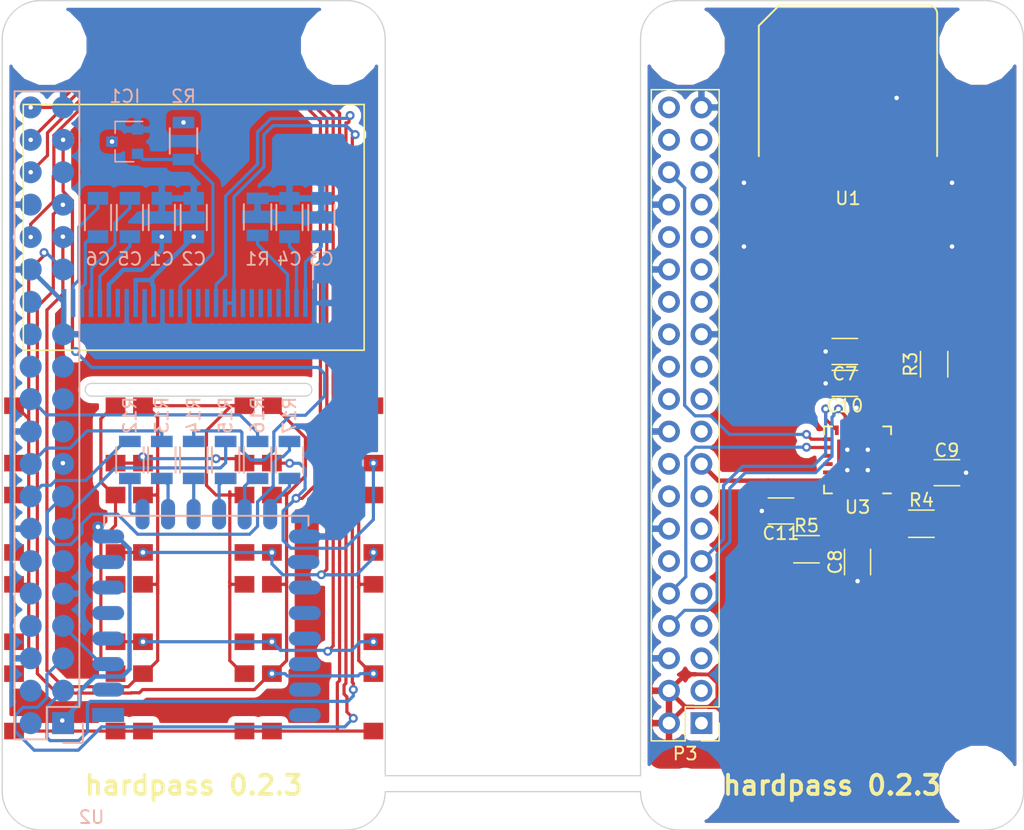
<source format=kicad_pcb>
(kicad_pcb (version 4) (host pcbnew 4.0.7-e2-6376~58~ubuntu16.04.1)

  (general
    (links 156)
    (no_connects 25)
    (area -0.050001 -0.050001 80.050001 65.050001)
    (thickness 1.6)
    (drawings 27)
    (tracks 733)
    (zones 0)
    (modules 50)
    (nets 114)
  )

  (page A4)
  (layers
    (0 F.Cu signal)
    (31 B.Cu signal)
    (32 B.Adhes user)
    (33 F.Adhes user)
    (34 B.Paste user)
    (35 F.Paste user)
    (36 B.SilkS user)
    (37 F.SilkS user)
    (38 B.Mask user)
    (39 F.Mask user)
    (40 Dwgs.User user)
    (41 Cmts.User user)
    (42 Eco1.User user)
    (43 Eco2.User user)
    (44 Edge.Cuts user)
    (45 Margin user)
    (46 B.CrtYd user)
    (47 F.CrtYd user)
    (48 B.Fab user)
    (49 F.Fab user)
  )

  (setup
    (last_trace_width 0.25)
    (trace_clearance 0.25)
    (zone_clearance 0.508)
    (zone_45_only no)
    (trace_min 0.2)
    (segment_width 0.2)
    (edge_width 0.1)
    (via_size 0.7)
    (via_drill 0.35)
    (via_min_size 0.7)
    (via_min_drill 0.3)
    (uvia_size 0.3)
    (uvia_drill 0.1)
    (uvias_allowed no)
    (uvia_min_size 0)
    (uvia_min_drill 0)
    (pcb_text_width 0.3)
    (pcb_text_size 1.5 1.5)
    (mod_edge_width 0.15)
    (mod_text_size 1 1)
    (mod_text_width 0.15)
    (pad_size 1.9 3)
    (pad_drill 0)
    (pad_to_mask_clearance 0)
    (aux_axis_origin 0 0)
    (visible_elements FFFFEF7F)
    (pcbplotparams
      (layerselection 0x00030_80000001)
      (usegerberextensions false)
      (excludeedgelayer true)
      (linewidth 0.100000)
      (plotframeref false)
      (viasonmask false)
      (mode 1)
      (useauxorigin false)
      (hpglpennumber 1)
      (hpglpenspeed 20)
      (hpglpendiameter 15)
      (hpglpenoverlay 2)
      (psnegative false)
      (psa4output false)
      (plotreference true)
      (plotvalue true)
      (plotinvisibletext false)
      (padsonsilk false)
      (subtractmaskfromsilk false)
      (outputformat 1)
      (mirror false)
      (drillshape 1)
      (scaleselection 1)
      (outputdirectory ""))
  )

  (net 0 "")
  (net 1 GND)
  (net 2 +3V3)
  (net 3 "Net-(C3-Pad1)")
  (net 4 "Net-(C4-Pad1)")
  (net 5 "Net-(C5-Pad1)")
  (net 6 "Net-(C5-Pad2)")
  (net 7 "Net-(C6-Pad1)")
  (net 8 "Net-(C6-Pad2)")
  (net 9 OLED_SDA)
  (net 10 OLED_SCL)
  (net 11 ESP_CHPD)
  (net 12 UART_TX)
  (net 13 UART_RX)
  (net 14 SHUTDOWN)
  (net 15 "Net-(P1-Pad12)")
  (net 16 SD_D3)
  (net 17 ESP_CLK)
  (net 18 SD_CMD)
  (net 19 SD_D0)
  (net 20 "Net-(P1-Pad19)")
  (net 21 SD_D1)
  (net 22 "Net-(P1-Pad23)")
  (net 23 "Net-(P1-Pad24)")
  (net 24 "Net-(P1-Pad26)")
  (net 25 "Net-(P1-Pad28)")
  (net 26 COL_1)
  (net 27 COL_2)
  (net 28 ROW_1)
  (net 29 COL_3)
  (net 30 ROW_2)
  (net 31 SD_D2)
  (net 32 ROW_3)
  (net 33 ROW_4)
  (net 34 "Net-(P2-Pad26)")
  (net 35 "Net-(R12-Pad1)")
  (net 36 "Net-(R13-Pad1)")
  (net 37 "Net-(R14-Pad1)")
  (net 38 "Net-(R15-Pad1)")
  (net 39 "Net-(R16-Pad1)")
  (net 40 "Net-(R17-Pad1)")
  (net 41 "Net-(U2-Pad1)")
  (net 42 "Net-(U2-Pad2)")
  (net 43 "Net-(U2-Pad4)")
  (net 44 "Net-(U2-Pad5)")
  (net 45 "Net-(U2-Pad6)")
  (net 46 "Net-(U2-Pad7)")
  (net 47 "Net-(U2-Pad16)")
  (net 48 "Net-(U2-Pad17)")
  (net 49 "Net-(U2-Pad18)")
  (net 50 "Net-(U2-Pad19)")
  (net 51 "Net-(U2-Pad20)")
  (net 52 "Net-(U2-Pad21)")
  (net 53 "Net-(U2-Pad22)")
  (net 54 "Net-(P2-Pad7)")
  (net 55 "Net-(P2-Pad13)")
  (net 56 "Net-(P2-Pad16)")
  (net 57 "Net-(P2-Pad17)")
  (net 58 "Net-(P2-Pad21)")
  (net 59 "Net-(P2-Pad22)")
  (net 60 "Net-(P2-Pad23)")
  (net 61 "Net-(P2-Pad24)")
  (net 62 "Net-(P2-Pad25)")
  (net 63 +5V)
  (net 64 "Net-(U1-Pad4)")
  (net 65 "Net-(U1-Pad8)")
  (net 66 "Net-(U3-Pad2)")
  (net 67 "Net-(U3-Pad23)")
  (net 68 "Net-(U3-Pad24)")
  (net 69 CARD_TX)
  (net 70 CARD_RX)
  (net 71 "Net-(P3-Pad3)")
  (net 72 "Net-(P3-Pad5)")
  (net 73 "Net-(P3-Pad7)")
  (net 74 "Net-(P3-Pad12)")
  (net 75 "Net-(P3-Pad13)")
  (net 76 "Net-(P3-Pad15)")
  (net 77 "Net-(P3-Pad16)")
  (net 78 "Net-(P3-Pad18)")
  (net 79 "Net-(P3-Pad19)")
  (net 80 "Net-(P3-Pad21)")
  (net 81 "Net-(P3-Pad22)")
  (net 82 "Net-(P3-Pad23)")
  (net 83 "Net-(P3-Pad24)")
  (net 84 "Net-(P3-Pad26)")
  (net 85 "Net-(P3-Pad27)")
  (net 86 "Net-(P3-Pad28)")
  (net 87 "Net-(P3-Pad29)")
  (net 88 "Net-(P3-Pad31)")
  (net 89 "Net-(P3-Pad32)")
  (net 90 "Net-(P3-Pad33)")
  (net 91 "Net-(P3-Pad35)")
  (net 92 "Net-(P3-Pad37)")
  (net 93 "Net-(P3-Pad38)")
  (net 94 "Net-(P3-Pad40)")
  (net 95 "Net-(U1-Pad2)")
  (net 96 OLED_RST)
  (net 97 "Net-(C10-Pad1)")
  (net 98 "Net-(C8-Pad2)")
  (net 99 "Net-(D1-Pad1)")
  (net 100 UART_RTS)
  (net 101 UART_CTS)
  (net 102 CARD_CTS)
  (net 103 CARD_RTS)
  (net 104 "Net-(R3-Pad1)")
  (net 105 "Net-(R3-Pad2)")
  (net 106 "Net-(U1-Pad6)")
  (net 107 "Net-(U1-Pad7)")
  (net 108 "Net-(U3-Pad1)")
  (net 109 "Net-(U3-Pad15)")
  (net 110 "Net-(U3-Pad16)")
  (net 111 "Net-(U3-Pad17)")
  (net 112 "Net-(U3-Pad19)")
  (net 113 "Net-(U3-Pad21)")

  (net_class Default "This is the default net class."
    (clearance 0.25)
    (trace_width 0.25)
    (via_dia 0.7)
    (via_drill 0.35)
    (uvia_dia 0.3)
    (uvia_drill 0.1)
    (add_net CARD_CTS)
    (add_net CARD_RTS)
    (add_net CARD_RX)
    (add_net CARD_TX)
    (add_net COL_1)
    (add_net COL_2)
    (add_net COL_3)
    (add_net ESP_CHPD)
    (add_net ESP_CLK)
    (add_net "Net-(C10-Pad1)")
    (add_net "Net-(C3-Pad1)")
    (add_net "Net-(C4-Pad1)")
    (add_net "Net-(C5-Pad1)")
    (add_net "Net-(C5-Pad2)")
    (add_net "Net-(C6-Pad1)")
    (add_net "Net-(C6-Pad2)")
    (add_net "Net-(C8-Pad2)")
    (add_net "Net-(D1-Pad1)")
    (add_net "Net-(D1-Pad2)")
    (add_net "Net-(P1-Pad12)")
    (add_net "Net-(P1-Pad19)")
    (add_net "Net-(P1-Pad23)")
    (add_net "Net-(P1-Pad24)")
    (add_net "Net-(P1-Pad26)")
    (add_net "Net-(P1-Pad28)")
    (add_net "Net-(P2-Pad13)")
    (add_net "Net-(P2-Pad16)")
    (add_net "Net-(P2-Pad17)")
    (add_net "Net-(P2-Pad21)")
    (add_net "Net-(P2-Pad22)")
    (add_net "Net-(P2-Pad23)")
    (add_net "Net-(P2-Pad24)")
    (add_net "Net-(P2-Pad25)")
    (add_net "Net-(P2-Pad26)")
    (add_net "Net-(P2-Pad7)")
    (add_net "Net-(P3-Pad12)")
    (add_net "Net-(P3-Pad13)")
    (add_net "Net-(P3-Pad15)")
    (add_net "Net-(P3-Pad16)")
    (add_net "Net-(P3-Pad18)")
    (add_net "Net-(P3-Pad19)")
    (add_net "Net-(P3-Pad21)")
    (add_net "Net-(P3-Pad22)")
    (add_net "Net-(P3-Pad23)")
    (add_net "Net-(P3-Pad24)")
    (add_net "Net-(P3-Pad26)")
    (add_net "Net-(P3-Pad27)")
    (add_net "Net-(P3-Pad28)")
    (add_net "Net-(P3-Pad29)")
    (add_net "Net-(P3-Pad3)")
    (add_net "Net-(P3-Pad31)")
    (add_net "Net-(P3-Pad32)")
    (add_net "Net-(P3-Pad33)")
    (add_net "Net-(P3-Pad35)")
    (add_net "Net-(P3-Pad37)")
    (add_net "Net-(P3-Pad38)")
    (add_net "Net-(P3-Pad40)")
    (add_net "Net-(P3-Pad5)")
    (add_net "Net-(P3-Pad7)")
    (add_net "Net-(R12-Pad1)")
    (add_net "Net-(R13-Pad1)")
    (add_net "Net-(R14-Pad1)")
    (add_net "Net-(R15-Pad1)")
    (add_net "Net-(R16-Pad1)")
    (add_net "Net-(R17-Pad1)")
    (add_net "Net-(R3-Pad1)")
    (add_net "Net-(R3-Pad2)")
    (add_net "Net-(U1-Pad2)")
    (add_net "Net-(U1-Pad4)")
    (add_net "Net-(U1-Pad6)")
    (add_net "Net-(U1-Pad7)")
    (add_net "Net-(U1-Pad8)")
    (add_net "Net-(U2-Pad1)")
    (add_net "Net-(U2-Pad16)")
    (add_net "Net-(U2-Pad17)")
    (add_net "Net-(U2-Pad18)")
    (add_net "Net-(U2-Pad19)")
    (add_net "Net-(U2-Pad2)")
    (add_net "Net-(U2-Pad20)")
    (add_net "Net-(U2-Pad21)")
    (add_net "Net-(U2-Pad22)")
    (add_net "Net-(U2-Pad4)")
    (add_net "Net-(U2-Pad5)")
    (add_net "Net-(U2-Pad6)")
    (add_net "Net-(U2-Pad7)")
    (add_net "Net-(U3-Pad1)")
    (add_net "Net-(U3-Pad15)")
    (add_net "Net-(U3-Pad16)")
    (add_net "Net-(U3-Pad17)")
    (add_net "Net-(U3-Pad19)")
    (add_net "Net-(U3-Pad2)")
    (add_net "Net-(U3-Pad21)")
    (add_net "Net-(U3-Pad23)")
    (add_net "Net-(U3-Pad24)")
    (add_net OLED_RST)
    (add_net OLED_SCL)
    (add_net OLED_SDA)
    (add_net ROW_1)
    (add_net ROW_2)
    (add_net ROW_3)
    (add_net ROW_4)
    (add_net SD_CMD)
    (add_net SD_D0)
    (add_net SD_D1)
    (add_net SD_D2)
    (add_net SD_D3)
    (add_net SHUTDOWN)
    (add_net UART_CTS)
    (add_net UART_RTS)
    (add_net UART_RX)
    (add_net UART_TX)
  )

  (net_class Power ""
    (clearance 0.25)
    (trace_width 0.35)
    (via_dia 0.9)
    (via_drill 0.35)
    (uvia_dia 0.3)
    (uvia_drill 0.1)
    (add_net +3V3)
    (add_net +5V)
    (add_net GND)
  )

  (module hardpass:Pin_Header_Straight_2x20_Pitch2.54mm_centered (layer F.Cu) (tedit 5880D187) (tstamp 5881237A)
    (at 53.5 32.5 180)
    (descr "Through hole straight pin header, 2x20, 2.54mm pitch, double rows")
    (tags "Through hole pin header THT 2x20 2.54mm double row")
    (path /5881588C)
    (fp_text reference P3 (at 0 -26.52 180) (layer F.SilkS)
      (effects (font (size 1 1) (thickness 0.15)))
    )
    (fp_text value Pi_Zero (at 0 26.52 180) (layer F.Fab)
      (effects (font (size 1 1) (thickness 0.15)))
    )
    (fp_line (start -2.54 -25.4) (end -2.54 25.4) (layer F.Fab) (width 0.1))
    (fp_line (start -2.54 25.4) (end 2.54 25.4) (layer F.Fab) (width 0.1))
    (fp_line (start 2.54 25.4) (end 2.54 -25.4) (layer F.Fab) (width 0.1))
    (fp_line (start 2.54 -25.4) (end -2.54 -25.4) (layer F.Fab) (width 0.1))
    (fp_line (start -2.66 -22.86) (end -2.66 25.52) (layer F.SilkS) (width 0.12))
    (fp_line (start -2.66 25.52) (end 2.66 25.52) (layer F.SilkS) (width 0.12))
    (fp_line (start 2.66 25.52) (end 2.66 -25.52) (layer F.SilkS) (width 0.12))
    (fp_line (start 2.66 -25.52) (end 0 -25.52) (layer F.SilkS) (width 0.12))
    (fp_line (start 0 -25.52) (end 0 -22.86) (layer F.SilkS) (width 0.12))
    (fp_line (start 0 -22.86) (end -2.66 -22.86) (layer F.SilkS) (width 0.12))
    (fp_line (start -2.66 -24.13) (end -2.66 -25.52) (layer F.SilkS) (width 0.12))
    (fp_line (start -2.66 -25.52) (end -1.27 -25.52) (layer F.SilkS) (width 0.12))
    (fp_line (start -2.87 -25.73) (end -2.87 25.67) (layer F.CrtYd) (width 0.05))
    (fp_line (start -2.87 25.67) (end 2.83 25.67) (layer F.CrtYd) (width 0.05))
    (fp_line (start 2.83 25.67) (end 2.83 -25.73) (layer F.CrtYd) (width 0.05))
    (fp_line (start 2.83 -25.73) (end -2.87 -25.73) (layer F.CrtYd) (width 0.05))
    (pad 1 thru_hole rect (at -1.27 -24.13 180) (size 1.7 1.7) (drill 1) (layers *.Cu *.Mask)
      (net 2 +3V3))
    (pad 2 thru_hole oval (at 1.27 -24.13 180) (size 1.7 1.7) (drill 1) (layers *.Cu *.Mask)
      (net 63 +5V))
    (pad 3 thru_hole oval (at -1.27 -21.59 180) (size 1.7 1.7) (drill 1) (layers *.Cu *.Mask)
      (net 71 "Net-(P3-Pad3)"))
    (pad 4 thru_hole oval (at 1.27 -21.59 180) (size 1.7 1.7) (drill 1) (layers *.Cu *.Mask)
      (net 63 +5V))
    (pad 5 thru_hole oval (at -1.27 -19.05 180) (size 1.7 1.7) (drill 1) (layers *.Cu *.Mask)
      (net 72 "Net-(P3-Pad5)"))
    (pad 6 thru_hole oval (at 1.27 -19.05 180) (size 1.7 1.7) (drill 1) (layers *.Cu *.Mask)
      (net 1 GND))
    (pad 7 thru_hole oval (at -1.27 -16.51 180) (size 1.7 1.7) (drill 1) (layers *.Cu *.Mask)
      (net 73 "Net-(P3-Pad7)"))
    (pad 8 thru_hole oval (at 1.27 -16.51 180) (size 1.7 1.7) (drill 1) (layers *.Cu *.Mask)
      (net 70 CARD_RX))
    (pad 9 thru_hole oval (at -1.27 -13.97 180) (size 1.7 1.7) (drill 1) (layers *.Cu *.Mask)
      (net 1 GND))
    (pad 10 thru_hole oval (at 1.27 -13.97 180) (size 1.7 1.7) (drill 1) (layers *.Cu *.Mask)
      (net 69 CARD_TX))
    (pad 11 thru_hole oval (at -1.27 -11.43 180) (size 1.7 1.7) (drill 1) (layers *.Cu *.Mask)
      (net 102 CARD_CTS))
    (pad 12 thru_hole oval (at 1.27 -11.43 180) (size 1.7 1.7) (drill 1) (layers *.Cu *.Mask)
      (net 74 "Net-(P3-Pad12)"))
    (pad 13 thru_hole oval (at -1.27 -8.89 180) (size 1.7 1.7) (drill 1) (layers *.Cu *.Mask)
      (net 75 "Net-(P3-Pad13)"))
    (pad 14 thru_hole oval (at 1.27 -8.89 180) (size 1.7 1.7) (drill 1) (layers *.Cu *.Mask)
      (net 1 GND))
    (pad 15 thru_hole oval (at -1.27 -6.35 180) (size 1.7 1.7) (drill 1) (layers *.Cu *.Mask)
      (net 76 "Net-(P3-Pad15)"))
    (pad 16 thru_hole oval (at 1.27 -6.35 180) (size 1.7 1.7) (drill 1) (layers *.Cu *.Mask)
      (net 77 "Net-(P3-Pad16)"))
    (pad 17 thru_hole oval (at -1.27 -3.81 180) (size 1.7 1.7) (drill 1) (layers *.Cu *.Mask)
      (net 2 +3V3))
    (pad 18 thru_hole oval (at 1.27 -3.81 180) (size 1.7 1.7) (drill 1) (layers *.Cu *.Mask)
      (net 78 "Net-(P3-Pad18)"))
    (pad 19 thru_hole oval (at -1.27 -1.27 180) (size 1.7 1.7) (drill 1) (layers *.Cu *.Mask)
      (net 79 "Net-(P3-Pad19)"))
    (pad 20 thru_hole oval (at 1.27 -1.27 180) (size 1.7 1.7) (drill 1) (layers *.Cu *.Mask)
      (net 1 GND))
    (pad 21 thru_hole oval (at -1.27 1.27 180) (size 1.7 1.7) (drill 1) (layers *.Cu *.Mask)
      (net 80 "Net-(P3-Pad21)"))
    (pad 22 thru_hole oval (at 1.27 1.27 180) (size 1.7 1.7) (drill 1) (layers *.Cu *.Mask)
      (net 81 "Net-(P3-Pad22)"))
    (pad 23 thru_hole oval (at -1.27 3.81 180) (size 1.7 1.7) (drill 1) (layers *.Cu *.Mask)
      (net 82 "Net-(P3-Pad23)"))
    (pad 24 thru_hole oval (at 1.27 3.81 180) (size 1.7 1.7) (drill 1) (layers *.Cu *.Mask)
      (net 83 "Net-(P3-Pad24)"))
    (pad 25 thru_hole oval (at -1.27 6.35 180) (size 1.7 1.7) (drill 1) (layers *.Cu *.Mask)
      (net 1 GND))
    (pad 26 thru_hole oval (at 1.27 6.35 180) (size 1.7 1.7) (drill 1) (layers *.Cu *.Mask)
      (net 84 "Net-(P3-Pad26)"))
    (pad 27 thru_hole oval (at -1.27 8.89 180) (size 1.7 1.7) (drill 1) (layers *.Cu *.Mask)
      (net 85 "Net-(P3-Pad27)"))
    (pad 28 thru_hole oval (at 1.27 8.89 180) (size 1.7 1.7) (drill 1) (layers *.Cu *.Mask)
      (net 86 "Net-(P3-Pad28)"))
    (pad 29 thru_hole oval (at -1.27 11.43 180) (size 1.7 1.7) (drill 1) (layers *.Cu *.Mask)
      (net 87 "Net-(P3-Pad29)"))
    (pad 30 thru_hole oval (at 1.27 11.43 180) (size 1.7 1.7) (drill 1) (layers *.Cu *.Mask)
      (net 1 GND))
    (pad 31 thru_hole oval (at -1.27 13.97 180) (size 1.7 1.7) (drill 1) (layers *.Cu *.Mask)
      (net 88 "Net-(P3-Pad31)"))
    (pad 32 thru_hole oval (at 1.27 13.97 180) (size 1.7 1.7) (drill 1) (layers *.Cu *.Mask)
      (net 89 "Net-(P3-Pad32)"))
    (pad 33 thru_hole oval (at -1.27 16.51 180) (size 1.7 1.7) (drill 1) (layers *.Cu *.Mask)
      (net 90 "Net-(P3-Pad33)"))
    (pad 34 thru_hole oval (at 1.27 16.51 180) (size 1.7 1.7) (drill 1) (layers *.Cu *.Mask)
      (net 1 GND))
    (pad 35 thru_hole oval (at -1.27 19.05 180) (size 1.7 1.7) (drill 1) (layers *.Cu *.Mask)
      (net 91 "Net-(P3-Pad35)"))
    (pad 36 thru_hole oval (at 1.27 19.05 180) (size 1.7 1.7) (drill 1) (layers *.Cu *.Mask)
      (net 103 CARD_RTS))
    (pad 37 thru_hole oval (at -1.27 21.59 180) (size 1.7 1.7) (drill 1) (layers *.Cu *.Mask)
      (net 92 "Net-(P3-Pad37)"))
    (pad 38 thru_hole oval (at 1.27 21.59 180) (size 1.7 1.7) (drill 1) (layers *.Cu *.Mask)
      (net 93 "Net-(P3-Pad38)"))
    (pad 39 thru_hole oval (at -1.27 24.13 180) (size 1.7 1.7) (drill 1) (layers *.Cu *.Mask)
      (net 1 GND))
    (pad 40 thru_hole oval (at 1.27 24.13 180) (size 1.7 1.7) (drill 1) (layers *.Cu *.Mask)
      (net 94 "Net-(P3-Pad40)"))
    (model DISABLE__Pin_Headers.3dshapes/Pin_Header_Straight_2x20_Pitch2.54mm.wrl
      (at (xyz 0.05 -0.95 0))
      (scale (xyz 1 1 1))
      (rotate (xyz 0 0 90))
    )
  )

  (module hardpass:Symbol_GNU-Logo_MaskTop (layer B.Cu) (tedit 58D30F84) (tstamp 58D41C5D)
    (at 65 21.25 180)
    (descr "GNU-Logo, GNU-Head, GNU-Kopf, Copper Top,")
    (tags "GNU-Logo, GNU-Head, GNU-Kopf, Copper Top,")
    (fp_text reference REF** (at 0 6.05028 180) (layer B.SilkS) hide
      (effects (font (size 1 1) (thickness 0.15)) (justify mirror))
    )
    (fp_text value Symbol_GNU-Logo_MaskTop (at 0 -9.14908 180) (layer B.Fab) hide
      (effects (font (size 1 1) (thickness 0.15)) (justify mirror))
    )
    (fp_line (start 5.19938 -5.25018) (end 5.19938 -6.85038) (layer B.Mask) (width 0.381))
    (fp_line (start 5.19938 -6.85038) (end 5.90042 -6.85038) (layer B.Mask) (width 0.381))
    (fp_line (start 3.64998 -6.79958) (end 3.64998 -5.34924) (layer B.Mask) (width 0.381))
    (fp_line (start 3.64998 -5.34924) (end 4.20116 -5.30098) (layer B.Mask) (width 0.381))
    (fp_line (start 4.20116 -5.30098) (end 4.45008 -5.4991) (layer B.Mask) (width 0.381))
    (fp_line (start 4.45008 -5.4991) (end 4.54914 -5.90042) (layer B.Mask) (width 0.381))
    (fp_line (start 4.54914 -5.90042) (end 4.24942 -6.05028) (layer B.Mask) (width 0.381))
    (fp_line (start 4.24942 -6.05028) (end 3.74904 -5.99948) (layer B.Mask) (width 0.381))
    (fp_line (start 2.94894 -5.40004) (end 2.70002 -5.30098) (layer B.Mask) (width 0.381))
    (fp_line (start 2.70002 -5.30098) (end 2.4003 -5.34924) (layer B.Mask) (width 0.381))
    (fp_line (start 2.4003 -5.34924) (end 2.10058 -5.69976) (layer B.Mask) (width 0.381))
    (fp_line (start 2.10058 -5.69976) (end 2.04978 -6.20014) (layer B.Mask) (width 0.381))
    (fp_line (start 2.04978 -6.20014) (end 2.19964 -6.64972) (layer B.Mask) (width 0.381))
    (fp_line (start 2.19964 -6.64972) (end 2.55016 -6.79958) (layer B.Mask) (width 0.381))
    (fp_line (start 2.55016 -6.79958) (end 2.99974 -6.70052) (layer B.Mask) (width 0.381))
    (fp_line (start 2.99974 -6.70052) (end 2.99974 -6.20014) (layer B.Mask) (width 0.381))
    (fp_line (start 2.99974 -6.20014) (end 2.70002 -6.20014) (layer B.Mask) (width 0.381))
    (fp_line (start -3.2512 -5.34924) (end -3.2512 -6.49986) (layer B.Mask) (width 0.381))
    (fp_line (start -3.2512 -6.49986) (end -3.0988 -6.74878) (layer B.Mask) (width 0.381))
    (fp_line (start -3.0988 -6.74878) (end -2.75082 -6.90118) (layer B.Mask) (width 0.381))
    (fp_line (start -2.75082 -6.90118) (end -2.4511 -6.74878) (layer B.Mask) (width 0.381))
    (fp_line (start -2.4511 -6.74878) (end -2.3495 -6.44906) (layer B.Mask) (width 0.381))
    (fp_line (start -2.3495 -6.44906) (end -2.3495 -5.34924) (layer B.Mask) (width 0.381))
    (fp_line (start -4.8006 -6.90118) (end -4.8006 -5.34924) (layer B.Mask) (width 0.381))
    (fp_line (start -4.8006 -5.34924) (end -3.9497 -6.85038) (layer B.Mask) (width 0.381))
    (fp_line (start -3.9497 -6.85038) (end -3.9497 -5.34924) (layer B.Mask) (width 0.381))
    (fp_line (start -5.5499 -5.40004) (end -5.75056 -5.30098) (layer B.Mask) (width 0.381))
    (fp_line (start -5.75056 -5.30098) (end -6.20014 -5.45084) (layer B.Mask) (width 0.381))
    (fp_line (start -6.20014 -5.45084) (end -6.4008 -5.84962) (layer B.Mask) (width 0.381))
    (fp_line (start -6.4008 -5.84962) (end -6.4008 -6.2992) (layer B.Mask) (width 0.381))
    (fp_line (start -6.4008 -6.2992) (end -6.25094 -6.70052) (layer B.Mask) (width 0.381))
    (fp_line (start -6.25094 -6.70052) (end -5.95122 -6.85038) (layer B.Mask) (width 0.381))
    (fp_line (start -5.95122 -6.85038) (end -5.5499 -6.85038) (layer B.Mask) (width 0.381))
    (fp_line (start -5.5499 -6.85038) (end -5.4991 -6.2992) (layer B.Mask) (width 0.381))
    (fp_line (start -5.4991 -6.2992) (end -5.75056 -6.20014) (layer B.Mask) (width 0.381))
    (fp_line (start -2.75082 1.15062) (end -3.74904 0.35052) (layer B.Mask) (width 0.381))
    (fp_line (start -3.74904 0.35052) (end -3.29946 1.50114) (layer B.Mask) (width 0.381))
    (fp_line (start -3.29946 1.50114) (end -4.24942 0.70104) (layer B.Mask) (width 0.381))
    (fp_line (start -4.24942 0.70104) (end -3.55092 1.99898) (layer B.Mask) (width 0.381))
    (fp_line (start -3.55092 1.99898) (end -4.59994 1.34874) (layer B.Mask) (width 0.381))
    (fp_line (start -4.59994 1.34874) (end -4.699 1.80086) (layer B.Mask) (width 0.381))
    (fp_line (start -4.699 1.80086) (end -3.40106 2.14884) (layer B.Mask) (width 0.381))
    (fp_line (start -3.40106 2.14884) (end -4.54914 2.4003) (layer B.Mask) (width 0.381))
    (fp_line (start -4.54914 2.4003) (end -3.29946 2.79908) (layer B.Mask) (width 0.381))
    (fp_line (start -3.29946 2.79908) (end -3.79984 3.29946) (layer B.Mask) (width 0.381))
    (fp_line (start -3.79984 3.29946) (end -2.75082 3.05054) (layer B.Mask) (width 0.381))
    (fp_line (start -2.75082 3.05054) (end -2.79908 3.70078) (layer B.Mask) (width 0.381))
    (fp_line (start -2.79908 3.70078) (end -1.69926 3.2004) (layer B.Mask) (width 0.381))
    (fp_line (start 0.7493 1.99898) (end 1.39954 1.80086) (layer B.Mask) (width 0.381))
    (fp_line (start 1.39954 1.80086) (end 1.80086 1.6002) (layer B.Mask) (width 0.381))
    (fp_line (start 1.80086 1.6002) (end 3.0988 0.7493) (layer B.Mask) (width 0.381))
    (fp_line (start 3.0988 0.7493) (end 2.84988 1.84912) (layer B.Mask) (width 0.381))
    (fp_line (start 2.84988 1.84912) (end 3.59918 1.15062) (layer B.Mask) (width 0.381))
    (fp_line (start 3.59918 1.15062) (end 3.1496 2.25044) (layer B.Mask) (width 0.381))
    (fp_line (start 3.1496 2.25044) (end 4.15036 1.99898) (layer B.Mask) (width 0.381))
    (fp_line (start 4.15036 1.99898) (end 2.90068 2.70002) (layer B.Mask) (width 0.381))
    (fp_line (start 2.90068 2.70002) (end 4.04876 3.1496) (layer B.Mask) (width 0.381))
    (fp_line (start 4.04876 3.1496) (end 2.30124 2.94894) (layer B.Mask) (width 0.381))
    (fp_line (start 2.30124 2.94894) (end 2.79908 3.64998) (layer B.Mask) (width 0.381))
    (fp_line (start 2.79908 3.64998) (end 1.651 2.94894) (layer B.Mask) (width 0.381))
    (fp_line (start 0.8509 2.30124) (end 1.09982 2.25044) (layer B.Mask) (width 0.381))
    (fp_line (start -2.04978 1.5494) (end -1.5494 1.84912) (layer B.Mask) (width 0.381))
    (fp_line (start -1.5494 1.84912) (end -0.8001 2.19964) (layer B.Mask) (width 0.381))
    (fp_line (start -0.8001 2.19964) (end -0.44958 2.19964) (layer B.Mask) (width 0.381))
    (fp_line (start -1.84912 -4.0005) (end -2.10058 -3.79984) (layer B.Mask) (width 0.381))
    (fp_line (start -2.10058 -3.79984) (end -2.25044 -3.59918) (layer B.Mask) (width 0.381))
    (fp_line (start -2.25044 -3.59918) (end -2.49936 -3.35026) (layer B.Mask) (width 0.381))
    (fp_line (start -2.49936 -3.35026) (end -2.55016 -3.05054) (layer B.Mask) (width 0.381))
    (fp_line (start -2.55016 -3.05054) (end -2.64922 -2.64922) (layer B.Mask) (width 0.381))
    (fp_line (start -2.64922 -2.64922) (end -2.70002 -2.25044) (layer B.Mask) (width 0.381))
    (fp_line (start -2.70002 -2.25044) (end -2.75082 -1.84912) (layer B.Mask) (width 0.381))
    (fp_line (start -2.75082 -1.84912) (end -2.75082 -1.34874) (layer B.Mask) (width 0.381))
    (fp_line (start -2.75082 -1.34874) (end -2.75082 -0.8509) (layer B.Mask) (width 0.381))
    (fp_line (start -1.75006 -4.0005) (end -1.5494 -3.9497) (layer B.Mask) (width 0.381))
    (fp_line (start -2.19964 -0.8509) (end -1.89992 -1.30048) (layer B.Mask) (width 0.381))
    (fp_line (start -1.89992 -1.30048) (end -1.99898 -1.75006) (layer B.Mask) (width 0.381))
    (fp_line (start -1.99898 -1.75006) (end -1.5494 -2.04978) (layer B.Mask) (width 0.381))
    (fp_line (start -1.5494 -2.04978) (end -1.75006 -2.70002) (layer B.Mask) (width 0.381))
    (fp_line (start -1.75006 -2.70002) (end -1.19888 -3.0988) (layer B.Mask) (width 0.381))
    (fp_line (start -1.19888 -3.0988) (end -1.39954 -3.79984) (layer B.Mask) (width 0.381))
    (fp_line (start -1.39954 -3.79984) (end -0.8509 -4.24942) (layer B.Mask) (width 0.381))
    (fp_line (start -0.59944 -5.99948) (end -0.65024 -6.10108) (layer B.Mask) (width 0.381))
    (fp_line (start -0.89916 -4.35102) (end -0.70104 -4.7498) (layer B.Mask) (width 0.381))
    (fp_line (start -0.70104 -4.7498) (end -0.59944 -5.04952) (layer B.Mask) (width 0.381))
    (fp_line (start -0.59944 -5.04952) (end -1.00076 -5.15112) (layer B.Mask) (width 0.381))
    (fp_line (start -1.00076 -5.15112) (end -0.65024 -5.4991) (layer B.Mask) (width 0.381))
    (fp_line (start -0.65024 -5.4991) (end -0.70104 -5.79882) (layer B.Mask) (width 0.381))
    (fp_line (start -0.70104 -5.79882) (end -0.65024 -5.95122) (layer B.Mask) (width 0.381))
    (fp_line (start -0.14986 -3.70078) (end -0.29972 -4.09956) (layer B.Mask) (width 0.381))
    (fp_line (start -0.29972 -4.09956) (end -0.20066 -4.30022) (layer B.Mask) (width 0.381))
    (fp_line (start -0.20066 -4.30022) (end 0.0508 -4.50088) (layer B.Mask) (width 0.381))
    (fp_line (start 0.0508 -4.50088) (end 0.20066 -4.699) (layer B.Mask) (width 0.381))
    (fp_line (start 0.20066 -4.699) (end 0.14986 -5.00126) (layer B.Mask) (width 0.381))
    (fp_line (start 0.14986 -5.00126) (end 0.09906 -5.19938) (layer B.Mask) (width 0.381))
    (fp_line (start 0.09906 -5.19938) (end 0.14986 -5.75056) (layer B.Mask) (width 0.381))
    (fp_line (start 0.14986 -5.75056) (end 0.35052 -5.95122) (layer B.Mask) (width 0.381))
    (fp_line (start 0.44958 -3.29946) (end 0.24892 -3.74904) (layer B.Mask) (width 0.381))
    (fp_line (start 0.24892 -3.74904) (end 0.55118 -4.04876) (layer B.Mask) (width 0.381))
    (fp_line (start 0.55118 -4.04876) (end 0.94996 -4.24942) (layer B.Mask) (width 0.381))
    (fp_line (start 0.94996 -4.24942) (end 0.89916 -4.699) (layer B.Mask) (width 0.381))
    (fp_line (start 0.89916 -4.699) (end 0.7493 -5.10032) (layer B.Mask) (width 0.381))
    (fp_line (start 0.7493 -5.10032) (end 0.89916 -5.34924) (layer B.Mask) (width 0.381))
    (fp_line (start 1.30048 -4.89966) (end 1.34874 -4.89966) (layer B.Mask) (width 0.381))
    (fp_line (start 1.24968 -2.94894) (end 1.50114 -3.05054) (layer B.Mask) (width 0.381))
    (fp_line (start 1.50114 -3.05054) (end 1.75006 -3.05054) (layer B.Mask) (width 0.381))
    (fp_line (start 1.75006 -3.05054) (end 1.5494 -3.0988) (layer B.Mask) (width 0.381))
    (fp_line (start 1.5494 -3.0988) (end 1.00076 -3.2004) (layer B.Mask) (width 0.381))
    (fp_line (start 1.00076 -3.2004) (end 0.94996 -3.35026) (layer B.Mask) (width 0.381))
    (fp_line (start 0.94996 -3.35026) (end 1.00076 -3.55092) (layer B.Mask) (width 0.381))
    (fp_line (start 1.00076 -3.55092) (end 1.19888 -3.74904) (layer B.Mask) (width 0.381))
    (fp_line (start 1.19888 -3.74904) (end 1.45034 -3.9497) (layer B.Mask) (width 0.381))
    (fp_line (start 1.45034 -3.9497) (end 1.5494 -4.30022) (layer B.Mask) (width 0.381))
    (fp_line (start 1.5494 -4.30022) (end 1.45034 -4.59994) (layer B.Mask) (width 0.381))
    (fp_line (start 1.45034 -4.59994) (end 1.30048 -4.89966) (layer B.Mask) (width 0.381))
    (fp_line (start 0.59944 -2.64922) (end 1.00076 -2.90068) (layer B.Mask) (width 0.381))
    (fp_line (start 1.00076 -2.90068) (end 1.24968 -2.90068) (layer B.Mask) (width 0.381))
    (fp_line (start 1.80086 -2.55016) (end 1.19888 -2.64922) (layer B.Mask) (width 0.381))
    (fp_line (start 1.19888 -2.64922) (end 0.7493 -2.60096) (layer B.Mask) (width 0.381))
    (fp_line (start 0.7493 -2.60096) (end 0.24892 -2.55016) (layer B.Mask) (width 0.381))
    (fp_line (start 0.24892 -2.55016) (end -0.20066 -2.4003) (layer B.Mask) (width 0.381))
    (fp_line (start -0.20066 -2.4003) (end -0.35052 -2.19964) (layer B.Mask) (width 0.381))
    (fp_line (start -0.35052 -2.19964) (end -0.55118 -1.84912) (layer B.Mask) (width 0.381))
    (fp_line (start -0.55118 -1.84912) (end -0.70104 -1.34874) (layer B.Mask) (width 0.381))
    (fp_line (start -0.70104 -1.34874) (end -0.8509 -1.09982) (layer B.Mask) (width 0.381))
    (fp_line (start -0.8509 -1.09982) (end -1.15062 -1.04902) (layer B.Mask) (width 0.381))
    (fp_line (start 1.80086 -1.84912) (end 1.651 -1.84912) (layer B.Mask) (width 0.381))
    (fp_line (start 1.651 -1.84912) (end 1.24968 -1.95072) (layer B.Mask) (width 0.381))
    (fp_line (start 1.24968 -1.95072) (end 1.39954 -2.30124) (layer B.Mask) (width 0.381))
    (fp_line (start 1.39954 -2.30124) (end 1.75006 -2.49936) (layer B.Mask) (width 0.381))
    (fp_line (start 1.75006 0) (end 1.69926 -0.65024) (layer B.Mask) (width 0.381))
    (fp_line (start 1.00076 -0.50038) (end 1.09982 -0.65024) (layer B.Mask) (width 0.381))
    (fp_line (start 1.09982 -0.65024) (end 1.24968 -0.8001) (layer B.Mask) (width 0.381))
    (fp_line (start 1.24968 -0.8001) (end 1.39954 -0.8001) (layer B.Mask) (width 0.381))
    (fp_line (start 1.39954 -0.8001) (end 1.6002 -0.70104) (layer B.Mask) (width 0.381))
    (fp_line (start 1.6002 -0.70104) (end 1.80086 -0.70104) (layer B.Mask) (width 0.381))
    (fp_line (start 0.8509 -0.44958) (end 0.55118 -0.29972) (layer B.Mask) (width 0.381))
    (fp_line (start 0.55118 -0.29972) (end 0.24892 -0.29972) (layer B.Mask) (width 0.381))
    (fp_line (start 0.24892 -0.29972) (end 0.09906 -0.29972) (layer B.Mask) (width 0.381))
    (fp_line (start 0.09906 -0.29972) (end -0.09906 -0.39878) (layer B.Mask) (width 0.381))
    (fp_line (start -0.09906 -0.39878) (end -0.29972 -0.44958) (layer B.Mask) (width 0.381))
    (fp_line (start 0.65024 0.55118) (end 0.70104 0.09906) (layer B.Mask) (width 0.381))
    (fp_line (start 0.70104 0.09906) (end 0.8509 -0.29972) (layer B.Mask) (width 0.381))
    (fp_line (start 0.8509 -0.29972) (end 0.94996 -0.44958) (layer B.Mask) (width 0.381))
    (fp_line (start 1.75006 -1.24968) (end 1.651 -1.39954) (layer B.Mask) (width 0.381))
    (fp_line (start 0.89916 -1.15062) (end 0.44958 -0.8001) (layer B.Mask) (width 0.381))
    (fp_line (start 0.44958 -0.8001) (end 0.0508 -0.94996) (layer B.Mask) (width 0.381))
    (fp_line (start 0.0508 -0.94996) (end 0.09906 -1.34874) (layer B.Mask) (width 0.381))
    (fp_line (start 0.09906 -1.34874) (end 0.35052 -1.50114) (layer B.Mask) (width 0.381))
    (fp_line (start 0.35052 -1.50114) (end 0.65024 -1.50114) (layer B.Mask) (width 0.381))
    (fp_line (start 0.65024 -1.50114) (end 0.7493 -1.39954) (layer B.Mask) (width 0.381))
    (fp_line (start 0.7493 -1.39954) (end 0.89916 -1.15062) (layer B.Mask) (width 0.381))
    (fp_line (start 1.19888 0.59944) (end 1.34874 0.94996) (layer B.Mask) (width 0.381))
    (fp_line (start 1.34874 0.94996) (end 1.75006 0.8509) (layer B.Mask) (width 0.381))
    (fp_line (start 1.75006 0.8509) (end 1.84912 0.65024) (layer B.Mask) (width 0.381))
    (fp_line (start 1.84912 0.65024) (end 1.75006 0.39878) (layer B.Mask) (width 0.381))
    (fp_line (start 1.75006 0.39878) (end 1.30048 0.50038) (layer B.Mask) (width 0.381))
    (fp_line (start 0.0508 0.44958) (end -0.29972 0.59944) (layer B.Mask) (width 0.381))
    (fp_line (start -0.29972 0.59944) (end -0.7493 0.70104) (layer B.Mask) (width 0.381))
    (fp_line (start -0.7493 0.70104) (end -1.00076 0.44958) (layer B.Mask) (width 0.381))
    (fp_line (start -1.00076 0.44958) (end -0.8001 0.20066) (layer B.Mask) (width 0.381))
    (fp_line (start -0.8001 0.20066) (end -0.39878 0.20066) (layer B.Mask) (width 0.381))
    (fp_line (start -0.39878 0.20066) (end 0 0.39878) (layer B.Mask) (width 0.381))
    (fp_line (start 0 1.5494) (end 0.39878 1.69926) (layer B.Mask) (width 0.381))
    (fp_line (start 0.39878 1.69926) (end 0.65024 2.04978) (layer B.Mask) (width 0.381))
    (fp_line (start -2.99974 0.24892) (end -2.99974 -0.35052) (layer B.Mask) (width 0.381))
    (fp_line (start -2.99974 -0.35052) (end -3.50012 -1.09982) (layer B.Mask) (width 0.381))
    (fp_line (start -3.50012 -1.09982) (end -2.10058 -0.55118) (layer B.Mask) (width 0.381))
    (fp_line (start -2.10058 -0.55118) (end -1.6002 -0.20066) (layer B.Mask) (width 0.381))
    (fp_line (start -1.6002 -0.20066) (end -1.45034 0.7493) (layer B.Mask) (width 0.381))
    (fp_line (start 0 0.7493) (end -0.8509 1.30048) (layer B.Mask) (width 0.381))
    (fp_line (start 1.09982 3.50012) (end 1.5494 2.90068) (layer B.Mask) (width 0.381))
    (fp_line (start 1.5494 2.90068) (end 1.89992 2.79908) (layer B.Mask) (width 0.381))
    (fp_line (start 1.89992 2.79908) (end 2.3495 2.79908) (layer B.Mask) (width 0.381))
    (fp_line (start 2.3495 2.79908) (end 2.70002 2.75082) (layer B.Mask) (width 0.381))
    (fp_line (start 2.70002 2.75082) (end 2.90068 2.3495) (layer B.Mask) (width 0.381))
    (fp_line (start 2.90068 2.3495) (end 2.94894 2.04978) (layer B.Mask) (width 0.381))
    (fp_line (start 2.94894 2.04978) (end 2.64922 1.80086) (layer B.Mask) (width 0.381))
    (fp_line (start 2.64922 1.80086) (end 2.3495 1.75006) (layer B.Mask) (width 0.381))
    (fp_line (start 2.3495 1.75006) (end 1.99898 1.89992) (layer B.Mask) (width 0.381))
    (fp_line (start 1.99898 1.89992) (end 1.5494 2.19964) (layer B.Mask) (width 0.381))
    (fp_line (start 1.5494 2.19964) (end 1.30048 2.4003) (layer B.Mask) (width 0.381))
    (fp_line (start 1.30048 2.4003) (end 1.00076 2.55016) (layer B.Mask) (width 0.381))
    (fp_line (start 1.00076 2.55016) (end 0.59944 2.55016) (layer B.Mask) (width 0.381))
    (fp_line (start 0.59944 2.55016) (end 0.09906 2.30124) (layer B.Mask) (width 0.381))
    (fp_line (start 0.09906 2.30124) (end -0.09906 2.3495) (layer B.Mask) (width 0.381))
    (fp_line (start -0.09906 2.3495) (end -0.39878 2.49936) (layer B.Mask) (width 0.381))
    (fp_line (start -0.39878 2.49936) (end -0.89916 2.60096) (layer B.Mask) (width 0.381))
    (fp_line (start -0.89916 2.60096) (end -1.39954 2.55016) (layer B.Mask) (width 0.381))
    (fp_line (start -1.39954 2.55016) (end -1.99898 2.14884) (layer B.Mask) (width 0.381))
    (fp_line (start -1.99898 2.14884) (end -2.4511 1.69926) (layer B.Mask) (width 0.381))
    (fp_line (start -2.4511 1.69926) (end -2.79908 1.30048) (layer B.Mask) (width 0.381))
    (fp_line (start -2.79908 1.30048) (end -3.2512 1.45034) (layer B.Mask) (width 0.381))
    (fp_line (start -3.2512 1.45034) (end -3.44932 1.95072) (layer B.Mask) (width 0.381))
    (fp_line (start -3.44932 1.95072) (end -3.35026 2.60096) (layer B.Mask) (width 0.381))
    (fp_line (start -3.35026 2.60096) (end -3.05054 2.84988) (layer B.Mask) (width 0.381))
    (fp_line (start -3.05054 2.84988) (end -2.60096 2.99974) (layer B.Mask) (width 0.381))
    (fp_line (start -2.60096 2.99974) (end -1.95072 3.1496) (layer B.Mask) (width 0.381))
    (fp_line (start -1.95072 3.1496) (end -1.6002 3.0988) (layer B.Mask) (width 0.381))
    (fp_line (start -1.6002 3.0988) (end -1.04902 3.35026) (layer B.Mask) (width 0.381))
    (fp_line (start -1.04902 3.35026) (end -0.8509 3.70078) (layer B.Mask) (width 0.381))
    (fp_line (start -0.8509 3.70078) (end -1.24968 3.55092) (layer B.Mask) (width 0.381))
    (fp_line (start -1.24968 3.55092) (end -1.89992 3.59918) (layer B.Mask) (width 0.381))
    (fp_line (start -1.89992 3.59918) (end -2.84988 3.74904) (layer B.Mask) (width 0.381))
    (fp_line (start -2.84988 3.74904) (end -3.2512 3.70078) (layer B.Mask) (width 0.381))
    (fp_line (start -3.2512 3.70078) (end -3.59918 3.55092) (layer B.Mask) (width 0.381))
    (fp_line (start -3.59918 3.55092) (end -4.20116 3.1496) (layer B.Mask) (width 0.381))
    (fp_line (start -4.20116 3.1496) (end -4.65074 2.3495) (layer B.Mask) (width 0.381))
    (fp_line (start -4.65074 2.3495) (end -4.7498 1.651) (layer B.Mask) (width 0.381))
    (fp_line (start -4.7498 1.651) (end -4.45008 0.7493) (layer B.Mask) (width 0.381))
    (fp_line (start -4.45008 0.7493) (end -3.8989 0.24892) (layer B.Mask) (width 0.381))
    (fp_line (start -3.8989 0.24892) (end -3.2512 0) (layer B.Mask) (width 0.381))
    (fp_line (start -3.2512 0) (end -2.49936 1.19888) (layer B.Mask) (width 0.381))
    (fp_line (start -2.49936 1.19888) (end -1.80086 1.84912) (layer B.Mask) (width 0.381))
    (fp_line (start -1.80086 1.84912) (end -1.19888 2.30124) (layer B.Mask) (width 0.381))
    (fp_line (start -1.19888 2.30124) (end -0.65024 2.3495) (layer B.Mask) (width 0.381))
    (fp_line (start -0.65024 2.3495) (end -0.20066 2.14884) (layer B.Mask) (width 0.381))
    (fp_line (start -0.20066 2.14884) (end 0.20066 2.04978) (layer B.Mask) (width 0.381))
    (fp_line (start 0.20066 2.04978) (end 0.65024 2.19964) (layer B.Mask) (width 0.381))
    (fp_line (start 0.65024 2.19964) (end 1.09982 2.10058) (layer B.Mask) (width 0.381))
    (fp_line (start 1.09982 2.10058) (end 1.69926 1.80086) (layer B.Mask) (width 0.381))
    (fp_line (start 1.69926 1.80086) (end 1.89992 1.5494) (layer B.Mask) (width 0.381))
    (fp_line (start 1.89992 1.5494) (end 2.60096 0.44958) (layer B.Mask) (width 0.381))
    (fp_line (start 2.60096 0.44958) (end 2.90068 -0.20066) (layer B.Mask) (width 0.381))
    (fp_line (start 2.90068 -0.20066) (end 2.30124 -0.29972) (layer B.Mask) (width 0.381))
    (fp_line (start 2.30124 -0.29972) (end 1.84912 0.09906) (layer B.Mask) (width 0.381))
    (fp_line (start 1.75006 -0.70104) (end 2.14884 -0.70104) (layer B.Mask) (width 0.381))
    (fp_line (start 2.14884 -0.70104) (end 2.30124 -0.8509) (layer B.Mask) (width 0.381))
    (fp_line (start 2.30124 -0.8509) (end 1.80086 -1.84912) (layer B.Mask) (width 0.381))
    (fp_line (start 1.15062 3.59918) (end 1.75006 3.35026) (layer B.Mask) (width 0.381))
    (fp_line (start 1.75006 3.35026) (end 2.19964 3.44932) (layer B.Mask) (width 0.381))
    (fp_line (start 2.19964 3.44932) (end 2.70002 3.70078) (layer B.Mask) (width 0.381))
    (fp_line (start 2.70002 3.70078) (end 3.1496 3.74904) (layer B.Mask) (width 0.381))
    (fp_line (start 3.1496 3.74904) (end 3.59918 3.50012) (layer B.Mask) (width 0.381))
    (fp_line (start 3.59918 3.50012) (end 4.04876 3.2004) (layer B.Mask) (width 0.381))
    (fp_line (start 4.04876 3.2004) (end 4.24942 2.64922) (layer B.Mask) (width 0.381))
    (fp_line (start 4.24942 2.64922) (end 4.24942 2.19964) (layer B.Mask) (width 0.381))
    (fp_line (start 4.24942 2.19964) (end 4.15036 1.80086) (layer B.Mask) (width 0.381))
    (fp_line (start 4.15036 1.80086) (end 3.8989 1.24968) (layer B.Mask) (width 0.381))
    (fp_line (start 3.8989 1.24968) (end 3.44932 0.8509) (layer B.Mask) (width 0.381))
    (fp_line (start 3.44932 0.8509) (end 2.90068 0.44958) (layer B.Mask) (width 0.381))
  )

  (module hardpass:CAF99-08153-S132 (layer F.Cu) (tedit 5A6E5EB7) (tstamp 5880EB98)
    (at 66.25 16 180)
    (path /58821579)
    (fp_text reference U1 (at 0 0.5 180) (layer F.SilkS)
      (effects (font (size 1 1) (thickness 0.15)))
    )
    (fp_text value ISO7816 (at 0 -0.5 180) (layer F.Fab)
      (effects (font (size 1 1) (thickness 0.15)))
    )
    (fp_line (start 5.3975 15.621) (end 6.986269 14.032231) (layer F.SilkS) (width 0.15))
    (fp_arc (start -6.35 14.986) (end -6.35 15.621) (angle 90) (layer F.SilkS) (width 0.15))
    (fp_line (start 6.985 3.81) (end 6.985 14.0335) (layer F.SilkS) (width 0.15))
    (fp_line (start -6.985 3.81) (end -6.985 14.986) (layer F.SilkS) (width 0.15))
    (fp_line (start -6.35 15.621) (end 5.400245 15.621) (layer F.SilkS) (width 0.15))
    (pad 1 smd rect (at -3.81 -7.975 180) (size 1.3 1.2) (layers F.Cu F.Paste F.Mask)
      (net 97 "Net-(C10-Pad1)"))
    (pad 2 smd rect (at -1.27 -7.975 180) (size 1.3 1.2) (layers F.Cu F.Paste F.Mask)
      (net 95 "Net-(U1-Pad2)"))
    (pad 3 smd rect (at 1.27 -7.975 180) (size 1.3 1.2) (layers F.Cu F.Paste F.Mask)
      (net 105 "Net-(R3-Pad2)"))
    (pad 4 smd rect (at 3.81 -7.975 180) (size 1.3 1.2) (layers F.Cu F.Paste F.Mask)
      (net 64 "Net-(U1-Pad4)"))
    (pad 5 smd rect (at -3.81 8.375 180) (size 1.3 1.2) (layers F.Cu F.Paste F.Mask)
      (net 1 GND))
    (pad 6 smd rect (at -1.27 8.375 180) (size 1.3 1.2) (layers F.Cu F.Paste F.Mask)
      (net 106 "Net-(U1-Pad6)"))
    (pad 7 smd rect (at 1.27 8.375 180) (size 1.3 1.2) (layers F.Cu F.Paste F.Mask)
      (net 107 "Net-(U1-Pad7)"))
    (pad 8 smd rect (at 3.81 8.375 180) (size 1.3 1.2) (layers F.Cu F.Paste F.Mask)
      (net 65 "Net-(U1-Pad8)"))
    (pad "" connect rect (at -8.15 -3.275 180) (size 1.9 3) (layers F.Cu F.Mask)
      (net 1 GND))
    (pad "" connect rect (at 8.15 -3.275 180) (size 1.9 3) (layers F.Cu F.Mask)
      (net 1 GND))
    (pad "" connect rect (at 8.15 1.725 180) (size 1.9 3) (layers F.Cu F.Mask)
      (net 1 GND))
    (pad "" connect rect (at -8.15 1.725 180) (size 1.9 3) (layers F.Cu F.Mask)
      (net 1 GND))
    (model ${KIPRJMOD}/hardpass.3dshapes/sim_holder_kicad.wrl
      (at (xyz -0.004 0.395 0))
      (scale (xyz 0.395 0.395 0.395))
      (rotate (xyz 0 0 180))
    )
  )

  (module TO_SOT_Packages_SMD:SOT-23 (layer B.Cu) (tedit 58CE4E7E) (tstamp 597398BF)
    (at 9.6 11.05 180)
    (descr "SOT-23, Standard")
    (tags SOT-23)
    (path /593C6F9B)
    (attr smd)
    (fp_text reference IC1 (at 0 3.55 180) (layer B.SilkS)
      (effects (font (size 1 1) (thickness 0.15)) (justify mirror))
    )
    (fp_text value APX803 (at 0 -2.5 180) (layer B.Fab)
      (effects (font (size 1 1) (thickness 0.15)) (justify mirror))
    )
    (fp_text user %R (at 0 0 450) (layer B.Fab)
      (effects (font (size 0.5 0.5) (thickness 0.075)) (justify mirror))
    )
    (fp_line (start -0.7 0.95) (end -0.7 -1.5) (layer B.Fab) (width 0.1))
    (fp_line (start -0.15 1.52) (end 0.7 1.52) (layer B.Fab) (width 0.1))
    (fp_line (start -0.7 0.95) (end -0.15 1.52) (layer B.Fab) (width 0.1))
    (fp_line (start 0.7 1.52) (end 0.7 -1.52) (layer B.Fab) (width 0.1))
    (fp_line (start -0.7 -1.52) (end 0.7 -1.52) (layer B.Fab) (width 0.1))
    (fp_line (start 0.76 -1.58) (end 0.76 -0.65) (layer B.SilkS) (width 0.12))
    (fp_line (start 0.76 1.58) (end 0.76 0.65) (layer B.SilkS) (width 0.12))
    (fp_line (start -1.7 1.75) (end 1.7 1.75) (layer B.CrtYd) (width 0.05))
    (fp_line (start 1.7 1.75) (end 1.7 -1.75) (layer B.CrtYd) (width 0.05))
    (fp_line (start 1.7 -1.75) (end -1.7 -1.75) (layer B.CrtYd) (width 0.05))
    (fp_line (start -1.7 -1.75) (end -1.7 1.75) (layer B.CrtYd) (width 0.05))
    (fp_line (start 0.76 1.58) (end -1.4 1.58) (layer B.SilkS) (width 0.12))
    (fp_line (start 0.76 -1.58) (end -0.7 -1.58) (layer B.SilkS) (width 0.12))
    (pad 1 smd rect (at -1 0.95 180) (size 0.9 0.8) (layers B.Cu B.Paste B.Mask)
      (net 1 GND))
    (pad 2 smd rect (at -1 -0.95 180) (size 0.9 0.8) (layers B.Cu B.Paste B.Mask)
      (net 96 OLED_RST))
    (pad 3 smd rect (at 1 0 180) (size 0.9 0.8) (layers B.Cu B.Paste B.Mask)
      (net 2 +3V3))
    (model ${KISYS3DMOD}/TO_SOT_Packages_SMD.3dshapes/SOT-23.wrl
      (at (xyz 0 0 0))
      (scale (xyz 1 1 1))
      (rotate (xyz 0 0 90))
    )
  )

  (module RPi_Hat:RPi_Hat_Mounting_Hole (layer F.Cu) (tedit 5A6E59AF) (tstamp 58D307C2)
    (at 53.5 61.5)
    (descr "Mounting hole, Befestigungsbohrung, 2,7mm, No Annular, Kein Restring,")
    (tags "Mounting hole, Befestigungsbohrung, 2,7mm, No Annular, Kein Restring,")
    (fp_text reference "" (at 0 -4.0005) (layer F.SilkS) hide
      (effects (font (size 1 1) (thickness 0.15)))
    )
    (fp_text value "" (at 0.09906 3.59918) (layer F.Fab) hide
      (effects (font (size 1 1) (thickness 0.15)))
    )
    (fp_circle (center 0 0) (end 1.375 0) (layer F.Fab) (width 0.15))
    (fp_circle (center 0 0) (end 3.1 0) (layer F.Fab) (width 0.15))
    (fp_circle (center 0 0) (end 3.1 0) (layer B.Fab) (width 0.15))
    (fp_circle (center 0 0) (end 1.375 0) (layer B.Fab) (width 0.15))
    (fp_circle (center 0 0) (end 3.1 0) (layer F.CrtYd) (width 0.15))
    (fp_circle (center 0 0) (end 3.1 0) (layer B.CrtYd) (width 0.15))
    (pad "" np_thru_hole circle (at 0 0) (size 2.75 2.75) (drill 2.75) (layers *.Cu *.Mask)
      (solder_mask_margin 1.725) (clearance 1.725))
  )

  (module RPi_Hat:RPi_Hat_Mounting_Hole (layer F.Cu) (tedit 551AB250) (tstamp 58D307B8)
    (at 76.5 61.5)
    (descr "Mounting hole, Befestigungsbohrung, 2,7mm, No Annular, Kein Restring,")
    (tags "Mounting hole, Befestigungsbohrung, 2,7mm, No Annular, Kein Restring,")
    (fp_text reference "" (at 0 -4.0005) (layer F.SilkS) hide
      (effects (font (size 1 1) (thickness 0.15)))
    )
    (fp_text value "" (at 0.09906 3.59918) (layer F.Fab) hide
      (effects (font (size 1 1) (thickness 0.15)))
    )
    (fp_circle (center 0 0) (end 1.375 0) (layer F.Fab) (width 0.15))
    (fp_circle (center 0 0) (end 3.1 0) (layer F.Fab) (width 0.15))
    (fp_circle (center 0 0) (end 3.1 0) (layer B.Fab) (width 0.15))
    (fp_circle (center 0 0) (end 1.375 0) (layer B.Fab) (width 0.15))
    (fp_circle (center 0 0) (end 3.1 0) (layer F.CrtYd) (width 0.15))
    (fp_circle (center 0 0) (end 3.1 0) (layer B.CrtYd) (width 0.15))
    (pad "" np_thru_hole circle (at 0 0) (size 2.75 2.75) (drill 2.75) (layers *.Cu *.Mask)
      (solder_mask_margin 1.725) (clearance 1.725))
  )

  (module RPi_Hat:RPi_Hat_Mounting_Hole (layer F.Cu) (tedit 551AB250) (tstamp 58D307AE)
    (at 76.5 3.5)
    (descr "Mounting hole, Befestigungsbohrung, 2,7mm, No Annular, Kein Restring,")
    (tags "Mounting hole, Befestigungsbohrung, 2,7mm, No Annular, Kein Restring,")
    (fp_text reference "" (at 0 -4.0005) (layer F.SilkS) hide
      (effects (font (size 1 1) (thickness 0.15)))
    )
    (fp_text value "" (at 0.09906 3.59918) (layer F.Fab) hide
      (effects (font (size 1 1) (thickness 0.15)))
    )
    (fp_circle (center 0 0) (end 1.375 0) (layer F.Fab) (width 0.15))
    (fp_circle (center 0 0) (end 3.1 0) (layer F.Fab) (width 0.15))
    (fp_circle (center 0 0) (end 3.1 0) (layer B.Fab) (width 0.15))
    (fp_circle (center 0 0) (end 1.375 0) (layer B.Fab) (width 0.15))
    (fp_circle (center 0 0) (end 3.1 0) (layer F.CrtYd) (width 0.15))
    (fp_circle (center 0 0) (end 3.1 0) (layer B.CrtYd) (width 0.15))
    (pad "" np_thru_hole circle (at 0 0) (size 2.75 2.75) (drill 2.75) (layers *.Cu *.Mask)
      (solder_mask_margin 1.725) (clearance 1.725))
  )

  (module RPi_Hat:RPi_Hat_Mounting_Hole (layer F.Cu) (tedit 551AB250) (tstamp 58D307A4)
    (at 53.5 3.5)
    (descr "Mounting hole, Befestigungsbohrung, 2,7mm, No Annular, Kein Restring,")
    (tags "Mounting hole, Befestigungsbohrung, 2,7mm, No Annular, Kein Restring,")
    (fp_text reference "" (at 0 -4.0005) (layer F.SilkS) hide
      (effects (font (size 1 1) (thickness 0.15)))
    )
    (fp_text value "" (at 0.09906 3.59918) (layer F.Fab) hide
      (effects (font (size 1 1) (thickness 0.15)))
    )
    (fp_circle (center 0 0) (end 1.375 0) (layer F.Fab) (width 0.15))
    (fp_circle (center 0 0) (end 3.1 0) (layer F.Fab) (width 0.15))
    (fp_circle (center 0 0) (end 3.1 0) (layer B.Fab) (width 0.15))
    (fp_circle (center 0 0) (end 1.375 0) (layer B.Fab) (width 0.15))
    (fp_circle (center 0 0) (end 3.1 0) (layer F.CrtYd) (width 0.15))
    (fp_circle (center 0 0) (end 3.1 0) (layer B.CrtYd) (width 0.15))
    (pad "" np_thru_hole circle (at 0 0) (size 2.75 2.75) (drill 2.75) (layers *.Cu *.Mask)
      (solder_mask_margin 1.725) (clearance 1.725))
  )

  (module RPi_Hat:RPi_Hat_Mounting_Hole (layer F.Cu) (tedit 551AB250) (tstamp 58D3079A)
    (at 26.5 3.5)
    (descr "Mounting hole, Befestigungsbohrung, 2,7mm, No Annular, Kein Restring,")
    (tags "Mounting hole, Befestigungsbohrung, 2,7mm, No Annular, Kein Restring,")
    (fp_text reference "" (at 0 -4.0005) (layer F.SilkS) hide
      (effects (font (size 1 1) (thickness 0.15)))
    )
    (fp_text value "" (at 0.09906 3.59918) (layer F.Fab) hide
      (effects (font (size 1 1) (thickness 0.15)))
    )
    (fp_circle (center 0 0) (end 1.375 0) (layer F.Fab) (width 0.15))
    (fp_circle (center 0 0) (end 3.1 0) (layer F.Fab) (width 0.15))
    (fp_circle (center 0 0) (end 3.1 0) (layer B.Fab) (width 0.15))
    (fp_circle (center 0 0) (end 1.375 0) (layer B.Fab) (width 0.15))
    (fp_circle (center 0 0) (end 3.1 0) (layer F.CrtYd) (width 0.15))
    (fp_circle (center 0 0) (end 3.1 0) (layer B.CrtYd) (width 0.15))
    (pad "" np_thru_hole circle (at 0 0) (size 2.75 2.75) (drill 2.75) (layers *.Cu *.Mask)
      (solder_mask_margin 1.725) (clearance 1.725))
  )

  (module RPi_Hat:RPi_Hat_Mounting_Hole (layer F.Cu) (tedit 551AB250) (tstamp 58D30790)
    (at 26.5 61.5)
    (descr "Mounting hole, Befestigungsbohrung, 2,7mm, No Annular, Kein Restring,")
    (tags "Mounting hole, Befestigungsbohrung, 2,7mm, No Annular, Kein Restring,")
    (fp_text reference "" (at 0 -4.0005) (layer F.SilkS) hide
      (effects (font (size 1 1) (thickness 0.15)))
    )
    (fp_text value "" (at 0.09906 3.59918) (layer F.Fab) hide
      (effects (font (size 1 1) (thickness 0.15)))
    )
    (fp_circle (center 0 0) (end 1.375 0) (layer F.Fab) (width 0.15))
    (fp_circle (center 0 0) (end 3.1 0) (layer F.Fab) (width 0.15))
    (fp_circle (center 0 0) (end 3.1 0) (layer B.Fab) (width 0.15))
    (fp_circle (center 0 0) (end 1.375 0) (layer B.Fab) (width 0.15))
    (fp_circle (center 0 0) (end 3.1 0) (layer F.CrtYd) (width 0.15))
    (fp_circle (center 0 0) (end 3.1 0) (layer B.CrtYd) (width 0.15))
    (pad "" np_thru_hole circle (at 0 0) (size 2.75 2.75) (drill 2.75) (layers *.Cu *.Mask)
      (solder_mask_margin 1.725) (clearance 1.725))
  )

  (module RPi_Hat:RPi_Hat_Mounting_Hole (layer F.Cu) (tedit 551AB250) (tstamp 58D30783)
    (at 3.5 61.5)
    (descr "Mounting hole, Befestigungsbohrung, 2,7mm, No Annular, Kein Restring,")
    (tags "Mounting hole, Befestigungsbohrung, 2,7mm, No Annular, Kein Restring,")
    (fp_text reference "" (at 0 -4.0005) (layer F.SilkS) hide
      (effects (font (size 1 1) (thickness 0.15)))
    )
    (fp_text value "" (at 0.09906 3.59918) (layer F.Fab) hide
      (effects (font (size 1 1) (thickness 0.15)))
    )
    (fp_circle (center 0 0) (end 1.375 0) (layer F.Fab) (width 0.15))
    (fp_circle (center 0 0) (end 3.1 0) (layer F.Fab) (width 0.15))
    (fp_circle (center 0 0) (end 3.1 0) (layer B.Fab) (width 0.15))
    (fp_circle (center 0 0) (end 1.375 0) (layer B.Fab) (width 0.15))
    (fp_circle (center 0 0) (end 3.1 0) (layer F.CrtYd) (width 0.15))
    (fp_circle (center 0 0) (end 3.1 0) (layer B.CrtYd) (width 0.15))
    (pad "" np_thru_hole circle (at 0 0) (size 2.75 2.75) (drill 2.75) (layers *.Cu *.Mask)
      (solder_mask_margin 1.725) (clearance 1.725))
  )

  (module adafruit-oled:UG-2864HSWEG01_0.96IN_WRAPAROUND (layer F.Cu) (tedit 58703A4A) (tstamp 58721E96)
    (at 15 22.5)
    (path /58700E5C)
    (fp_text reference P2 (at -13.09 -15.69) (layer F.SilkS) hide
      (effects (font (size 0.77216 0.77216) (thickness 0.065024)) (justify left bottom))
    )
    (fp_text value OLED_I2C (at -13.09 9.1) (layer F.SilkS) hide
      (effects (font (size 0.77216 0.77216) (thickness 0.065024)) (justify left bottom))
    )
    (fp_line (start -13.353 -14.36) (end 13.35 -14.36) (layer F.SilkS) (width 0.127))
    (fp_line (start 13.35 -14.36) (end 13.35 4.9) (layer F.SilkS) (width 0.127))
    (fp_line (start 13.35 4.9) (end -13.35 4.9) (layer F.SilkS) (width 0.127))
    (fp_line (start -13.35 4.9) (end -13.353 -14.36) (layer F.SilkS) (width 0.127))
    (fp_line (start -10.872 -12.26) (end 10.872 -12.26) (layer Dwgs.User) (width 0.127))
    (fp_line (start 10.872 -12.26) (end 10.872 -1.396) (layer Dwgs.User) (width 0.127))
    (fp_line (start 10.872 -1.396) (end -10.872 -1.396) (layer Dwgs.User) (width 0.127))
    (fp_line (start -10.872 -1.396) (end -10.872 -12.26) (layer Dwgs.User) (width 0.127))
    (fp_text user 1 (at -9.95 -0.512 90) (layer Dwgs.User)
      (effects (font (size 0.77216 0.77216) (thickness 0.065024)))
    )
    (fp_text user 10 (at -3.65 -0.412 90) (layer Dwgs.User)
      (effects (font (size 0.77216 0.77216) (thickness 0.065024)))
    )
    (fp_text user 20 (at 3.3 -0.412 90) (layer Dwgs.User)
      (effects (font (size 0.77216 0.77216) (thickness 0.065024)))
    )
    (fp_text user 30 (at 10.45 -0.412 90) (layer Dwgs.User)
      (effects (font (size 0.77216 0.77216) (thickness 0.065024)))
    )
    (fp_text user "PCB EDGE (1.6mm)" (at -5.2 7) (layer Dwgs.User)
      (effects (font (size 0.77216 0.77216) (thickness 0.065024)))
    )
    (fp_line (start 13.35 7.5) (end -13.35 7.5) (layer Dwgs.User) (width 0.127))
    (pad 1 smd rect (at -10.15 1.2 90) (size 2.2 0.35) (layers B.Cu B.Paste B.Mask)
      (net 1 GND))
    (pad 2 smd rect (at -9.45 1.2 90) (size 2.2 0.35) (layers B.Cu B.Paste B.Mask)
      (net 7 "Net-(C6-Pad1)"))
    (pad 3 smd rect (at -8.75 1.2 90) (size 2.2 0.35) (layers B.Cu B.Paste B.Mask)
      (net 8 "Net-(C6-Pad2)"))
    (pad 4 smd rect (at -8.05 1.2 90) (size 2.2 0.35) (layers B.Cu B.Paste B.Mask)
      (net 5 "Net-(C5-Pad1)"))
    (pad 5 smd rect (at -7.35 1.2 90) (size 2.2 0.35) (layers B.Cu B.Paste B.Mask)
      (net 6 "Net-(C5-Pad2)"))
    (pad 6 smd rect (at -6.65 1.2 90) (size 2.2 0.35) (layers B.Cu B.Paste B.Mask)
      (net 2 +3V3))
    (pad 7 smd rect (at -5.95 1.2 90) (size 2.2 0.35) (layers B.Cu B.Paste B.Mask)
      (net 54 "Net-(P2-Pad7)"))
    (pad 8 smd rect (at -5.25 1.2 90) (size 2.2 0.35) (layers B.Cu B.Paste B.Mask)
      (net 1 GND))
    (pad 9 smd rect (at -4.55 1.2 90) (size 2.2 0.35) (layers B.Cu B.Paste B.Mask)
      (net 2 +3V3))
    (pad 10 smd rect (at -3.85 1.2 90) (size 2.2 0.35) (layers B.Cu B.Paste B.Mask)
      (net 1 GND))
    (pad 11 smd rect (at -3.15 1.2 90) (size 2.2 0.35) (layers B.Cu B.Paste B.Mask)
      (net 2 +3V3))
    (pad 12 smd rect (at -2.45 1.2 90) (size 2.2 0.35) (layers B.Cu B.Paste B.Mask)
      (net 1 GND))
    (pad 13 smd rect (at -1.75 1.2 90) (size 2.2 0.35) (layers B.Cu B.Paste B.Mask)
      (net 55 "Net-(P2-Pad13)"))
    (pad 14 smd rect (at -1.05 1.2 90) (size 2.2 0.35) (layers B.Cu B.Paste B.Mask)
      (net 96 OLED_RST))
    (pad 15 smd rect (at -0.35 1.2 90) (size 2.2 0.35) (layers B.Cu B.Paste B.Mask)
      (net 1 GND))
    (pad 16 smd rect (at 0.35 1.2 90) (size 2.2 0.35) (layers B.Cu B.Paste B.Mask)
      (net 56 "Net-(P2-Pad16)"))
    (pad 17 smd rect (at 1.05 1.2 90) (size 2.2 0.35) (layers B.Cu B.Paste B.Mask)
      (net 57 "Net-(P2-Pad17)"))
    (pad 18 smd rect (at 1.75 1.2 90) (size 2.2 0.35) (layers B.Cu B.Paste B.Mask)
      (net 10 OLED_SCL))
    (pad 19 smd rect (at 2.45 1.2 90) (size 2.2 0.35) (layers B.Cu B.Paste B.Mask)
      (net 9 OLED_SDA))
    (pad 20 smd rect (at 3.15 1.2 90) (size 2.2 0.35) (layers B.Cu B.Paste B.Mask)
      (net 9 OLED_SDA))
    (pad 21 smd rect (at 3.85 1.2 90) (size 2.2 0.35) (layers B.Cu B.Paste B.Mask)
      (net 58 "Net-(P2-Pad21)"))
    (pad 22 smd rect (at 4.55 1.2 90) (size 2.2 0.35) (layers B.Cu B.Paste B.Mask)
      (net 59 "Net-(P2-Pad22)"))
    (pad 23 smd rect (at 5.25 1.2 90) (size 2.2 0.35) (layers B.Cu B.Paste B.Mask)
      (net 60 "Net-(P2-Pad23)"))
    (pad 24 smd rect (at 5.95 1.2 90) (size 2.2 0.35) (layers B.Cu B.Paste B.Mask)
      (net 61 "Net-(P2-Pad24)"))
    (pad 25 smd rect (at 6.65 1.2 90) (size 2.2 0.35) (layers B.Cu B.Paste B.Mask)
      (net 62 "Net-(P2-Pad25)"))
    (pad 26 smd rect (at 7.35 1.2 90) (size 2.2 0.35) (layers B.Cu B.Paste B.Mask)
      (net 34 "Net-(P2-Pad26)"))
    (pad 27 smd rect (at 8.05 1.2 90) (size 2.2 0.35) (layers B.Cu B.Paste B.Mask)
      (net 4 "Net-(C4-Pad1)"))
    (pad 28 smd rect (at 8.75 1.2 90) (size 2.2 0.35) (layers B.Cu B.Paste B.Mask)
      (net 3 "Net-(C3-Pad1)"))
    (pad 29 smd rect (at 9.45 1.2 90) (size 2.2 0.35) (layers B.Cu B.Paste B.Mask)
      (net 1 GND))
    (pad 30 smd rect (at 10.15 1.2 90) (size 2.2 0.35) (layers B.Cu B.Paste B.Mask)
      (net 1 GND))
    (model ${KIPRJMOD}/hardpass.3dshapes/ssd1306.wrl
      (at (xyz 0 0.2 0))
      (scale (xyz 0.393701 0.393701 0.393701))
      (rotate (xyz 0 0 0))
    )
  )

  (module Capacitors_SMD:C_1206 (layer B.Cu) (tedit 5415D7BD) (tstamp 58702475)
    (at 12.5 17 270)
    (descr "Capacitor SMD 1206, reflow soldering, AVX (see smccp.pdf)")
    (tags "capacitor 1206")
    (path /58702958)
    (attr smd)
    (fp_text reference C1 (at 3.25 0 360) (layer B.SilkS)
      (effects (font (size 1 1) (thickness 0.15)) (justify mirror))
    )
    (fp_text value 2.2µF (at 0.75 0 270) (layer B.Fab)
      (effects (font (size 1 1) (thickness 0.15)) (justify mirror))
    )
    (fp_line (start -1.6 -0.8) (end -1.6 0.8) (layer B.Fab) (width 0.15))
    (fp_line (start 1.6 -0.8) (end -1.6 -0.8) (layer B.Fab) (width 0.15))
    (fp_line (start 1.6 0.8) (end 1.6 -0.8) (layer B.Fab) (width 0.15))
    (fp_line (start -1.6 0.8) (end 1.6 0.8) (layer B.Fab) (width 0.15))
    (fp_line (start -2.3 1.15) (end 2.3 1.15) (layer B.CrtYd) (width 0.05))
    (fp_line (start -2.3 -1.15) (end 2.3 -1.15) (layer B.CrtYd) (width 0.05))
    (fp_line (start -2.3 1.15) (end -2.3 -1.15) (layer B.CrtYd) (width 0.05))
    (fp_line (start 2.3 1.15) (end 2.3 -1.15) (layer B.CrtYd) (width 0.05))
    (fp_line (start 1 1.025) (end -1 1.025) (layer B.SilkS) (width 0.15))
    (fp_line (start -1 -1.025) (end 1 -1.025) (layer B.SilkS) (width 0.15))
    (pad 1 smd rect (at -1.5 0 270) (size 1 1.6) (layers B.Cu B.Paste B.Mask)
      (net 1 GND))
    (pad 2 smd rect (at 1.5 0 270) (size 1 1.6) (layers B.Cu B.Paste B.Mask)
      (net 2 +3V3))
    (model Capacitors_SMD.3dshapes/C_1206.wrl
      (at (xyz 0 0 0))
      (scale (xyz 1 1 1))
      (rotate (xyz 0 0 0))
    )
  )

  (module Capacitors_SMD:C_1206 (layer B.Cu) (tedit 5415D7BD) (tstamp 58702485)
    (at 15 17 270)
    (descr "Capacitor SMD 1206, reflow soldering, AVX (see smccp.pdf)")
    (tags "capacitor 1206")
    (path /576ABF65)
    (attr smd)
    (fp_text reference C2 (at 3.25 0 360) (layer B.SilkS)
      (effects (font (size 1 1) (thickness 0.15)) (justify mirror))
    )
    (fp_text value 2.2µF (at 0.75 0 270) (layer B.Fab)
      (effects (font (size 1 1) (thickness 0.15)) (justify mirror))
    )
    (fp_line (start -1.6 -0.8) (end -1.6 0.8) (layer B.Fab) (width 0.15))
    (fp_line (start 1.6 -0.8) (end -1.6 -0.8) (layer B.Fab) (width 0.15))
    (fp_line (start 1.6 0.8) (end 1.6 -0.8) (layer B.Fab) (width 0.15))
    (fp_line (start -1.6 0.8) (end 1.6 0.8) (layer B.Fab) (width 0.15))
    (fp_line (start -2.3 1.15) (end 2.3 1.15) (layer B.CrtYd) (width 0.05))
    (fp_line (start -2.3 -1.15) (end 2.3 -1.15) (layer B.CrtYd) (width 0.05))
    (fp_line (start -2.3 1.15) (end -2.3 -1.15) (layer B.CrtYd) (width 0.05))
    (fp_line (start 2.3 1.15) (end 2.3 -1.15) (layer B.CrtYd) (width 0.05))
    (fp_line (start 1 1.025) (end -1 1.025) (layer B.SilkS) (width 0.15))
    (fp_line (start -1 -1.025) (end 1 -1.025) (layer B.SilkS) (width 0.15))
    (pad 1 smd rect (at -1.5 0 270) (size 1 1.6) (layers B.Cu B.Paste B.Mask)
      (net 1 GND))
    (pad 2 smd rect (at 1.5 0 270) (size 1 1.6) (layers B.Cu B.Paste B.Mask)
      (net 2 +3V3))
    (model Capacitors_SMD.3dshapes/C_1206.wrl
      (at (xyz 0 0 0))
      (scale (xyz 1 1 1))
      (rotate (xyz 0 0 0))
    )
  )

  (module Capacitors_SMD:C_1206 (layer B.Cu) (tedit 5415D7BD) (tstamp 58702495)
    (at 25 17 90)
    (descr "Capacitor SMD 1206, reflow soldering, AVX (see smccp.pdf)")
    (tags "capacitor 1206")
    (path /576AC79A)
    (attr smd)
    (fp_text reference C3 (at -3.25 0 180) (layer B.SilkS)
      (effects (font (size 1 1) (thickness 0.15)) (justify mirror))
    )
    (fp_text value 10µF (at -0.5 0 90) (layer B.Fab)
      (effects (font (size 1 1) (thickness 0.15)) (justify mirror))
    )
    (fp_line (start -1.6 -0.8) (end -1.6 0.8) (layer B.Fab) (width 0.15))
    (fp_line (start 1.6 -0.8) (end -1.6 -0.8) (layer B.Fab) (width 0.15))
    (fp_line (start 1.6 0.8) (end 1.6 -0.8) (layer B.Fab) (width 0.15))
    (fp_line (start -1.6 0.8) (end 1.6 0.8) (layer B.Fab) (width 0.15))
    (fp_line (start -2.3 1.15) (end 2.3 1.15) (layer B.CrtYd) (width 0.05))
    (fp_line (start -2.3 -1.15) (end 2.3 -1.15) (layer B.CrtYd) (width 0.05))
    (fp_line (start -2.3 1.15) (end -2.3 -1.15) (layer B.CrtYd) (width 0.05))
    (fp_line (start 2.3 1.15) (end 2.3 -1.15) (layer B.CrtYd) (width 0.05))
    (fp_line (start 1 1.025) (end -1 1.025) (layer B.SilkS) (width 0.15))
    (fp_line (start -1 -1.025) (end 1 -1.025) (layer B.SilkS) (width 0.15))
    (pad 1 smd rect (at -1.5 0 90) (size 1 1.6) (layers B.Cu B.Paste B.Mask)
      (net 3 "Net-(C3-Pad1)"))
    (pad 2 smd rect (at 1.5 0 90) (size 1 1.6) (layers B.Cu B.Paste B.Mask)
      (net 1 GND))
    (model Capacitors_SMD.3dshapes/C_1206.wrl
      (at (xyz 0 0 0))
      (scale (xyz 1 1 1))
      (rotate (xyz 0 0 0))
    )
  )

  (module Capacitors_SMD:C_1206 (layer B.Cu) (tedit 5415D7BD) (tstamp 587024A5)
    (at 22.5 17 90)
    (descr "Capacitor SMD 1206, reflow soldering, AVX (see smccp.pdf)")
    (tags "capacitor 1206")
    (path /576ACF95)
    (attr smd)
    (fp_text reference C4 (at -3.25 0 180) (layer B.SilkS)
      (effects (font (size 1 1) (thickness 0.15)) (justify mirror))
    )
    (fp_text value 2.2µF (at -0.75 0 90) (layer B.Fab)
      (effects (font (size 1 1) (thickness 0.15)) (justify mirror))
    )
    (fp_line (start -1.6 -0.8) (end -1.6 0.8) (layer B.Fab) (width 0.15))
    (fp_line (start 1.6 -0.8) (end -1.6 -0.8) (layer B.Fab) (width 0.15))
    (fp_line (start 1.6 0.8) (end 1.6 -0.8) (layer B.Fab) (width 0.15))
    (fp_line (start -1.6 0.8) (end 1.6 0.8) (layer B.Fab) (width 0.15))
    (fp_line (start -2.3 1.15) (end 2.3 1.15) (layer B.CrtYd) (width 0.05))
    (fp_line (start -2.3 -1.15) (end 2.3 -1.15) (layer B.CrtYd) (width 0.05))
    (fp_line (start -2.3 1.15) (end -2.3 -1.15) (layer B.CrtYd) (width 0.05))
    (fp_line (start 2.3 1.15) (end 2.3 -1.15) (layer B.CrtYd) (width 0.05))
    (fp_line (start 1 1.025) (end -1 1.025) (layer B.SilkS) (width 0.15))
    (fp_line (start -1 -1.025) (end 1 -1.025) (layer B.SilkS) (width 0.15))
    (pad 1 smd rect (at -1.5 0 90) (size 1 1.6) (layers B.Cu B.Paste B.Mask)
      (net 4 "Net-(C4-Pad1)"))
    (pad 2 smd rect (at 1.5 0 90) (size 1 1.6) (layers B.Cu B.Paste B.Mask)
      (net 1 GND))
    (model Capacitors_SMD.3dshapes/C_1206.wrl
      (at (xyz 0 0 0))
      (scale (xyz 1 1 1))
      (rotate (xyz 0 0 0))
    )
  )

  (module Capacitors_SMD:C_1206 (layer B.Cu) (tedit 5415D7BD) (tstamp 587024B5)
    (at 10 17 270)
    (descr "Capacitor SMD 1206, reflow soldering, AVX (see smccp.pdf)")
    (tags "capacitor 1206")
    (path /576AB9B6)
    (attr smd)
    (fp_text reference C5 (at 3.25 0 360) (layer B.SilkS)
      (effects (font (size 1 1) (thickness 0.15)) (justify mirror))
    )
    (fp_text value 2.2µF (at 0.75 0 270) (layer B.Fab)
      (effects (font (size 1 1) (thickness 0.15)) (justify mirror))
    )
    (fp_line (start -1.6 -0.8) (end -1.6 0.8) (layer B.Fab) (width 0.15))
    (fp_line (start 1.6 -0.8) (end -1.6 -0.8) (layer B.Fab) (width 0.15))
    (fp_line (start 1.6 0.8) (end 1.6 -0.8) (layer B.Fab) (width 0.15))
    (fp_line (start -1.6 0.8) (end 1.6 0.8) (layer B.Fab) (width 0.15))
    (fp_line (start -2.3 1.15) (end 2.3 1.15) (layer B.CrtYd) (width 0.05))
    (fp_line (start -2.3 -1.15) (end 2.3 -1.15) (layer B.CrtYd) (width 0.05))
    (fp_line (start -2.3 1.15) (end -2.3 -1.15) (layer B.CrtYd) (width 0.05))
    (fp_line (start 2.3 1.15) (end 2.3 -1.15) (layer B.CrtYd) (width 0.05))
    (fp_line (start 1 1.025) (end -1 1.025) (layer B.SilkS) (width 0.15))
    (fp_line (start -1 -1.025) (end 1 -1.025) (layer B.SilkS) (width 0.15))
    (pad 1 smd rect (at -1.5 0 270) (size 1 1.6) (layers B.Cu B.Paste B.Mask)
      (net 5 "Net-(C5-Pad1)"))
    (pad 2 smd rect (at 1.5 0 270) (size 1 1.6) (layers B.Cu B.Paste B.Mask)
      (net 6 "Net-(C5-Pad2)"))
    (model Capacitors_SMD.3dshapes/C_1206.wrl
      (at (xyz 0 0 0))
      (scale (xyz 1 1 1))
      (rotate (xyz 0 0 0))
    )
  )

  (module Capacitors_SMD:C_1206 (layer B.Cu) (tedit 5415D7BD) (tstamp 587024C5)
    (at 7.5 17 270)
    (descr "Capacitor SMD 1206, reflow soldering, AVX (see smccp.pdf)")
    (tags "capacitor 1206")
    (path /576AB858)
    (attr smd)
    (fp_text reference C6 (at 3.25 0 360) (layer B.SilkS)
      (effects (font (size 1 1) (thickness 0.15)) (justify mirror))
    )
    (fp_text value 2.2µF (at 0.75 0 270) (layer B.Fab)
      (effects (font (size 1 1) (thickness 0.15)) (justify mirror))
    )
    (fp_line (start -1.6 -0.8) (end -1.6 0.8) (layer B.Fab) (width 0.15))
    (fp_line (start 1.6 -0.8) (end -1.6 -0.8) (layer B.Fab) (width 0.15))
    (fp_line (start 1.6 0.8) (end 1.6 -0.8) (layer B.Fab) (width 0.15))
    (fp_line (start -1.6 0.8) (end 1.6 0.8) (layer B.Fab) (width 0.15))
    (fp_line (start -2.3 1.15) (end 2.3 1.15) (layer B.CrtYd) (width 0.05))
    (fp_line (start -2.3 -1.15) (end 2.3 -1.15) (layer B.CrtYd) (width 0.05))
    (fp_line (start -2.3 1.15) (end -2.3 -1.15) (layer B.CrtYd) (width 0.05))
    (fp_line (start 2.3 1.15) (end 2.3 -1.15) (layer B.CrtYd) (width 0.05))
    (fp_line (start 1 1.025) (end -1 1.025) (layer B.SilkS) (width 0.15))
    (fp_line (start -1 -1.025) (end 1 -1.025) (layer B.SilkS) (width 0.15))
    (pad 1 smd rect (at -1.5 0 270) (size 1 1.6) (layers B.Cu B.Paste B.Mask)
      (net 7 "Net-(C6-Pad1)"))
    (pad 2 smd rect (at 1.5 0 270) (size 1 1.6) (layers B.Cu B.Paste B.Mask)
      (net 8 "Net-(C6-Pad2)"))
    (model Capacitors_SMD.3dshapes/C_1206.wrl
      (at (xyz 0 0 0))
      (scale (xyz 1 1 1))
      (rotate (xyz 0 0 0))
    )
  )

  (module Resistors_SMD:R_1206 (layer B.Cu) (tedit 58307BE8) (tstamp 5870251D)
    (at 20 16.95 90)
    (descr "Resistor SMD 1206, reflow soldering, Vishay (see dcrcw.pdf)")
    (tags "resistor 1206")
    (path /576AE193)
    (attr smd)
    (fp_text reference R1 (at -3.3 0 180) (layer B.SilkS)
      (effects (font (size 1 1) (thickness 0.15)) (justify mirror))
    )
    (fp_text value 390k (at -0.55 0 90) (layer B.Fab)
      (effects (font (size 1 1) (thickness 0.15)) (justify mirror))
    )
    (fp_line (start -1.6 -0.8) (end -1.6 0.8) (layer B.Fab) (width 0.1))
    (fp_line (start 1.6 -0.8) (end -1.6 -0.8) (layer B.Fab) (width 0.1))
    (fp_line (start 1.6 0.8) (end 1.6 -0.8) (layer B.Fab) (width 0.1))
    (fp_line (start -1.6 0.8) (end 1.6 0.8) (layer B.Fab) (width 0.1))
    (fp_line (start -2.2 1.2) (end 2.2 1.2) (layer B.CrtYd) (width 0.05))
    (fp_line (start -2.2 -1.2) (end 2.2 -1.2) (layer B.CrtYd) (width 0.05))
    (fp_line (start -2.2 1.2) (end -2.2 -1.2) (layer B.CrtYd) (width 0.05))
    (fp_line (start 2.2 1.2) (end 2.2 -1.2) (layer B.CrtYd) (width 0.05))
    (fp_line (start 1 -1.075) (end -1 -1.075) (layer B.SilkS) (width 0.15))
    (fp_line (start -1 1.075) (end 1 1.075) (layer B.SilkS) (width 0.15))
    (pad 1 smd rect (at -1.45 0 90) (size 0.9 1.7) (layers B.Cu B.Paste B.Mask)
      (net 34 "Net-(P2-Pad26)"))
    (pad 2 smd rect (at 1.45 0 90) (size 0.9 1.7) (layers B.Cu B.Paste B.Mask)
      (net 1 GND))
    (model Resistors_SMD.3dshapes/R_1206.wrl
      (at (xyz 0 0 0))
      (scale (xyz 1 1 1))
      (rotate (xyz 0 0 0))
    )
  )

  (module Resistors_SMD:R_1206 (layer B.Cu) (tedit 58307BE8) (tstamp 5870252D)
    (at 14.2 11 270)
    (descr "Resistor SMD 1206, reflow soldering, Vishay (see dcrcw.pdf)")
    (tags "resistor 1206")
    (path /593C7684)
    (attr smd)
    (fp_text reference R2 (at -3.5 0 360) (layer B.SilkS)
      (effects (font (size 1 1) (thickness 0.15)) (justify mirror))
    )
    (fp_text value 10k (at 0 -0.05 270) (layer B.Fab)
      (effects (font (size 1 1) (thickness 0.15)) (justify mirror))
    )
    (fp_line (start -1.6 -0.8) (end -1.6 0.8) (layer B.Fab) (width 0.1))
    (fp_line (start 1.6 -0.8) (end -1.6 -0.8) (layer B.Fab) (width 0.1))
    (fp_line (start 1.6 0.8) (end 1.6 -0.8) (layer B.Fab) (width 0.1))
    (fp_line (start -1.6 0.8) (end 1.6 0.8) (layer B.Fab) (width 0.1))
    (fp_line (start -2.2 1.2) (end 2.2 1.2) (layer B.CrtYd) (width 0.05))
    (fp_line (start -2.2 -1.2) (end 2.2 -1.2) (layer B.CrtYd) (width 0.05))
    (fp_line (start -2.2 1.2) (end -2.2 -1.2) (layer B.CrtYd) (width 0.05))
    (fp_line (start 2.2 1.2) (end 2.2 -1.2) (layer B.CrtYd) (width 0.05))
    (fp_line (start 1 -1.075) (end -1 -1.075) (layer B.SilkS) (width 0.15))
    (fp_line (start -1 1.075) (end 1 1.075) (layer B.SilkS) (width 0.15))
    (pad 1 smd rect (at -1.45 0 270) (size 0.9 1.7) (layers B.Cu B.Paste B.Mask)
      (net 2 +3V3))
    (pad 2 smd rect (at 1.45 0 270) (size 0.9 1.7) (layers B.Cu B.Paste B.Mask)
      (net 96 OLED_RST))
    (model Resistors_SMD.3dshapes/R_1206.wrl
      (at (xyz 0 0 0))
      (scale (xyz 1 1 1))
      (rotate (xyz 0 0 0))
    )
  )

  (module Resistors_SMD:R_1206 (layer B.Cu) (tedit 58307BE8) (tstamp 5870256D)
    (at 10 36 90)
    (descr "Resistor SMD 1206, reflow soldering, Vishay (see dcrcw.pdf)")
    (tags "resistor 1206")
    (path /57B87105)
    (attr smd)
    (fp_text reference R12 (at 3.5 0 90) (layer B.SilkS)
      (effects (font (size 1 1) (thickness 0.15)) (justify mirror))
    )
    (fp_text value 33 (at 0 0 90) (layer B.Fab)
      (effects (font (size 1 1) (thickness 0.15)) (justify mirror))
    )
    (fp_line (start -1.6 -0.8) (end -1.6 0.8) (layer B.Fab) (width 0.1))
    (fp_line (start 1.6 -0.8) (end -1.6 -0.8) (layer B.Fab) (width 0.1))
    (fp_line (start 1.6 0.8) (end 1.6 -0.8) (layer B.Fab) (width 0.1))
    (fp_line (start -1.6 0.8) (end 1.6 0.8) (layer B.Fab) (width 0.1))
    (fp_line (start -2.2 1.2) (end 2.2 1.2) (layer B.CrtYd) (width 0.05))
    (fp_line (start -2.2 -1.2) (end 2.2 -1.2) (layer B.CrtYd) (width 0.05))
    (fp_line (start -2.2 1.2) (end -2.2 -1.2) (layer B.CrtYd) (width 0.05))
    (fp_line (start 2.2 1.2) (end 2.2 -1.2) (layer B.CrtYd) (width 0.05))
    (fp_line (start 1 -1.075) (end -1 -1.075) (layer B.SilkS) (width 0.15))
    (fp_line (start -1 1.075) (end 1 1.075) (layer B.SilkS) (width 0.15))
    (pad 1 smd rect (at -1.45 0 90) (size 0.9 1.7) (layers B.Cu B.Paste B.Mask)
      (net 35 "Net-(R12-Pad1)"))
    (pad 2 smd rect (at 1.45 0 90) (size 0.9 1.7) (layers B.Cu B.Paste B.Mask)
      (net 18 SD_CMD))
    (model Resistors_SMD.3dshapes/R_1206.wrl
      (at (xyz 0 0 0))
      (scale (xyz 1 1 1))
      (rotate (xyz 0 0 0))
    )
  )

  (module Resistors_SMD:R_1206 (layer B.Cu) (tedit 58307BE8) (tstamp 5870257D)
    (at 12.5 36 90)
    (descr "Resistor SMD 1206, reflow soldering, Vishay (see dcrcw.pdf)")
    (tags "resistor 1206")
    (path /57B88365)
    (attr smd)
    (fp_text reference R13 (at 3.5 0 90) (layer B.SilkS)
      (effects (font (size 1 1) (thickness 0.15)) (justify mirror))
    )
    (fp_text value 33 (at 0 0 90) (layer B.Fab)
      (effects (font (size 1 1) (thickness 0.15)) (justify mirror))
    )
    (fp_line (start -1.6 -0.8) (end -1.6 0.8) (layer B.Fab) (width 0.1))
    (fp_line (start 1.6 -0.8) (end -1.6 -0.8) (layer B.Fab) (width 0.1))
    (fp_line (start 1.6 0.8) (end 1.6 -0.8) (layer B.Fab) (width 0.1))
    (fp_line (start -1.6 0.8) (end 1.6 0.8) (layer B.Fab) (width 0.1))
    (fp_line (start -2.2 1.2) (end 2.2 1.2) (layer B.CrtYd) (width 0.05))
    (fp_line (start -2.2 -1.2) (end 2.2 -1.2) (layer B.CrtYd) (width 0.05))
    (fp_line (start -2.2 1.2) (end -2.2 -1.2) (layer B.CrtYd) (width 0.05))
    (fp_line (start 2.2 1.2) (end 2.2 -1.2) (layer B.CrtYd) (width 0.05))
    (fp_line (start 1 -1.075) (end -1 -1.075) (layer B.SilkS) (width 0.15))
    (fp_line (start -1 1.075) (end 1 1.075) (layer B.SilkS) (width 0.15))
    (pad 1 smd rect (at -1.45 0 90) (size 0.9 1.7) (layers B.Cu B.Paste B.Mask)
      (net 36 "Net-(R13-Pad1)"))
    (pad 2 smd rect (at 1.45 0 90) (size 0.9 1.7) (layers B.Cu B.Paste B.Mask)
      (net 19 SD_D0))
    (model Resistors_SMD.3dshapes/R_1206.wrl
      (at (xyz 0 0 0))
      (scale (xyz 1 1 1))
      (rotate (xyz 0 0 0))
    )
  )

  (module Resistors_SMD:R_1206 (layer B.Cu) (tedit 58307BE8) (tstamp 5870258D)
    (at 15 36 90)
    (descr "Resistor SMD 1206, reflow soldering, Vishay (see dcrcw.pdf)")
    (tags "resistor 1206")
    (path /57B88405)
    (attr smd)
    (fp_text reference R14 (at 3.5 0 90) (layer B.SilkS)
      (effects (font (size 1 1) (thickness 0.15)) (justify mirror))
    )
    (fp_text value 33 (at 0 0 90) (layer B.Fab)
      (effects (font (size 1 1) (thickness 0.15)) (justify mirror))
    )
    (fp_line (start -1.6 -0.8) (end -1.6 0.8) (layer B.Fab) (width 0.1))
    (fp_line (start 1.6 -0.8) (end -1.6 -0.8) (layer B.Fab) (width 0.1))
    (fp_line (start 1.6 0.8) (end 1.6 -0.8) (layer B.Fab) (width 0.1))
    (fp_line (start -1.6 0.8) (end 1.6 0.8) (layer B.Fab) (width 0.1))
    (fp_line (start -2.2 1.2) (end 2.2 1.2) (layer B.CrtYd) (width 0.05))
    (fp_line (start -2.2 -1.2) (end 2.2 -1.2) (layer B.CrtYd) (width 0.05))
    (fp_line (start -2.2 1.2) (end -2.2 -1.2) (layer B.CrtYd) (width 0.05))
    (fp_line (start 2.2 1.2) (end 2.2 -1.2) (layer B.CrtYd) (width 0.05))
    (fp_line (start 1 -1.075) (end -1 -1.075) (layer B.SilkS) (width 0.15))
    (fp_line (start -1 1.075) (end 1 1.075) (layer B.SilkS) (width 0.15))
    (pad 1 smd rect (at -1.45 0 90) (size 0.9 1.7) (layers B.Cu B.Paste B.Mask)
      (net 37 "Net-(R14-Pad1)"))
    (pad 2 smd rect (at 1.45 0 90) (size 0.9 1.7) (layers B.Cu B.Paste B.Mask)
      (net 31 SD_D2))
    (model Resistors_SMD.3dshapes/R_1206.wrl
      (at (xyz 0 0 0))
      (scale (xyz 1 1 1))
      (rotate (xyz 0 0 0))
    )
  )

  (module Resistors_SMD:R_1206 (layer B.Cu) (tedit 58307BE8) (tstamp 5870259D)
    (at 17.5 36 90)
    (descr "Resistor SMD 1206, reflow soldering, Vishay (see dcrcw.pdf)")
    (tags "resistor 1206")
    (path /57B884A8)
    (attr smd)
    (fp_text reference R15 (at 3.5 0 90) (layer B.SilkS)
      (effects (font (size 1 1) (thickness 0.15)) (justify mirror))
    )
    (fp_text value 33 (at 0 0 90) (layer B.Fab)
      (effects (font (size 1 1) (thickness 0.15)) (justify mirror))
    )
    (fp_line (start -1.6 -0.8) (end -1.6 0.8) (layer B.Fab) (width 0.1))
    (fp_line (start 1.6 -0.8) (end -1.6 -0.8) (layer B.Fab) (width 0.1))
    (fp_line (start 1.6 0.8) (end 1.6 -0.8) (layer B.Fab) (width 0.1))
    (fp_line (start -1.6 0.8) (end 1.6 0.8) (layer B.Fab) (width 0.1))
    (fp_line (start -2.2 1.2) (end 2.2 1.2) (layer B.CrtYd) (width 0.05))
    (fp_line (start -2.2 -1.2) (end 2.2 -1.2) (layer B.CrtYd) (width 0.05))
    (fp_line (start -2.2 1.2) (end -2.2 -1.2) (layer B.CrtYd) (width 0.05))
    (fp_line (start 2.2 1.2) (end 2.2 -1.2) (layer B.CrtYd) (width 0.05))
    (fp_line (start 1 -1.075) (end -1 -1.075) (layer B.SilkS) (width 0.15))
    (fp_line (start -1 1.075) (end 1 1.075) (layer B.SilkS) (width 0.15))
    (pad 1 smd rect (at -1.45 0 90) (size 0.9 1.7) (layers B.Cu B.Paste B.Mask)
      (net 38 "Net-(R15-Pad1)"))
    (pad 2 smd rect (at 1.45 0 90) (size 0.9 1.7) (layers B.Cu B.Paste B.Mask)
      (net 16 SD_D3))
    (model Resistors_SMD.3dshapes/R_1206.wrl
      (at (xyz 0 0 0))
      (scale (xyz 1 1 1))
      (rotate (xyz 0 0 0))
    )
  )

  (module Resistors_SMD:R_1206 (layer B.Cu) (tedit 58307BE8) (tstamp 587025AD)
    (at 20 36 90)
    (descr "Resistor SMD 1206, reflow soldering, Vishay (see dcrcw.pdf)")
    (tags "resistor 1206")
    (path /57B8854E)
    (attr smd)
    (fp_text reference R16 (at 3.5 0 90) (layer B.SilkS)
      (effects (font (size 1 1) (thickness 0.15)) (justify mirror))
    )
    (fp_text value 33 (at 0 0 90) (layer B.Fab)
      (effects (font (size 1 1) (thickness 0.15)) (justify mirror))
    )
    (fp_line (start -1.6 -0.8) (end -1.6 0.8) (layer B.Fab) (width 0.1))
    (fp_line (start 1.6 -0.8) (end -1.6 -0.8) (layer B.Fab) (width 0.1))
    (fp_line (start 1.6 0.8) (end 1.6 -0.8) (layer B.Fab) (width 0.1))
    (fp_line (start -1.6 0.8) (end 1.6 0.8) (layer B.Fab) (width 0.1))
    (fp_line (start -2.2 1.2) (end 2.2 1.2) (layer B.CrtYd) (width 0.05))
    (fp_line (start -2.2 -1.2) (end 2.2 -1.2) (layer B.CrtYd) (width 0.05))
    (fp_line (start -2.2 1.2) (end -2.2 -1.2) (layer B.CrtYd) (width 0.05))
    (fp_line (start 2.2 1.2) (end 2.2 -1.2) (layer B.CrtYd) (width 0.05))
    (fp_line (start 1 -1.075) (end -1 -1.075) (layer B.SilkS) (width 0.15))
    (fp_line (start -1 1.075) (end 1 1.075) (layer B.SilkS) (width 0.15))
    (pad 1 smd rect (at -1.45 0 90) (size 0.9 1.7) (layers B.Cu B.Paste B.Mask)
      (net 39 "Net-(R16-Pad1)"))
    (pad 2 smd rect (at 1.45 0 90) (size 0.9 1.7) (layers B.Cu B.Paste B.Mask)
      (net 21 SD_D1))
    (model Resistors_SMD.3dshapes/R_1206.wrl
      (at (xyz 0 0 0))
      (scale (xyz 1 1 1))
      (rotate (xyz 0 0 0))
    )
  )

  (module Resistors_SMD:R_1206 (layer B.Cu) (tedit 58307BE8) (tstamp 587025BD)
    (at 22.5 36 90)
    (descr "Resistor SMD 1206, reflow soldering, Vishay (see dcrcw.pdf)")
    (tags "resistor 1206")
    (path /57B885F7)
    (attr smd)
    (fp_text reference R17 (at 3.5 0 90) (layer B.SilkS)
      (effects (font (size 1 1) (thickness 0.15)) (justify mirror))
    )
    (fp_text value 33 (at 0 0 90) (layer B.Fab)
      (effects (font (size 1 1) (thickness 0.15)) (justify mirror))
    )
    (fp_line (start -1.6 -0.8) (end -1.6 0.8) (layer B.Fab) (width 0.1))
    (fp_line (start 1.6 -0.8) (end -1.6 -0.8) (layer B.Fab) (width 0.1))
    (fp_line (start 1.6 0.8) (end 1.6 -0.8) (layer B.Fab) (width 0.1))
    (fp_line (start -1.6 0.8) (end 1.6 0.8) (layer B.Fab) (width 0.1))
    (fp_line (start -2.2 1.2) (end 2.2 1.2) (layer B.CrtYd) (width 0.05))
    (fp_line (start -2.2 -1.2) (end 2.2 -1.2) (layer B.CrtYd) (width 0.05))
    (fp_line (start -2.2 1.2) (end -2.2 -1.2) (layer B.CrtYd) (width 0.05))
    (fp_line (start 2.2 1.2) (end 2.2 -1.2) (layer B.CrtYd) (width 0.05))
    (fp_line (start 1 -1.075) (end -1 -1.075) (layer B.SilkS) (width 0.15))
    (fp_line (start -1 1.075) (end 1 1.075) (layer B.SilkS) (width 0.15))
    (pad 1 smd rect (at -1.45 0 90) (size 0.9 1.7) (layers B.Cu B.Paste B.Mask)
      (net 40 "Net-(R17-Pad1)"))
    (pad 2 smd rect (at 1.45 0 90) (size 0.9 1.7) (layers B.Cu B.Paste B.Mask)
      (net 17 ESP_CLK))
    (model Resistors_SMD.3dshapes/R_1206.wrl
      (at (xyz 0 0 0))
      (scale (xyz 1 1 1))
      (rotate (xyz 0 0 0))
    )
  )

  (module hardpass:ESP-12E_smd (layer B.Cu) (tedit 57B86207) (tstamp 587026E7)
    (at 9 56)
    (descr "Module, ESP-8266, ESP-12, 16 pad, SMD")
    (tags "Module ESP-8266 ESP8266")
    (path /57B86D32)
    (fp_text reference U2 (at -2 8) (layer B.SilkS)
      (effects (font (size 1 1) (thickness 0.15)) (justify mirror))
    )
    (fp_text value ESP-12E (at 8 -1) (layer B.Fab)
      (effects (font (size 1 1) (thickness 0.15)) (justify mirror))
    )
    (fp_line (start -2.25 0.5) (end -2.25 8.75) (layer B.CrtYd) (width 0.05))
    (fp_line (start -2.25 8.75) (end 15.25 8.75) (layer B.CrtYd) (width 0.05))
    (fp_line (start 15.25 8.75) (end 16.25 8.75) (layer B.CrtYd) (width 0.05))
    (fp_line (start 16.25 8.75) (end 16.25 -16) (layer B.CrtYd) (width 0.05))
    (fp_line (start 16.25 -16) (end -2.25 -16) (layer B.CrtYd) (width 0.05))
    (fp_line (start -2.25 -16) (end -2.25 0.5) (layer B.CrtYd) (width 0.05))
    (fp_line (start -1.016 8.382) (end 14.986 8.382) (layer B.CrtYd) (width 0.1524))
    (fp_line (start 14.986 8.382) (end 14.986 0.889) (layer B.CrtYd) (width 0.1524))
    (fp_line (start -1.016 8.382) (end -1.016 1.016) (layer B.CrtYd) (width 0.1524))
    (fp_line (start -1.016 -14.859) (end -1.016 -15.621) (layer B.SilkS) (width 0.1524))
    (fp_line (start -1.016 -15.621) (end 14.986 -15.621) (layer B.SilkS) (width 0.1524))
    (fp_line (start 14.986 -15.621) (end 14.986 -14.859) (layer B.SilkS) (width 0.1524))
    (fp_line (start 14.992 8.4) (end -1.008 2.6) (layer B.CrtYd) (width 0.1524))
    (fp_line (start -1.008 8.4) (end 14.992 2.6) (layer B.CrtYd) (width 0.1524))
    (fp_text user "No Copper" (at 6.892 5.4) (layer B.CrtYd)
      (effects (font (size 1 1) (thickness 0.15)) (justify mirror))
    )
    (fp_line (start -1.008 2.6) (end 14.992 2.6) (layer B.CrtYd) (width 0.1524))
    (fp_line (start 15 8.4) (end 15 -15.6) (layer B.Fab) (width 0.05))
    (fp_line (start 14.992 -15.6) (end -1.008 -15.6) (layer B.Fab) (width 0.05))
    (fp_line (start -1.008 -15.6) (end -1.008 8.4) (layer B.Fab) (width 0.05))
    (fp_line (start -1.008 8.4) (end 14.992 8.4) (layer B.Fab) (width 0.05))
    (pad 1 smd rect (at 0 0) (size 2.5 1.1) (drill (offset -0.7 0)) (layers B.Cu B.Paste B.Mask)
      (net 41 "Net-(U2-Pad1)"))
    (pad 2 smd oval (at 0 -2) (size 2.5 1.1) (drill (offset -0.7 0)) (layers B.Cu B.Paste B.Mask)
      (net 42 "Net-(U2-Pad2)"))
    (pad 3 smd oval (at 0 -4) (size 2.5 1.1) (drill (offset -0.7 0)) (layers B.Cu B.Paste B.Mask)
      (net 11 ESP_CHPD))
    (pad 4 smd oval (at 0 -6) (size 2.5 1.1) (drill (offset -0.7 0)) (layers B.Cu B.Paste B.Mask)
      (net 43 "Net-(U2-Pad4)"))
    (pad 5 smd oval (at 0 -8) (size 2.5 1.1) (drill (offset -0.7 0)) (layers B.Cu B.Paste B.Mask)
      (net 44 "Net-(U2-Pad5)"))
    (pad 6 smd oval (at 0 -10) (size 2.5 1.1) (drill (offset -0.7 0)) (layers B.Cu B.Paste B.Mask)
      (net 45 "Net-(U2-Pad6)"))
    (pad 7 smd oval (at 0 -12) (size 2.5 1.1) (drill (offset -0.7 0)) (layers B.Cu B.Paste B.Mask)
      (net 46 "Net-(U2-Pad7)"))
    (pad 8 smd oval (at 0 -14) (size 2.5 1.1) (drill (offset -0.7 0)) (layers B.Cu B.Paste B.Mask)
      (net 2 +3V3))
    (pad 9 smd oval (at 1.99 -15.75 270) (size 2.4 1.1) (layers B.Cu B.Paste B.Mask)
      (net 35 "Net-(R12-Pad1)"))
    (pad 10 smd oval (at 3.99 -15.75 270) (size 2.4 1.1) (layers B.Cu B.Paste B.Mask)
      (net 36 "Net-(R13-Pad1)"))
    (pad 11 smd oval (at 5.99 -15.75 270) (size 2.4 1.1) (layers B.Cu B.Paste B.Mask)
      (net 37 "Net-(R14-Pad1)"))
    (pad 12 smd oval (at 7.99 -15.75 270) (size 2.4 1.1) (layers B.Cu B.Paste B.Mask)
      (net 38 "Net-(R15-Pad1)"))
    (pad 13 smd oval (at 9.99 -15.75 270) (size 2.4 1.1) (layers B.Cu B.Paste B.Mask)
      (net 39 "Net-(R16-Pad1)"))
    (pad 14 smd oval (at 11.99 -15.75 270) (size 2.4 1.1) (layers B.Cu B.Paste B.Mask)
      (net 40 "Net-(R17-Pad1)"))
    (pad 15 smd oval (at 14 -14) (size 2.5 1.1) (drill (offset 0.7 0)) (layers B.Cu B.Paste B.Mask)
      (net 1 GND))
    (pad 16 smd oval (at 14 -12) (size 2.5 1.1) (drill (offset 0.6 0)) (layers B.Cu B.Paste B.Mask)
      (net 47 "Net-(U2-Pad16)"))
    (pad 17 smd oval (at 14 -10) (size 2.5 1.1) (drill (offset 0.7 0)) (layers B.Cu B.Paste B.Mask)
      (net 48 "Net-(U2-Pad17)"))
    (pad 18 smd oval (at 14 -8) (size 2.5 1.1) (drill (offset 0.7 0)) (layers B.Cu B.Paste B.Mask)
      (net 49 "Net-(U2-Pad18)"))
    (pad 19 smd oval (at 14 -6) (size 2.5 1.1) (drill (offset 0.7 0)) (layers B.Cu B.Paste B.Mask)
      (net 50 "Net-(U2-Pad19)"))
    (pad 20 smd oval (at 14 -4) (size 2.5 1.1) (drill (offset 0.7 0)) (layers B.Cu B.Paste B.Mask)
      (net 51 "Net-(U2-Pad20)"))
    (pad 21 smd oval (at 14 -2) (size 2.5 1.1) (drill (offset 0.7 0)) (layers B.Cu B.Paste B.Mask)
      (net 52 "Net-(U2-Pad21)"))
    (pad 22 smd oval (at 14 0) (size 2.5 1.1) (drill (offset 0.7 0)) (layers B.Cu B.Paste B.Mask)
      (net 53 "Net-(U2-Pad22)"))
    (model ${KIPRJMOD}/kicad-ESP8266/ESP8266.3dshapes/ESP-12.wrl
      (at (xyz 0 0 0))
      (scale (xyz 0.3937 0.3937 0.3937))
      (rotate (xyz 0 0 0))
    )
  )

  (module hardpass:SW_SPST_PTS645_nosilk (layer F.Cu) (tedit 58703352) (tstamp 587026B9)
    (at 25.1 55)
    (descr "C&K Components SPST SMD PTS645 Series 6mm Tact Switch")
    (tags "SPST Button Switch")
    (path /572BD811)
    (attr smd)
    (fp_text reference SW12 (at 0 -4.05) (layer F.SilkS) hide
      (effects (font (size 1 1) (thickness 0.15)))
    )
    (fp_text value OK/DN (at 0 4.15) (layer F.Fab)
      (effects (font (size 1 1) (thickness 0.15)))
    )
    (fp_line (start 5.05 3.4) (end 5.05 -3.4) (layer F.CrtYd) (width 0.05))
    (fp_line (start -5.05 -3.4) (end -5.05 3.4) (layer F.CrtYd) (width 0.05))
    (fp_line (start -5.05 3.4) (end 5.05 3.4) (layer F.CrtYd) (width 0.05))
    (fp_line (start -5.05 -3.4) (end 5.05 -3.4) (layer F.CrtYd) (width 0.05))
    (pad 2 smd rect (at -3.975 2.25) (size 1.55 1.3) (layers F.Cu F.Paste F.Mask)
      (net 33 ROW_4))
    (pad 1 smd rect (at -3.975 -2.25) (size 1.55 1.3) (layers F.Cu F.Paste F.Mask)
      (net 29 COL_3))
    (pad 1 smd rect (at 3.975 -2.25) (size 1.55 1.3) (layers F.Cu F.Paste F.Mask)
      (net 29 COL_3))
    (pad 2 smd rect (at 3.975 2.25) (size 1.55 1.3) (layers F.Cu F.Paste F.Mask)
      (net 33 ROW_4))
    (model Buttons_Switches_SMD.3dshapes/SW_SPST_PTS645.wrl
      (at (xyz 0 0 0))
      (scale (xyz 1 1 1))
      (rotate (xyz 0 0 0))
    )
  )

  (module hardpass:SW_SPST_PTS645_nosilk (layer F.Cu) (tedit 58703355) (tstamp 587026A4)
    (at 15 55)
    (descr "C&K Components SPST SMD PTS645 Series 6mm Tact Switch")
    (tags "SPST Button Switch")
    (path /572BD6CB)
    (attr smd)
    (fp_text reference SW11 (at 0 -4.05) (layer F.SilkS) hide
      (effects (font (size 1 1) (thickness 0.15)))
    )
    (fp_text value 0/OK (at 0 4.15) (layer F.Fab)
      (effects (font (size 1 1) (thickness 0.15)))
    )
    (fp_line (start 5.05 3.4) (end 5.05 -3.4) (layer F.CrtYd) (width 0.05))
    (fp_line (start -5.05 -3.4) (end -5.05 3.4) (layer F.CrtYd) (width 0.05))
    (fp_line (start -5.05 3.4) (end 5.05 3.4) (layer F.CrtYd) (width 0.05))
    (fp_line (start -5.05 -3.4) (end 5.05 -3.4) (layer F.CrtYd) (width 0.05))
    (pad 2 smd rect (at -3.975 2.25) (size 1.55 1.3) (layers F.Cu F.Paste F.Mask)
      (net 33 ROW_4))
    (pad 1 smd rect (at -3.975 -2.25) (size 1.55 1.3) (layers F.Cu F.Paste F.Mask)
      (net 27 COL_2))
    (pad 1 smd rect (at 3.975 -2.25) (size 1.55 1.3) (layers F.Cu F.Paste F.Mask)
      (net 27 COL_2))
    (pad 2 smd rect (at 3.975 2.25) (size 1.55 1.3) (layers F.Cu F.Paste F.Mask)
      (net 33 ROW_4))
    (model Buttons_Switches_SMD.3dshapes/SW_SPST_PTS645.wrl
      (at (xyz 0 0 0))
      (scale (xyz 1 1 1))
      (rotate (xyz 0 0 0))
    )
  )

  (module hardpass:SW_SPST_PTS645_nosilk (layer F.Cu) (tedit 5870335A) (tstamp 5870268F)
    (at 4.9 55)
    (descr "C&K Components SPST SMD PTS645 Series 6mm Tact Switch")
    (tags "SPST Button Switch")
    (path /572BD528)
    (attr smd)
    (fp_text reference SW10 (at 0 -4.05) (layer F.SilkS) hide
      (effects (font (size 1 1) (thickness 0.15)))
    )
    (fp_text value C/UP (at 0 4.15) (layer F.Fab)
      (effects (font (size 1 1) (thickness 0.15)))
    )
    (fp_line (start 5.05 3.4) (end 5.05 -3.4) (layer F.CrtYd) (width 0.05))
    (fp_line (start -5.05 -3.4) (end -5.05 3.4) (layer F.CrtYd) (width 0.05))
    (fp_line (start -5.05 3.4) (end 5.05 3.4) (layer F.CrtYd) (width 0.05))
    (fp_line (start -5.05 -3.4) (end 5.05 -3.4) (layer F.CrtYd) (width 0.05))
    (pad 2 smd rect (at -3.975 2.25) (size 1.55 1.3) (layers F.Cu F.Paste F.Mask)
      (net 33 ROW_4))
    (pad 1 smd rect (at -3.975 -2.25) (size 1.55 1.3) (layers F.Cu F.Paste F.Mask)
      (net 26 COL_1))
    (pad 1 smd rect (at 3.975 -2.25) (size 1.55 1.3) (layers F.Cu F.Paste F.Mask)
      (net 26 COL_1))
    (pad 2 smd rect (at 3.975 2.25) (size 1.55 1.3) (layers F.Cu F.Paste F.Mask)
      (net 33 ROW_4))
    (model Buttons_Switches_SMD.3dshapes/SW_SPST_PTS645.wrl
      (at (xyz 0 0 0))
      (scale (xyz 1 1 1))
      (rotate (xyz 0 0 0))
    )
  )

  (module hardpass:SW_SPST_PTS645_nosilk (layer F.Cu) (tedit 58703361) (tstamp 5870267A)
    (at 25.1 48)
    (descr "C&K Components SPST SMD PTS645 Series 6mm Tact Switch")
    (tags "SPST Button Switch")
    (path /572BD459)
    (attr smd)
    (fp_text reference SW9 (at 0 -4.05) (layer F.SilkS) hide
      (effects (font (size 1 1) (thickness 0.15)))
    )
    (fp_text value 9 (at 0 4.15) (layer F.Fab)
      (effects (font (size 1 1) (thickness 0.15)))
    )
    (fp_line (start 5.05 3.4) (end 5.05 -3.4) (layer F.CrtYd) (width 0.05))
    (fp_line (start -5.05 -3.4) (end -5.05 3.4) (layer F.CrtYd) (width 0.05))
    (fp_line (start -5.05 3.4) (end 5.05 3.4) (layer F.CrtYd) (width 0.05))
    (fp_line (start -5.05 -3.4) (end 5.05 -3.4) (layer F.CrtYd) (width 0.05))
    (pad 2 smd rect (at -3.975 2.25) (size 1.55 1.3) (layers F.Cu F.Paste F.Mask)
      (net 32 ROW_3))
    (pad 1 smd rect (at -3.975 -2.25) (size 1.55 1.3) (layers F.Cu F.Paste F.Mask)
      (net 29 COL_3))
    (pad 1 smd rect (at 3.975 -2.25) (size 1.55 1.3) (layers F.Cu F.Paste F.Mask)
      (net 29 COL_3))
    (pad 2 smd rect (at 3.975 2.25) (size 1.55 1.3) (layers F.Cu F.Paste F.Mask)
      (net 32 ROW_3))
    (model Buttons_Switches_SMD.3dshapes/SW_SPST_PTS645.wrl
      (at (xyz 0 0 0))
      (scale (xyz 1 1 1))
      (rotate (xyz 0 0 0))
    )
  )

  (module hardpass:SW_SPST_PTS645_nosilk (layer F.Cu) (tedit 5870335E) (tstamp 58702665)
    (at 15 48)
    (descr "C&K Components SPST SMD PTS645 Series 6mm Tact Switch")
    (tags "SPST Button Switch")
    (path /572BD343)
    (attr smd)
    (fp_text reference SW8 (at 0 -4.05) (layer F.SilkS) hide
      (effects (font (size 1 1) (thickness 0.15)))
    )
    (fp_text value 8 (at 0 4.15) (layer F.Fab)
      (effects (font (size 1 1) (thickness 0.15)))
    )
    (fp_line (start 5.05 3.4) (end 5.05 -3.4) (layer F.CrtYd) (width 0.05))
    (fp_line (start -5.05 -3.4) (end -5.05 3.4) (layer F.CrtYd) (width 0.05))
    (fp_line (start -5.05 3.4) (end 5.05 3.4) (layer F.CrtYd) (width 0.05))
    (fp_line (start -5.05 -3.4) (end 5.05 -3.4) (layer F.CrtYd) (width 0.05))
    (pad 2 smd rect (at -3.975 2.25) (size 1.55 1.3) (layers F.Cu F.Paste F.Mask)
      (net 32 ROW_3))
    (pad 1 smd rect (at -3.975 -2.25) (size 1.55 1.3) (layers F.Cu F.Paste F.Mask)
      (net 27 COL_2))
    (pad 1 smd rect (at 3.975 -2.25) (size 1.55 1.3) (layers F.Cu F.Paste F.Mask)
      (net 27 COL_2))
    (pad 2 smd rect (at 3.975 2.25) (size 1.55 1.3) (layers F.Cu F.Paste F.Mask)
      (net 32 ROW_3))
    (model Buttons_Switches_SMD.3dshapes/SW_SPST_PTS645.wrl
      (at (xyz 0 0 0))
      (scale (xyz 1 1 1))
      (rotate (xyz 0 0 0))
    )
  )

  (module hardpass:SW_SPST_PTS645_nosilk (layer F.Cu) (tedit 5870335D) (tstamp 58702650)
    (at 4.9 48)
    (descr "C&K Components SPST SMD PTS645 Series 6mm Tact Switch")
    (tags "SPST Button Switch")
    (path /572BD274)
    (attr smd)
    (fp_text reference SW7 (at 0 -4.05) (layer F.SilkS) hide
      (effects (font (size 1 1) (thickness 0.15)))
    )
    (fp_text value 7 (at 0 4.15) (layer F.Fab)
      (effects (font (size 1 1) (thickness 0.15)))
    )
    (fp_line (start 5.05 3.4) (end 5.05 -3.4) (layer F.CrtYd) (width 0.05))
    (fp_line (start -5.05 -3.4) (end -5.05 3.4) (layer F.CrtYd) (width 0.05))
    (fp_line (start -5.05 3.4) (end 5.05 3.4) (layer F.CrtYd) (width 0.05))
    (fp_line (start -5.05 -3.4) (end 5.05 -3.4) (layer F.CrtYd) (width 0.05))
    (pad 2 smd rect (at -3.975 2.25) (size 1.55 1.3) (layers F.Cu F.Paste F.Mask)
      (net 32 ROW_3))
    (pad 1 smd rect (at -3.975 -2.25) (size 1.55 1.3) (layers F.Cu F.Paste F.Mask)
      (net 26 COL_1))
    (pad 1 smd rect (at 3.975 -2.25) (size 1.55 1.3) (layers F.Cu F.Paste F.Mask)
      (net 26 COL_1))
    (pad 2 smd rect (at 3.975 2.25) (size 1.55 1.3) (layers F.Cu F.Paste F.Mask)
      (net 32 ROW_3))
    (model Buttons_Switches_SMD.3dshapes/SW_SPST_PTS645.wrl
      (at (xyz 0 0 0))
      (scale (xyz 1 1 1))
      (rotate (xyz 0 0 0))
    )
  )

  (module hardpass:SW_SPST_PTS645_nosilk (layer F.Cu) (tedit 58703363) (tstamp 5870263B)
    (at 25.1 41)
    (descr "C&K Components SPST SMD PTS645 Series 6mm Tact Switch")
    (tags "SPST Button Switch")
    (path /572BD09D)
    (attr smd)
    (fp_text reference SW6 (at 0 -4.05) (layer F.SilkS) hide
      (effects (font (size 1 1) (thickness 0.15)))
    )
    (fp_text value 6 (at 0 4.15) (layer F.Fab)
      (effects (font (size 1 1) (thickness 0.15)))
    )
    (fp_line (start 5.05 3.4) (end 5.05 -3.4) (layer F.CrtYd) (width 0.05))
    (fp_line (start -5.05 -3.4) (end -5.05 3.4) (layer F.CrtYd) (width 0.05))
    (fp_line (start -5.05 3.4) (end 5.05 3.4) (layer F.CrtYd) (width 0.05))
    (fp_line (start -5.05 -3.4) (end 5.05 -3.4) (layer F.CrtYd) (width 0.05))
    (pad 2 smd rect (at -3.975 2.25) (size 1.55 1.3) (layers F.Cu F.Paste F.Mask)
      (net 30 ROW_2))
    (pad 1 smd rect (at -3.975 -2.25) (size 1.55 1.3) (layers F.Cu F.Paste F.Mask)
      (net 29 COL_3))
    (pad 1 smd rect (at 3.975 -2.25) (size 1.55 1.3) (layers F.Cu F.Paste F.Mask)
      (net 29 COL_3))
    (pad 2 smd rect (at 3.975 2.25) (size 1.55 1.3) (layers F.Cu F.Paste F.Mask)
      (net 30 ROW_2))
    (model Buttons_Switches_SMD.3dshapes/SW_SPST_PTS645.wrl
      (at (xyz 0 0 0))
      (scale (xyz 1 1 1))
      (rotate (xyz 0 0 0))
    )
  )

  (module hardpass:SW_SPST_PTS645_nosilk (layer F.Cu) (tedit 58703366) (tstamp 58702626)
    (at 15 41)
    (descr "C&K Components SPST SMD PTS645 Series 6mm Tact Switch")
    (tags "SPST Button Switch")
    (path /572BCFBE)
    (attr smd)
    (fp_text reference SW5 (at 0 -4.05) (layer F.SilkS) hide
      (effects (font (size 1 1) (thickness 0.15)))
    )
    (fp_text value 5 (at 0 4.15) (layer F.Fab)
      (effects (font (size 1 1) (thickness 0.15)))
    )
    (fp_line (start 5.05 3.4) (end 5.05 -3.4) (layer F.CrtYd) (width 0.05))
    (fp_line (start -5.05 -3.4) (end -5.05 3.4) (layer F.CrtYd) (width 0.05))
    (fp_line (start -5.05 3.4) (end 5.05 3.4) (layer F.CrtYd) (width 0.05))
    (fp_line (start -5.05 -3.4) (end 5.05 -3.4) (layer F.CrtYd) (width 0.05))
    (pad 2 smd rect (at -3.975 2.25) (size 1.55 1.3) (layers F.Cu F.Paste F.Mask)
      (net 30 ROW_2))
    (pad 1 smd rect (at -3.975 -2.25) (size 1.55 1.3) (layers F.Cu F.Paste F.Mask)
      (net 27 COL_2))
    (pad 1 smd rect (at 3.975 -2.25) (size 1.55 1.3) (layers F.Cu F.Paste F.Mask)
      (net 27 COL_2))
    (pad 2 smd rect (at 3.975 2.25) (size 1.55 1.3) (layers F.Cu F.Paste F.Mask)
      (net 30 ROW_2))
    (model Buttons_Switches_SMD.3dshapes/SW_SPST_PTS645.wrl
      (at (xyz 0 0 0))
      (scale (xyz 1 1 1))
      (rotate (xyz 0 0 0))
    )
  )

  (module hardpass:SW_SPST_PTS645_nosilk (layer F.Cu) (tedit 58703368) (tstamp 58702611)
    (at 4.9 41)
    (descr "C&K Components SPST SMD PTS645 Series 6mm Tact Switch")
    (tags "SPST Button Switch")
    (path /572BCDB9)
    (attr smd)
    (fp_text reference SW4 (at 0 -4.05) (layer F.SilkS) hide
      (effects (font (size 1 1) (thickness 0.15)))
    )
    (fp_text value 4 (at 0 4.15) (layer F.Fab)
      (effects (font (size 1 1) (thickness 0.15)))
    )
    (fp_line (start 5.05 3.4) (end 5.05 -3.4) (layer F.CrtYd) (width 0.05))
    (fp_line (start -5.05 -3.4) (end -5.05 3.4) (layer F.CrtYd) (width 0.05))
    (fp_line (start -5.05 3.4) (end 5.05 3.4) (layer F.CrtYd) (width 0.05))
    (fp_line (start -5.05 -3.4) (end 5.05 -3.4) (layer F.CrtYd) (width 0.05))
    (pad 2 smd rect (at -3.975 2.25) (size 1.55 1.3) (layers F.Cu F.Paste F.Mask)
      (net 30 ROW_2))
    (pad 1 smd rect (at -3.975 -2.25) (size 1.55 1.3) (layers F.Cu F.Paste F.Mask)
      (net 26 COL_1))
    (pad 1 smd rect (at 3.975 -2.25) (size 1.55 1.3) (layers F.Cu F.Paste F.Mask)
      (net 26 COL_1))
    (pad 2 smd rect (at 3.975 2.25) (size 1.55 1.3) (layers F.Cu F.Paste F.Mask)
      (net 30 ROW_2))
    (model Buttons_Switches_SMD.3dshapes/SW_SPST_PTS645.wrl
      (at (xyz 0 0 0))
      (scale (xyz 1 1 1))
      (rotate (xyz 0 0 0))
    )
  )

  (module hardpass:SW_SPST_PTS645_nosilk (layer F.Cu) (tedit 58703372) (tstamp 587025FC)
    (at 25.1 34)
    (descr "C&K Components SPST SMD PTS645 Series 6mm Tact Switch")
    (tags "SPST Button Switch")
    (path /572BCC13)
    (attr smd)
    (fp_text reference SW3 (at 0 -4.05) (layer F.SilkS) hide
      (effects (font (size 1 1) (thickness 0.15)))
    )
    (fp_text value 3 (at 0 4.15) (layer F.Fab)
      (effects (font (size 1 1) (thickness 0.15)))
    )
    (fp_line (start 5.05 3.4) (end 5.05 -3.4) (layer F.CrtYd) (width 0.05))
    (fp_line (start -5.05 -3.4) (end -5.05 3.4) (layer F.CrtYd) (width 0.05))
    (fp_line (start -5.05 3.4) (end 5.05 3.4) (layer F.CrtYd) (width 0.05))
    (fp_line (start -5.05 -3.4) (end 5.05 -3.4) (layer F.CrtYd) (width 0.05))
    (pad 2 smd rect (at -3.975 2.25) (size 1.55 1.3) (layers F.Cu F.Paste F.Mask)
      (net 28 ROW_1))
    (pad 1 smd rect (at -3.975 -2.25) (size 1.55 1.3) (layers F.Cu F.Paste F.Mask)
      (net 29 COL_3))
    (pad 1 smd rect (at 3.975 -2.25) (size 1.55 1.3) (layers F.Cu F.Paste F.Mask)
      (net 29 COL_3))
    (pad 2 smd rect (at 3.975 2.25) (size 1.55 1.3) (layers F.Cu F.Paste F.Mask)
      (net 28 ROW_1))
    (model Buttons_Switches_SMD.3dshapes/SW_SPST_PTS645.wrl
      (at (xyz 0 0 0))
      (scale (xyz 1 1 1))
      (rotate (xyz 0 0 0))
    )
  )

  (module hardpass:SW_SPST_PTS645_nosilk (layer F.Cu) (tedit 5870336F) (tstamp 587025E7)
    (at 15 34)
    (descr "C&K Components SPST SMD PTS645 Series 6mm Tact Switch")
    (tags "SPST Button Switch")
    (path /572BCB0D)
    (attr smd)
    (fp_text reference SW2 (at 0 -4.05) (layer F.SilkS) hide
      (effects (font (size 1 1) (thickness 0.15)))
    )
    (fp_text value 2 (at 0 4.15) (layer F.Fab)
      (effects (font (size 1 1) (thickness 0.15)))
    )
    (fp_line (start 5.05 3.4) (end 5.05 -3.4) (layer F.CrtYd) (width 0.05))
    (fp_line (start -5.05 -3.4) (end -5.05 3.4) (layer F.CrtYd) (width 0.05))
    (fp_line (start -5.05 3.4) (end 5.05 3.4) (layer F.CrtYd) (width 0.05))
    (fp_line (start -5.05 -3.4) (end 5.05 -3.4) (layer F.CrtYd) (width 0.05))
    (pad 2 smd rect (at -3.975 2.25) (size 1.55 1.3) (layers F.Cu F.Paste F.Mask)
      (net 28 ROW_1))
    (pad 1 smd rect (at -3.975 -2.25) (size 1.55 1.3) (layers F.Cu F.Paste F.Mask)
      (net 27 COL_2))
    (pad 1 smd rect (at 3.975 -2.25) (size 1.55 1.3) (layers F.Cu F.Paste F.Mask)
      (net 27 COL_2))
    (pad 2 smd rect (at 3.975 2.25) (size 1.55 1.3) (layers F.Cu F.Paste F.Mask)
      (net 28 ROW_1))
    (model Buttons_Switches_SMD.3dshapes/SW_SPST_PTS645.wrl
      (at (xyz 0 0 0))
      (scale (xyz 1 1 1))
      (rotate (xyz 0 0 0))
    )
  )

  (module hardpass:SW_SPST_PTS645_nosilk (layer F.Cu) (tedit 5870336D) (tstamp 587025D2)
    (at 4.9 34)
    (descr "C&K Components SPST SMD PTS645 Series 6mm Tact Switch")
    (tags "SPST Button Switch")
    (path /572BCA0F)
    (attr smd)
    (fp_text reference SW1 (at 0 -4.05) (layer F.SilkS) hide
      (effects (font (size 1 1) (thickness 0.15)))
    )
    (fp_text value 1 (at 0 4.15) (layer F.Fab)
      (effects (font (size 1 1) (thickness 0.15)))
    )
    (fp_line (start 5.05 3.4) (end 5.05 -3.4) (layer F.CrtYd) (width 0.05))
    (fp_line (start -5.05 -3.4) (end -5.05 3.4) (layer F.CrtYd) (width 0.05))
    (fp_line (start -5.05 3.4) (end 5.05 3.4) (layer F.CrtYd) (width 0.05))
    (fp_line (start -5.05 -3.4) (end 5.05 -3.4) (layer F.CrtYd) (width 0.05))
    (pad 2 smd rect (at -3.975 2.25) (size 1.55 1.3) (layers F.Cu F.Paste F.Mask)
      (net 28 ROW_1))
    (pad 1 smd rect (at -3.975 -2.25) (size 1.55 1.3) (layers F.Cu F.Paste F.Mask)
      (net 26 COL_1))
    (pad 1 smd rect (at 3.975 -2.25) (size 1.55 1.3) (layers F.Cu F.Paste F.Mask)
      (net 26 COL_1))
    (pad 2 smd rect (at 3.975 2.25) (size 1.55 1.3) (layers F.Cu F.Paste F.Mask)
      (net 28 ROW_1))
    (model Buttons_Switches_SMD.3dshapes/SW_SPST_PTS645.wrl
      (at (xyz 0 0 0))
      (scale (xyz 1 1 1))
      (rotate (xyz 0 0 0))
    )
  )

  (module hardpass:Pin_Header_Mirrored-NoHoles_centered_2x20 (layer B.Cu) (tedit 587516A3) (tstamp 5870250D)
    (at 3.5 32.5)
    (descr "Through hole pin header")
    (tags "pin header")
    (path /57211855)
    (fp_text reference P1 (at -1.1303 29.23) (layer B.SilkS) hide
      (effects (font (size 1 1) (thickness 0.15)) (justify mirror))
    )
    (fp_text value Pi_Zero (at -1.1303 27.23) (layer B.Fab) hide
      (effects (font (size 1 1) (thickness 0.15)) (justify mirror))
    )
    (fp_line (start 3.0197 25.88) (end 3.0197 -25.92) (layer B.CrtYd) (width 0.05))
    (fp_line (start -3.0303 25.88) (end -3.0303 -25.92) (layer B.CrtYd) (width 0.05))
    (fp_line (start 3.0197 25.88) (end -3.0303 25.88) (layer B.CrtYd) (width 0.05))
    (fp_line (start 3.0197 -25.92) (end -3.0303 -25.92) (layer B.CrtYd) (width 0.05))
    (fp_line (start -2.5403 -25.4) (end -2.5403 25.4) (layer B.SilkS) (width 0.15))
    (fp_line (start 2.5397 22.86) (end 2.5397 -25.4) (layer B.SilkS) (width 0.15))
    (fp_line (start -2.5403 -25.4) (end 2.5397 -25.4) (layer B.SilkS) (width 0.15))
    (fp_line (start -2.5403 25.4) (end -0.0003 25.4) (layer B.SilkS) (width 0.15))
    (fp_line (start 1.2697 25.68) (end 2.8197 25.68) (layer B.SilkS) (width 0.15))
    (fp_line (start -0.0003 25.4) (end -0.0003 22.86) (layer B.SilkS) (width 0.15))
    (fp_line (start -0.0003 22.86) (end 2.5397 22.86) (layer B.SilkS) (width 0.15))
    (fp_line (start 2.8197 25.68) (end 2.8197 24.13) (layer B.SilkS) (width 0.15))
    (pad 1 smd rect (at 1.2697 24.13 180) (size 1.7272 1.7272) (layers B.Cu B.Paste B.Mask)
      (net 2 +3V3))
    (pad 2 smd oval (at -1.2703 24.13 180) (size 1.7272 1.7272) (layers B.Cu B.Paste B.Mask)
      (net 63 +5V))
    (pad 3 smd oval (at 1.2697 21.59 180) (size 1.7272 1.7272) (layers B.Cu B.Paste B.Mask)
      (net 9 OLED_SDA))
    (pad 4 smd oval (at -1.2703 21.59 180) (size 1.7272 1.7272) (layers B.Cu B.Paste B.Mask)
      (net 63 +5V))
    (pad 5 smd oval (at 1.2697 19.05 180) (size 1.7272 1.7272) (layers B.Cu B.Paste B.Mask)
      (net 10 OLED_SCL))
    (pad 6 smd oval (at -1.2703 19.05 180) (size 1.7272 1.7272) (layers B.Cu B.Paste B.Mask)
      (net 1 GND))
    (pad 7 smd oval (at 1.2697 16.51 180) (size 1.7272 1.7272) (layers B.Cu B.Paste B.Mask)
      (net 11 ESP_CHPD))
    (pad 8 smd oval (at -1.2703 16.51 180) (size 1.7272 1.7272) (layers B.Cu B.Paste B.Mask)
      (net 12 UART_TX))
    (pad 9 smd oval (at 1.2697 13.97 180) (size 1.7272 1.7272) (layers B.Cu B.Paste B.Mask)
      (net 1 GND))
    (pad 10 smd oval (at -1.2703 13.97 180) (size 1.7272 1.7272) (layers B.Cu B.Paste B.Mask)
      (net 13 UART_RX))
    (pad 11 smd oval (at 1.2697 11.43 180) (size 1.7272 1.7272) (layers B.Cu B.Paste B.Mask)
      (net 100 UART_RTS))
    (pad 12 smd oval (at -1.2703 11.43 180) (size 1.7272 1.7272) (layers B.Cu B.Paste B.Mask)
      (net 15 "Net-(P1-Pad12)"))
    (pad 13 smd oval (at 1.2697 8.89 180) (size 1.7272 1.7272) (layers B.Cu B.Paste B.Mask)
      (net 16 SD_D3))
    (pad 14 smd oval (at -1.2703 8.89 180) (size 1.7272 1.7272) (layers B.Cu B.Paste B.Mask)
      (net 1 GND))
    (pad 15 smd oval (at 1.2697 6.35 180) (size 1.7272 1.7272) (layers B.Cu B.Paste B.Mask)
      (net 17 ESP_CLK))
    (pad 16 smd oval (at -1.2703 6.35 180) (size 1.7272 1.7272) (layers B.Cu B.Paste B.Mask)
      (net 18 SD_CMD))
    (pad 17 smd oval (at 1.2697 3.81 180) (size 1.7272 1.7272) (layers B.Cu B.Paste B.Mask)
      (net 2 +3V3))
    (pad 18 smd oval (at -1.2703 3.81 180) (size 1.7272 1.7272) (layers B.Cu B.Paste B.Mask)
      (net 19 SD_D0))
    (pad 19 smd oval (at 1.2697 1.27 180) (size 1.7272 1.7272) (layers B.Cu B.Paste B.Mask)
      (net 20 "Net-(P1-Pad19)"))
    (pad 20 smd oval (at -1.2703 1.27 180) (size 1.7272 1.7272) (layers B.Cu B.Paste B.Mask)
      (net 1 GND))
    (pad 21 smd oval (at 1.2697 -1.27 180) (size 1.7272 1.7272) (layers B.Cu B.Paste B.Mask)
      (net 14 SHUTDOWN))
    (pad 22 smd oval (at -1.2703 -1.27 180) (size 1.7272 1.7272) (layers B.Cu B.Paste B.Mask)
      (net 21 SD_D1))
    (pad 23 smd oval (at 1.2697 -3.81 180) (size 1.7272 1.7272) (layers B.Cu B.Paste B.Mask)
      (net 22 "Net-(P1-Pad23)"))
    (pad 24 smd oval (at -1.2703 -3.81 180) (size 1.7272 1.7272) (layers B.Cu B.Paste B.Mask)
      (net 23 "Net-(P1-Pad24)"))
    (pad 26 smd oval (at -1.2703 -6.35 180) (size 1.7272 1.7272) (layers B.Cu B.Paste B.Mask)
      (net 24 "Net-(P1-Pad26)"))
    (pad 28 smd oval (at -1.2703 -8.89 180) (size 1.7272 1.7272) (layers B.Cu B.Paste B.Mask)
      (net 25 "Net-(P1-Pad28)"))
    (pad 29 smd oval (at 1.2697 -11.43 180) (size 1.7272 1.7272) (layers B.Cu B.Paste B.Mask)
      (net 26 COL_1))
    (pad 30 smd oval (at -1.2703 -11.43 180) (size 1.7272 1.7272) (layers B.Cu B.Paste B.Mask)
      (net 1 GND))
    (pad 31 smd oval (at 1.2697 -13.97 180) (size 1.7272 1.7272) (layers B.Cu B.Paste B.Mask)
      (net 27 COL_2))
    (pad 32 smd oval (at -1.2703 -13.97 180) (size 1.7272 1.7272) (layers B.Cu B.Paste B.Mask)
      (net 30 ROW_2))
    (pad 33 smd oval (at 1.2697 -16.51 180) (size 1.7272 1.7272) (layers B.Cu B.Paste B.Mask)
      (net 29 COL_3))
    (pad 34 smd oval (at -1.2703 -16.51 180) (size 1.7272 1.7272) (layers B.Cu B.Paste B.Mask)
      (net 1 GND))
    (pad 35 smd oval (at 1.2697 -19.05 180) (size 1.7272 1.7272) (layers B.Cu B.Paste B.Mask)
      (net 28 ROW_1))
    (pad 36 smd oval (at -1.2703 -19.05 180) (size 1.7272 1.7272) (layers B.Cu B.Paste B.Mask)
      (net 101 UART_CTS))
    (pad 37 smd oval (at 1.2697 -21.59 180) (size 1.7272 1.7272) (layers B.Cu B.Paste B.Mask)
      (net 31 SD_D2))
    (pad 38 smd oval (at -1.2703 -21.59 180) (size 1.7272 1.7272) (layers B.Cu B.Paste B.Mask)
      (net 32 ROW_3))
    (pad 39 smd oval (at 1.2697 -24.13 180) (size 1.7272 1.7272) (layers B.Cu B.Paste B.Mask)
      (net 1 GND))
    (pad 40 smd oval (at -1.2703 -24.13 180) (size 1.7272 1.7272) (layers B.Cu B.Paste B.Mask)
      (net 33 ROW_4))
    (pad 25 smd oval (at 1.27 -6.35 180) (size 1.7272 1.7272) (layers B.Cu B.Paste B.Mask)
      (net 1 GND))
  )

  (module RPi_Hat:RPi_Hat_Mounting_Hole (layer F.Cu) (tedit 551AB250) (tstamp 58D3073F)
    (at 3.5 3.5)
    (descr "Mounting hole, Befestigungsbohrung, 2,7mm, No Annular, Kein Restring,")
    (tags "Mounting hole, Befestigungsbohrung, 2,7mm, No Annular, Kein Restring,")
    (fp_text reference "" (at 0 -4.0005) (layer F.SilkS) hide
      (effects (font (size 1 1) (thickness 0.15)))
    )
    (fp_text value "" (at 0.09906 3.59918) (layer F.Fab) hide
      (effects (font (size 1 1) (thickness 0.15)))
    )
    (fp_circle (center 0 0) (end 1.375 0) (layer F.Fab) (width 0.15))
    (fp_circle (center 0 0) (end 3.1 0) (layer F.Fab) (width 0.15))
    (fp_circle (center 0 0) (end 3.1 0) (layer B.Fab) (width 0.15))
    (fp_circle (center 0 0) (end 1.375 0) (layer B.Fab) (width 0.15))
    (fp_circle (center 0 0) (end 3.1 0) (layer F.CrtYd) (width 0.15))
    (fp_circle (center 0 0) (end 3.1 0) (layer B.CrtYd) (width 0.15))
    (pad "" np_thru_hole circle (at 0 0) (size 2.75 2.75) (drill 2.75) (layers *.Cu *.Mask)
      (solder_mask_margin 1.725) (clearance 1.725))
  )

  (module Capacitors_SMD:C_1206 (layer F.Cu) (tedit 58AA84B8) (tstamp 5A6E4F8C)
    (at 66 27.5 180)
    (descr "Capacitor SMD 1206, reflow soldering, AVX (see smccp.pdf)")
    (tags "capacitor 1206")
    (path /5A6F8B12)
    (attr smd)
    (fp_text reference C7 (at 0 -1.75 180) (layer F.SilkS)
      (effects (font (size 1 1) (thickness 0.15)))
    )
    (fp_text value 100n (at 0 2 180) (layer F.Fab)
      (effects (font (size 1 1) (thickness 0.15)))
    )
    (fp_text user %R (at 0 -1.75 180) (layer F.Fab)
      (effects (font (size 1 1) (thickness 0.15)))
    )
    (fp_line (start -1.6 0.8) (end -1.6 -0.8) (layer F.Fab) (width 0.1))
    (fp_line (start 1.6 0.8) (end -1.6 0.8) (layer F.Fab) (width 0.1))
    (fp_line (start 1.6 -0.8) (end 1.6 0.8) (layer F.Fab) (width 0.1))
    (fp_line (start -1.6 -0.8) (end 1.6 -0.8) (layer F.Fab) (width 0.1))
    (fp_line (start 1 -1.02) (end -1 -1.02) (layer F.SilkS) (width 0.12))
    (fp_line (start -1 1.02) (end 1 1.02) (layer F.SilkS) (width 0.12))
    (fp_line (start -2.25 -1.05) (end 2.25 -1.05) (layer F.CrtYd) (width 0.05))
    (fp_line (start -2.25 -1.05) (end -2.25 1.05) (layer F.CrtYd) (width 0.05))
    (fp_line (start 2.25 1.05) (end 2.25 -1.05) (layer F.CrtYd) (width 0.05))
    (fp_line (start 2.25 1.05) (end -2.25 1.05) (layer F.CrtYd) (width 0.05))
    (pad 1 smd rect (at -1.5 0 180) (size 1 1.6) (layers F.Cu F.Paste F.Mask)
      (net 97 "Net-(C10-Pad1)"))
    (pad 2 smd rect (at 1.5 0 180) (size 1 1.6) (layers F.Cu F.Paste F.Mask)
      (net 1 GND))
    (model Capacitors_SMD.3dshapes/C_1206.wrl
      (at (xyz 0 0 0))
      (scale (xyz 1 1 1))
      (rotate (xyz 0 0 0))
    )
  )

  (module Capacitors_SMD:C_1206 (layer F.Cu) (tedit 58AA84B8) (tstamp 5A6E4F9D)
    (at 74 37)
    (descr "Capacitor SMD 1206, reflow soldering, AVX (see smccp.pdf)")
    (tags "capacitor 1206")
    (path /5A6F9A81)
    (attr smd)
    (fp_text reference C9 (at 0 -1.75) (layer F.SilkS)
      (effects (font (size 1 1) (thickness 0.15)))
    )
    (fp_text value 1µ (at 0 2) (layer F.Fab)
      (effects (font (size 1 1) (thickness 0.15)))
    )
    (fp_text user %R (at 0 -1.75) (layer F.Fab)
      (effects (font (size 1 1) (thickness 0.15)))
    )
    (fp_line (start -1.6 0.8) (end -1.6 -0.8) (layer F.Fab) (width 0.1))
    (fp_line (start 1.6 0.8) (end -1.6 0.8) (layer F.Fab) (width 0.1))
    (fp_line (start 1.6 -0.8) (end 1.6 0.8) (layer F.Fab) (width 0.1))
    (fp_line (start -1.6 -0.8) (end 1.6 -0.8) (layer F.Fab) (width 0.1))
    (fp_line (start 1 -1.02) (end -1 -1.02) (layer F.SilkS) (width 0.12))
    (fp_line (start -1 1.02) (end 1 1.02) (layer F.SilkS) (width 0.12))
    (fp_line (start -2.25 -1.05) (end 2.25 -1.05) (layer F.CrtYd) (width 0.05))
    (fp_line (start -2.25 -1.05) (end -2.25 1.05) (layer F.CrtYd) (width 0.05))
    (fp_line (start 2.25 1.05) (end 2.25 -1.05) (layer F.CrtYd) (width 0.05))
    (fp_line (start 2.25 1.05) (end -2.25 1.05) (layer F.CrtYd) (width 0.05))
    (pad 1 smd rect (at -1.5 0) (size 1 1.6) (layers F.Cu F.Paste F.Mask)
      (net 63 +5V))
    (pad 2 smd rect (at 1.5 0) (size 1 1.6) (layers F.Cu F.Paste F.Mask)
      (net 1 GND))
    (model Capacitors_SMD.3dshapes/C_1206.wrl
      (at (xyz 0 0 0))
      (scale (xyz 1 1 1))
      (rotate (xyz 0 0 0))
    )
  )

  (module Capacitors_SMD:C_1206 (layer F.Cu) (tedit 58AA84B8) (tstamp 5A6E4FAE)
    (at 66 30 180)
    (descr "Capacitor SMD 1206, reflow soldering, AVX (see smccp.pdf)")
    (tags "capacitor 1206")
    (path /5A6F8BE7)
    (attr smd)
    (fp_text reference C10 (at 0 -1.75 180) (layer F.SilkS)
      (effects (font (size 1 1) (thickness 0.15)))
    )
    (fp_text value 1µ (at 0 2 180) (layer F.Fab)
      (effects (font (size 1 1) (thickness 0.15)))
    )
    (fp_text user %R (at 0 -1.75 180) (layer F.Fab)
      (effects (font (size 1 1) (thickness 0.15)))
    )
    (fp_line (start -1.6 0.8) (end -1.6 -0.8) (layer F.Fab) (width 0.1))
    (fp_line (start 1.6 0.8) (end -1.6 0.8) (layer F.Fab) (width 0.1))
    (fp_line (start 1.6 -0.8) (end 1.6 0.8) (layer F.Fab) (width 0.1))
    (fp_line (start -1.6 -0.8) (end 1.6 -0.8) (layer F.Fab) (width 0.1))
    (fp_line (start 1 -1.02) (end -1 -1.02) (layer F.SilkS) (width 0.12))
    (fp_line (start -1 1.02) (end 1 1.02) (layer F.SilkS) (width 0.12))
    (fp_line (start -2.25 -1.05) (end 2.25 -1.05) (layer F.CrtYd) (width 0.05))
    (fp_line (start -2.25 -1.05) (end -2.25 1.05) (layer F.CrtYd) (width 0.05))
    (fp_line (start 2.25 1.05) (end 2.25 -1.05) (layer F.CrtYd) (width 0.05))
    (fp_line (start 2.25 1.05) (end -2.25 1.05) (layer F.CrtYd) (width 0.05))
    (pad 1 smd rect (at -1.5 0 180) (size 1 1.6) (layers F.Cu F.Paste F.Mask)
      (net 97 "Net-(C10-Pad1)"))
    (pad 2 smd rect (at 1.5 0 180) (size 1 1.6) (layers F.Cu F.Paste F.Mask)
      (net 1 GND))
    (model Capacitors_SMD.3dshapes/C_1206.wrl
      (at (xyz 0 0 0))
      (scale (xyz 1 1 1))
      (rotate (xyz 0 0 0))
    )
  )

  (module Resistors_SMD:R_1206 (layer F.Cu) (tedit 58E0A804) (tstamp 5A6E4FD4)
    (at 73 28.5 90)
    (descr "Resistor SMD 1206, reflow soldering, Vishay (see dcrcw.pdf)")
    (tags "resistor 1206")
    (path /5A6F8638)
    (attr smd)
    (fp_text reference R3 (at 0 -1.85 90) (layer F.SilkS)
      (effects (font (size 1 1) (thickness 0.15)))
    )
    (fp_text value 43 (at 0 1.95 90) (layer F.Fab)
      (effects (font (size 1 1) (thickness 0.15)))
    )
    (fp_text user %R (at 0 0 90) (layer F.Fab)
      (effects (font (size 0.7 0.7) (thickness 0.105)))
    )
    (fp_line (start -1.6 0.8) (end -1.6 -0.8) (layer F.Fab) (width 0.1))
    (fp_line (start 1.6 0.8) (end -1.6 0.8) (layer F.Fab) (width 0.1))
    (fp_line (start 1.6 -0.8) (end 1.6 0.8) (layer F.Fab) (width 0.1))
    (fp_line (start -1.6 -0.8) (end 1.6 -0.8) (layer F.Fab) (width 0.1))
    (fp_line (start 1 1.07) (end -1 1.07) (layer F.SilkS) (width 0.12))
    (fp_line (start -1 -1.07) (end 1 -1.07) (layer F.SilkS) (width 0.12))
    (fp_line (start -2.15 -1.11) (end 2.15 -1.11) (layer F.CrtYd) (width 0.05))
    (fp_line (start -2.15 -1.11) (end -2.15 1.1) (layer F.CrtYd) (width 0.05))
    (fp_line (start 2.15 1.1) (end 2.15 -1.11) (layer F.CrtYd) (width 0.05))
    (fp_line (start 2.15 1.1) (end -2.15 1.1) (layer F.CrtYd) (width 0.05))
    (pad 1 smd rect (at -1.45 0 90) (size 0.9 1.7) (layers F.Cu F.Paste F.Mask)
      (net 104 "Net-(R3-Pad1)"))
    (pad 2 smd rect (at 1.45 0 90) (size 0.9 1.7) (layers F.Cu F.Paste F.Mask)
      (net 105 "Net-(R3-Pad2)"))
    (model ${KISYS3DMOD}/Resistors_SMD.3dshapes/R_1206.wrl
      (at (xyz 0 0 0))
      (scale (xyz 1 1 1))
      (rotate (xyz 0 0 0))
    )
  )

  (module Capacitors_SMD:C_1206 (layer F.Cu) (tedit 58AA84B8) (tstamp 5A6E5362)
    (at 67 44 90)
    (descr "Capacitor SMD 1206, reflow soldering, AVX (see smccp.pdf)")
    (tags "capacitor 1206")
    (path /5A6F9DB0)
    (attr smd)
    (fp_text reference C8 (at 0 -1.75 90) (layer F.SilkS)
      (effects (font (size 1 1) (thickness 0.15)))
    )
    (fp_text value 100n (at 0 2 90) (layer F.Fab)
      (effects (font (size 1 1) (thickness 0.15)))
    )
    (fp_text user %R (at 0 -1.75 90) (layer F.Fab)
      (effects (font (size 1 1) (thickness 0.15)))
    )
    (fp_line (start -1.6 0.8) (end -1.6 -0.8) (layer F.Fab) (width 0.1))
    (fp_line (start 1.6 0.8) (end -1.6 0.8) (layer F.Fab) (width 0.1))
    (fp_line (start 1.6 -0.8) (end 1.6 0.8) (layer F.Fab) (width 0.1))
    (fp_line (start -1.6 -0.8) (end 1.6 -0.8) (layer F.Fab) (width 0.1))
    (fp_line (start 1 -1.02) (end -1 -1.02) (layer F.SilkS) (width 0.12))
    (fp_line (start -1 1.02) (end 1 1.02) (layer F.SilkS) (width 0.12))
    (fp_line (start -2.25 -1.05) (end 2.25 -1.05) (layer F.CrtYd) (width 0.05))
    (fp_line (start -2.25 -1.05) (end -2.25 1.05) (layer F.CrtYd) (width 0.05))
    (fp_line (start 2.25 1.05) (end 2.25 -1.05) (layer F.CrtYd) (width 0.05))
    (fp_line (start 2.25 1.05) (end -2.25 1.05) (layer F.CrtYd) (width 0.05))
    (pad 1 smd rect (at -1.5 0 90) (size 1 1.6) (layers F.Cu F.Paste F.Mask)
      (net 1 GND))
    (pad 2 smd rect (at 1.5 0 90) (size 1 1.6) (layers F.Cu F.Paste F.Mask)
      (net 98 "Net-(C8-Pad2)"))
    (model Capacitors_SMD.3dshapes/C_1206.wrl
      (at (xyz 0 0 0))
      (scale (xyz 1 1 1))
      (rotate (xyz 0 0 0))
    )
  )

  (module Capacitors_SMD:C_1206 (layer F.Cu) (tedit 58AA84B8) (tstamp 5A6E5373)
    (at 61 40 180)
    (descr "Capacitor SMD 1206, reflow soldering, AVX (see smccp.pdf)")
    (tags "capacitor 1206")
    (path /5A6F992F)
    (attr smd)
    (fp_text reference C11 (at 0 -1.75 180) (layer F.SilkS)
      (effects (font (size 1 1) (thickness 0.15)))
    )
    (fp_text value 1µ (at 0 2 180) (layer F.Fab)
      (effects (font (size 1 1) (thickness 0.15)))
    )
    (fp_text user %R (at 0 -1.75 180) (layer F.Fab)
      (effects (font (size 1 1) (thickness 0.15)))
    )
    (fp_line (start -1.6 0.8) (end -1.6 -0.8) (layer F.Fab) (width 0.1))
    (fp_line (start 1.6 0.8) (end -1.6 0.8) (layer F.Fab) (width 0.1))
    (fp_line (start 1.6 -0.8) (end 1.6 0.8) (layer F.Fab) (width 0.1))
    (fp_line (start -1.6 -0.8) (end 1.6 -0.8) (layer F.Fab) (width 0.1))
    (fp_line (start 1 -1.02) (end -1 -1.02) (layer F.SilkS) (width 0.12))
    (fp_line (start -1 1.02) (end 1 1.02) (layer F.SilkS) (width 0.12))
    (fp_line (start -2.25 -1.05) (end 2.25 -1.05) (layer F.CrtYd) (width 0.05))
    (fp_line (start -2.25 -1.05) (end -2.25 1.05) (layer F.CrtYd) (width 0.05))
    (fp_line (start 2.25 1.05) (end 2.25 -1.05) (layer F.CrtYd) (width 0.05))
    (fp_line (start 2.25 1.05) (end -2.25 1.05) (layer F.CrtYd) (width 0.05))
    (pad 1 smd rect (at -1.5 0 180) (size 1 1.6) (layers F.Cu F.Paste F.Mask)
      (net 2 +3V3))
    (pad 2 smd rect (at 1.5 0 180) (size 1 1.6) (layers F.Cu F.Paste F.Mask)
      (net 1 GND))
    (model Capacitors_SMD.3dshapes/C_1206.wrl
      (at (xyz 0 0 0))
      (scale (xyz 1 1 1))
      (rotate (xyz 0 0 0))
    )
  )

  (module Resistors_SMD:R_1206 (layer F.Cu) (tedit 58E0A804) (tstamp 5A6E5384)
    (at 72 41)
    (descr "Resistor SMD 1206, reflow soldering, Vishay (see dcrcw.pdf)")
    (tags "resistor 1206")
    (path /5A6F9EB4)
    (attr smd)
    (fp_text reference R4 (at 0 -1.85) (layer F.SilkS)
      (effects (font (size 1 1) (thickness 0.15)))
    )
    (fp_text value 100K (at 0 1.95) (layer F.Fab)
      (effects (font (size 1 1) (thickness 0.15)))
    )
    (fp_text user %R (at 0 0) (layer F.Fab)
      (effects (font (size 0.7 0.7) (thickness 0.105)))
    )
    (fp_line (start -1.6 0.8) (end -1.6 -0.8) (layer F.Fab) (width 0.1))
    (fp_line (start 1.6 0.8) (end -1.6 0.8) (layer F.Fab) (width 0.1))
    (fp_line (start 1.6 -0.8) (end 1.6 0.8) (layer F.Fab) (width 0.1))
    (fp_line (start -1.6 -0.8) (end 1.6 -0.8) (layer F.Fab) (width 0.1))
    (fp_line (start 1 1.07) (end -1 1.07) (layer F.SilkS) (width 0.12))
    (fp_line (start -1 -1.07) (end 1 -1.07) (layer F.SilkS) (width 0.12))
    (fp_line (start -2.15 -1.11) (end 2.15 -1.11) (layer F.CrtYd) (width 0.05))
    (fp_line (start -2.15 -1.11) (end -2.15 1.1) (layer F.CrtYd) (width 0.05))
    (fp_line (start 2.15 1.1) (end 2.15 -1.11) (layer F.CrtYd) (width 0.05))
    (fp_line (start 2.15 1.1) (end -2.15 1.1) (layer F.CrtYd) (width 0.05))
    (pad 1 smd rect (at -1.45 0) (size 0.9 1.7) (layers F.Cu F.Paste F.Mask)
      (net 98 "Net-(C8-Pad2)"))
    (pad 2 smd rect (at 1.45 0) (size 0.9 1.7) (layers F.Cu F.Paste F.Mask)
      (net 63 +5V))
    (model ${KISYS3DMOD}/Resistors_SMD.3dshapes/R_1206.wrl
      (at (xyz 0 0 0))
      (scale (xyz 1 1 1))
      (rotate (xyz 0 0 0))
    )
  )

  (module Resistors_SMD:R_1206 (layer F.Cu) (tedit 58E0A804) (tstamp 5A6E5395)
    (at 63 43)
    (descr "Resistor SMD 1206, reflow soldering, Vishay (see dcrcw.pdf)")
    (tags "resistor 1206")
    (path /5A6FBAF5)
    (attr smd)
    (fp_text reference R5 (at 0 -1.85) (layer F.SilkS)
      (effects (font (size 1 1) (thickness 0.15)))
    )
    (fp_text value 1M (at 0 1.95) (layer F.Fab)
      (effects (font (size 1 1) (thickness 0.15)))
    )
    (fp_text user %R (at 0 0) (layer F.Fab)
      (effects (font (size 0.7 0.7) (thickness 0.105)))
    )
    (fp_line (start -1.6 0.8) (end -1.6 -0.8) (layer F.Fab) (width 0.1))
    (fp_line (start 1.6 0.8) (end -1.6 0.8) (layer F.Fab) (width 0.1))
    (fp_line (start 1.6 -0.8) (end 1.6 0.8) (layer F.Fab) (width 0.1))
    (fp_line (start -1.6 -0.8) (end 1.6 -0.8) (layer F.Fab) (width 0.1))
    (fp_line (start 1 1.07) (end -1 1.07) (layer F.SilkS) (width 0.12))
    (fp_line (start -1 -1.07) (end 1 -1.07) (layer F.SilkS) (width 0.12))
    (fp_line (start -2.15 -1.11) (end 2.15 -1.11) (layer F.CrtYd) (width 0.05))
    (fp_line (start -2.15 -1.11) (end -2.15 1.1) (layer F.CrtYd) (width 0.05))
    (fp_line (start 2.15 1.1) (end 2.15 -1.11) (layer F.CrtYd) (width 0.05))
    (fp_line (start 2.15 1.1) (end -2.15 1.1) (layer F.CrtYd) (width 0.05))
    (pad 1 smd rect (at -1.45 0) (size 0.9 1.7) (layers F.Cu F.Paste F.Mask)
      (net 2 +3V3))
    (pad 2 smd rect (at 1.45 0) (size 0.9 1.7) (layers F.Cu F.Paste F.Mask)
      (net 99 "Net-(D1-Pad1)"))
    (model ${KISYS3DMOD}/Resistors_SMD.3dshapes/R_1206.wrl
      (at (xyz 0 0 0))
      (scale (xyz 1 1 1))
      (rotate (xyz 0 0 0))
    )
  )

  (module Housings_DFN_QFN:QFN-24-1EP_5x5mm_Pitch0.65mm (layer F.Cu) (tedit 54130A77) (tstamp 5A6E53C5)
    (at 67 36 180)
    (descr "UH Package; 24-Lead Plastic QFN (5mm x 5mm); (see Linear Technology (UH24) QFN 05-08-1747 Rev A.pdf)")
    (tags "QFN 0.65")
    (path /5A6E9659)
    (attr smd)
    (fp_text reference U3 (at 0 -3.7 180) (layer F.SilkS)
      (effects (font (size 1 1) (thickness 0.15)))
    )
    (fp_text value SEC1210 (at 0 3.7 180) (layer F.Fab)
      (effects (font (size 1 1) (thickness 0.15)))
    )
    (fp_line (start -1.5 -2.5) (end 2.5 -2.5) (layer F.Fab) (width 0.15))
    (fp_line (start 2.5 -2.5) (end 2.5 2.5) (layer F.Fab) (width 0.15))
    (fp_line (start 2.5 2.5) (end -2.5 2.5) (layer F.Fab) (width 0.15))
    (fp_line (start -2.5 2.5) (end -2.5 -1.5) (layer F.Fab) (width 0.15))
    (fp_line (start -2.5 -1.5) (end -1.5 -2.5) (layer F.Fab) (width 0.15))
    (fp_line (start -2.95 -2.95) (end -2.95 2.95) (layer F.CrtYd) (width 0.05))
    (fp_line (start 2.95 -2.95) (end 2.95 2.95) (layer F.CrtYd) (width 0.05))
    (fp_line (start -2.95 -2.95) (end 2.95 -2.95) (layer F.CrtYd) (width 0.05))
    (fp_line (start -2.95 2.95) (end 2.95 2.95) (layer F.CrtYd) (width 0.05))
    (fp_line (start 2.625 -2.625) (end 2.625 -2) (layer F.SilkS) (width 0.15))
    (fp_line (start -2.625 2.625) (end -2.625 2) (layer F.SilkS) (width 0.15))
    (fp_line (start 2.625 2.625) (end 2.625 2) (layer F.SilkS) (width 0.15))
    (fp_line (start -2.625 -2.625) (end -2 -2.625) (layer F.SilkS) (width 0.15))
    (fp_line (start -2.625 2.625) (end -2 2.625) (layer F.SilkS) (width 0.15))
    (fp_line (start 2.625 2.625) (end 2 2.625) (layer F.SilkS) (width 0.15))
    (fp_line (start 2.625 -2.625) (end 2 -2.625) (layer F.SilkS) (width 0.15))
    (pad 1 smd rect (at -2.325 -1.625 180) (size 0.75 0.3) (layers F.Cu F.Paste F.Mask)
      (net 108 "Net-(U3-Pad1)"))
    (pad 2 smd rect (at -2.325 -0.975 180) (size 0.75 0.3) (layers F.Cu F.Paste F.Mask)
      (net 66 "Net-(U3-Pad2)"))
    (pad 3 smd rect (at -2.325 -0.325 180) (size 0.75 0.3) (layers F.Cu F.Paste F.Mask)
      (net 63 +5V))
    (pad 4 smd rect (at -2.325 0.325 180) (size 0.75 0.3) (layers F.Cu F.Paste F.Mask)
      (net 65 "Net-(U1-Pad8)"))
    (pad 5 smd rect (at -2.325 0.975 180) (size 0.75 0.3) (layers F.Cu F.Paste F.Mask)
      (net 64 "Net-(U1-Pad4)"))
    (pad 6 smd rect (at -2.325 1.625 180) (size 0.75 0.3) (layers F.Cu F.Paste F.Mask)
      (net 107 "Net-(U1-Pad7)"))
    (pad 7 smd rect (at -1.625 2.325 270) (size 0.75 0.3) (layers F.Cu F.Paste F.Mask)
      (net 104 "Net-(R3-Pad1)"))
    (pad 8 smd rect (at -0.975 2.325 270) (size 0.75 0.3) (layers F.Cu F.Paste F.Mask)
      (net 95 "Net-(U1-Pad2)"))
    (pad 9 smd rect (at -0.325 2.325 270) (size 0.75 0.3) (layers F.Cu F.Paste F.Mask)
      (net 97 "Net-(C10-Pad1)"))
    (pad 10 smd rect (at 0.325 2.325 270) (size 0.75 0.3) (layers F.Cu F.Paste F.Mask)
      (net 1 GND))
    (pad 11 smd rect (at 0.975 2.325 270) (size 0.75 0.3) (layers F.Cu F.Paste F.Mask)
      (net 70 CARD_RX))
    (pad 12 smd rect (at 1.625 2.325 270) (size 0.75 0.3) (layers F.Cu F.Paste F.Mask)
      (net 102 CARD_CTS))
    (pad 13 smd rect (at 2.325 1.625 180) (size 0.75 0.3) (layers F.Cu F.Paste F.Mask)
      (net 103 CARD_RTS))
    (pad 14 smd rect (at 2.325 0.975 180) (size 0.75 0.3) (layers F.Cu F.Paste F.Mask)
      (net 69 CARD_TX))
    (pad 15 smd rect (at 2.325 0.325 180) (size 0.75 0.3) (layers F.Cu F.Paste F.Mask)
      (net 109 "Net-(U3-Pad15)"))
    (pad 16 smd rect (at 2.325 -0.325 180) (size 0.75 0.3) (layers F.Cu F.Paste F.Mask)
      (net 110 "Net-(U3-Pad16)"))
    (pad 17 smd rect (at 2.325 -0.975 180) (size 0.75 0.3) (layers F.Cu F.Paste F.Mask)
      (net 111 "Net-(U3-Pad17)"))
    (pad 18 smd rect (at 2.325 -1.625 180) (size 0.75 0.3) (layers F.Cu F.Paste F.Mask)
      (net 2 +3V3))
    (pad 19 smd rect (at 1.625 -2.325 270) (size 0.75 0.3) (layers F.Cu F.Paste F.Mask)
      (net 112 "Net-(U3-Pad19)"))
    (pad 20 smd rect (at 0.975 -2.325 270) (size 0.75 0.3) (layers F.Cu F.Paste F.Mask)
      (net 99 "Net-(D1-Pad1)"))
    (pad 21 smd rect (at 0.325 -2.325 270) (size 0.75 0.3) (layers F.Cu F.Paste F.Mask)
      (net 113 "Net-(U3-Pad21)"))
    (pad 22 smd rect (at -0.325 -2.325 270) (size 0.75 0.3) (layers F.Cu F.Paste F.Mask)
      (net 98 "Net-(C8-Pad2)"))
    (pad 23 smd rect (at -0.975 -2.325 270) (size 0.75 0.3) (layers F.Cu F.Paste F.Mask)
      (net 67 "Net-(U3-Pad23)"))
    (pad 24 smd rect (at -1.625 -2.325 270) (size 0.75 0.3) (layers F.Cu F.Paste F.Mask)
      (net 68 "Net-(U3-Pad24)"))
    (pad 25 smd rect (at 0.8 0.8 180) (size 1.6 1.6) (layers F.Cu F.Paste F.Mask)
      (net 1 GND) (solder_paste_margin_ratio -0.2))
    (pad 25 smd rect (at 0.8 -0.8 180) (size 1.6 1.6) (layers F.Cu F.Paste F.Mask)
      (net 1 GND) (solder_paste_margin_ratio -0.2))
    (pad 25 smd rect (at -0.8 0.8 180) (size 1.6 1.6) (layers F.Cu F.Paste F.Mask)
      (net 1 GND) (solder_paste_margin_ratio -0.2))
    (pad 25 smd rect (at -0.8 -0.8 180) (size 1.6 1.6) (layers F.Cu F.Paste F.Mask)
      (net 1 GND) (solder_paste_margin_ratio -0.2))
    (model ${KISYS3DMOD}/Housings_DFN_QFN.3dshapes/QFN-24-1EP_5x5mm_Pitch0.65mm.wrl
      (at (xyz 0 0 0))
      (scale (xyz 1 1 1))
      (rotate (xyz 0 0 0))
    )
  )

  (gr_text "hardpass 0.2.3" (at 65.25 15) (layer B.Mask)
    (effects (font (size 1.5 1.5) (thickness 0.3)) (justify mirror))
  )
  (gr_line (start 30 62) (end 50 62) (layer Edge.Cuts) (width 0.1))
  (gr_line (start 50 60.75) (end 30 60.75) (layer Edge.Cuts) (width 0.1))
  (gr_line (start 77 0) (end 53 0) (angle 90) (layer Edge.Cuts) (width 0.1) (tstamp 5880E2F1))
  (gr_arc (start 53 3) (end 50 3) (angle 90) (layer Edge.Cuts) (width 0.1) (tstamp 5880E2F0))
  (gr_arc (start 77 3) (end 77 0) (angle 90) (layer Edge.Cuts) (width 0.1) (tstamp 5880E2EF))
  (gr_arc (start 53 62) (end 53 65) (angle 90) (layer Edge.Cuts) (width 0.1) (tstamp 5880E2E9))
  (gr_line (start 50 3) (end 50 60.75) (angle 90) (layer Edge.Cuts) (width 0.1) (tstamp 5880E2E8))
  (gr_line (start 53 65) (end 77 65) (angle 90) (layer Edge.Cuts) (width 0.1) (tstamp 5880E2E7))
  (gr_arc (start 77 62) (end 80 62) (angle 90) (layer Edge.Cuts) (width 0.1) (tstamp 5880E2E6))
  (gr_line (start 80 3) (end 80 62) (angle 90) (layer Edge.Cuts) (width 0.1) (tstamp 5880E2E5))
  (gr_text "hardpass 0.2.3" (at 65 61.5) (layer F.SilkS) (tstamp 5880E2E4)
    (effects (font (size 1.5 1.5) (thickness 0.3)))
  )
  (gr_text "hardpass 0.2.3" (at 15 61.5) (layer F.SilkS)
    (effects (font (size 1.5 1.5) (thickness 0.3)))
  )
  (gr_line (start 23 30) (end 23.75 30) (layer Edge.Cuts) (width 0.1))
  (gr_line (start 23 31) (end 23.75 31) (layer Edge.Cuts) (width 0.1))
  (gr_arc (start 7 30.5) (end 7 31) (angle 180) (layer Edge.Cuts) (width 0.1))
  (gr_arc (start 23.75 30.5) (end 23.75 30) (angle 180) (layer Edge.Cuts) (width 0.1))
  (gr_line (start 7 31) (end 23 31) (layer Edge.Cuts) (width 0.1) (tstamp 58724F13))
  (gr_line (start 7 30) (end 23 30) (layer Edge.Cuts) (width 0.1))
  (gr_line (start 0 3) (end 0 62) (angle 90) (layer Edge.Cuts) (width 0.1))
  (gr_line (start 3 65) (end 27 65) (angle 90) (layer Edge.Cuts) (width 0.1))
  (gr_line (start 30 3) (end 30 60.75) (angle 90) (layer Edge.Cuts) (width 0.1))
  (gr_line (start 27 0) (end 3 0) (angle 90) (layer Edge.Cuts) (width 0.1))
  (gr_arc (start 27 62) (end 30 62) (angle 90) (layer Edge.Cuts) (width 0.1))
  (gr_arc (start 3 62) (end 3 65) (angle 90) (layer Edge.Cuts) (width 0.1))
  (gr_arc (start 27 3) (end 27 0) (angle 90) (layer Edge.Cuts) (width 0.1))
  (gr_arc (start 3 3) (end 0 3) (angle 90) (layer Edge.Cuts) (width 0.1))

  (via (at 59.5 40) (size 0.9) (drill 0.35) (layers F.Cu B.Cu) (net 1))
  (segment (start 66.675 33.02) (end 66.675 32.158272) (width 0.35) (layer F.Cu) (net 1))
  (segment (start 66.675 33.02) (end 66.675 33.675) (width 0.35) (layer F.Cu) (net 1))
  (via (at 66.916636 31.916636) (size 0.9) (drill 0.35) (layers F.Cu B.Cu) (net 1))
  (segment (start 67.8 35.2) (end 67.8 36.8) (width 0.35) (layer F.Cu) (net 1))
  (via (at 67.8 36.8) (size 0.9) (drill 0.35) (layers F.Cu B.Cu) (net 1))
  (via (at 66.2 36.8) (size 0.9) (drill 0.35) (layers F.Cu B.Cu) (net 1))
  (via (at 67.8 35.2) (size 0.9) (drill 0.35) (layers F.Cu B.Cu) (net 1))
  (via (at 66.2 35.2) (size 0.9) (drill 0.35) (layers F.Cu B.Cu) (net 1))
  (via (at 74.4 14.275) (size 0.9) (drill 0.35) (layers F.Cu B.Cu) (net 1))
  (via (at 74.4 19.275) (size 0.9) (drill 0.35) (layers F.Cu B.Cu) (net 1))
  (via (at 58.1 19.275) (size 0.9) (drill 0.35) (layers F.Cu B.Cu) (net 1))
  (via (at 58.1 14.275) (size 0.9) (drill 0.35) (layers F.Cu B.Cu) (net 1))
  (via (at 64.5 30) (size 0.9) (drill 0.35) (layers F.Cu B.Cu) (net 1))
  (via (at 64.5 27.5) (size 0.9) (drill 0.35) (layers F.Cu B.Cu) (net 1))
  (via (at 75.5 37) (size 0.9) (drill 0.35) (layers F.Cu B.Cu) (net 1))
  (via (at 67 45.5) (size 0.9) (drill 0.35) (layers F.Cu B.Cu) (net 1))
  (via (at 66.916636 31.916636) (size 0.9) (drill 0.35) (layers F.Cu B.Cu) (net 1))
  (segment (start 66.675 32.158272) (end 66.916636 31.916636) (width 0.35) (layer F.Cu) (net 1))
  (via (at 70.06 7.625) (size 0.9) (drill 0.35) (layers F.Cu B.Cu) (net 1))
  (segment (start 4.621014 7) (end 1.25 7) (width 0.35) (layer B.Cu) (net 1))
  (segment (start 4.7697 8.37) (end 4.7697 7.148686) (width 0.35) (layer B.Cu) (net 1))
  (segment (start 4.7697 7.148686) (end 4.621014 7) (width 0.35) (layer B.Cu) (net 1))
  (segment (start 2.2297 21.07) (end 4.77 23.6103) (width 0.35) (layer B.Cu) (net 1))
  (segment (start 4.77 23.6103) (end 4.77 26.15) (width 0.35) (layer B.Cu) (net 1))
  (segment (start 25.15 25.75) (end 25.15 27.9) (width 0.35) (layer B.Cu) (net 1))
  (segment (start 25.15 27.9) (end 26.5 29.25) (width 0.35) (layer B.Cu) (net 1))
  (segment (start 25.15 35.25) (end 25.15 39.85) (width 0.35) (layer B.Cu) (net 1))
  (segment (start 26.5 29.25) (end 26.5 33.9) (width 0.35) (layer B.Cu) (net 1))
  (segment (start 26.5 33.9) (end 25.15 35.25) (width 0.35) (layer B.Cu) (net 1))
  (segment (start 25.15 39.85) (end 23 42) (width 0.35) (layer B.Cu) (net 1))
  (segment (start 9.75 23.7) (end 9.75 25.5) (width 0.35) (layer B.Cu) (net 1))
  (segment (start 9.75 25.5) (end 10 25.75) (width 0.35) (layer B.Cu) (net 1))
  (segment (start 10 25.75) (end 11 25.75) (width 0.35) (layer B.Cu) (net 1))
  (segment (start 11 25.75) (end 11.15 25.6) (width 0.35) (layer B.Cu) (net 1))
  (segment (start 11.15 25.6) (end 11.15 23.7) (width 0.35) (layer B.Cu) (net 1))
  (segment (start 4.85 23.7) (end 4.85 25.4) (width 0.35) (layer B.Cu) (net 1))
  (segment (start 4.75 25.5) (end 4.75 25.75) (width 0.35) (layer B.Cu) (net 1) (tstamp 58726134))
  (segment (start 4.85 25.4) (end 4.75 25.5) (width 0.35) (layer B.Cu) (net 1) (tstamp 58726133))
  (segment (start 12.55 23.7) (end 12.55 25.55) (width 0.35) (layer B.Cu) (net 1))
  (segment (start 14.65 25.6) (end 14.65 23.7) (width 0.35) (layer B.Cu) (net 1) (tstamp 5872613C))
  (segment (start 14.5 25.75) (end 14.65 25.6) (width 0.35) (layer B.Cu) (net 1) (tstamp 5872613B))
  (segment (start 12.75 25.75) (end 14.5 25.75) (width 0.35) (layer B.Cu) (net 1) (tstamp 5872613A))
  (segment (start 12.55 25.55) (end 12.75 25.75) (width 0.35) (layer B.Cu) (net 1) (tstamp 58726139))
  (segment (start 24.5 23.65) (end 24.5 22) (width 0.35) (layer B.Cu) (net 1))
  (segment (start 25.15 22.15) (end 25.15 23.7) (width 0.35) (layer B.Cu) (net 1))
  (segment (start 25.15 22.15) (end 25 22) (width 0.35) (layer B.Cu) (net 1))
  (segment (start 25 22) (end 24.5 22) (width 0.35) (layer B.Cu) (net 1))
  (segment (start 24.5 23.65) (end 24.55 23.7) (width 0.35) (layer B.Cu) (net 1) (tstamp 58726129))
  (segment (start 24.55 23.7) (end 25.15 23.7) (width 0.35) (layer B.Cu) (net 1) (tstamp 5872612A))
  (segment (start 25.15 25.75) (end 25.15 23.7) (width 0.35) (layer B.Cu) (net 1))
  (segment (start 24.45 23.7) (end 24.45 26.45) (width 0.35) (layer B.Cu) (net 1))
  (segment (start 24.45 26.45) (end 25.15 25.75) (width 0.35) (layer B.Cu) (net 1))
  (segment (start 64.675 37.625) (end 60 37.625) (width 0.35) (layer F.Cu) (net 2))
  (segment (start 60 37.625) (end 56.085 37.625) (width 0.35) (layer F.Cu) (net 2))
  (segment (start 61.55 39.175) (end 60 37.625) (width 0.35) (layer F.Cu) (net 2))
  (segment (start 61.55 43) (end 61.55 39.175) (width 0.35) (layer F.Cu) (net 2))
  (segment (start 62.5 40) (end 62.5 39.8) (width 0.35) (layer F.Cu) (net 2))
  (segment (start 62.5 39.8) (end 64.675 37.625) (width 0.35) (layer F.Cu) (net 2))
  (segment (start 56.085 37.625) (end 54.77 36.31) (width 0.35) (layer F.Cu) (net 2))
  (via (at 8.6 11.05) (size 0.9) (drill 0.35) (layers F.Cu B.Cu) (net 2))
  (via (at 14.2 9.55) (size 0.9) (drill 0.35) (layers F.Cu B.Cu) (net 2))
  (segment (start 9.975001 46.75) (end 9.975001 51.75) (width 0.35) (layer B.Cu) (net 2))
  (segment (start 6.058301 54.162827) (end 7.246118 52.97501) (width 0.35) (layer B.Cu) (net 2))
  (segment (start 4.703032 56.42499) (end 6.058301 55.069721) (width 0.35) (layer B.Cu) (net 2))
  (segment (start 6.058301 55.069721) (end 6.058301 54.162827) (width 0.35) (layer B.Cu) (net 2))
  (segment (start 9.403862 52.97501) (end 9.975001 52.403871) (width 0.35) (layer B.Cu) (net 2))
  (segment (start 7.246118 52.97501) (end 9.403862 52.97501) (width 0.35) (layer B.Cu) (net 2))
  (segment (start 9.975001 52.403871) (end 9.975001 51.75) (width 0.35) (layer B.Cu) (net 2))
  (via (at 4.703032 56.42499) (size 0.9) (drill 0.35) (layers F.Cu B.Cu) (net 2))
  (segment (start 4.7697 36.31) (end 4.69 36.56) (width 0.35) (layer B.Cu) (net 2))
  (segment (start 4.7697 36.31) (end 4.7697 36.341699) (width 0.35) (layer B.Cu) (net 2))
  (segment (start 4.7697 36.341699) (end 4.325 36.786399) (width 0.35) (layer B.Cu) (net 2))
  (segment (start 11.75 21.75) (end 15 18.5) (width 0.35) (layer B.Cu) (net 2))
  (segment (start 11.85 22.35) (end 11.85 23.7) (width 0.35) (layer B.Cu) (net 2))
  (segment (start 11.6 21.9) (end 11.75 21.75) (width 0.35) (layer B.Cu) (net 2))
  (segment (start 11.75 21.75) (end 11.75 22.25) (width 0.35) (layer B.Cu) (net 2))
  (segment (start 11.75 22.25) (end 11.85 22.35) (width 0.35) (layer B.Cu) (net 2))
  (segment (start 8.35 23.7) (end 8.35 22.25) (width 0.35) (layer B.Cu) (net 2))
  (segment (start 8.35 22.25) (end 9.5 21.1) (width 0.35) (layer B.Cu) (net 2))
  (segment (start 9.5 21.1) (end 10.9 21.1) (width 0.35) (layer B.Cu) (net 2))
  (segment (start 10.9 21.1) (end 12.5 19.5) (width 0.35) (layer B.Cu) (net 2))
  (segment (start 12.5 19.5) (end 12.5 18.5) (width 0.35) (layer B.Cu) (net 2))
  (segment (start 10.45 23.7) (end 10.45 21.9) (width 0.35) (layer B.Cu) (net 2))
  (segment (start 10.45 21.9) (end 11.6 21.9) (width 0.35) (layer B.Cu) (net 2))
  (segment (start 7.5 41.25) (end 4.7697 38.5197) (width 0.35) (layer F.Cu) (net 2))
  (segment (start 9 42) (end 8.25 42) (width 0.35) (layer B.Cu) (net 2))
  (segment (start 8.25 42) (end 7.5 41.25) (width 0.35) (layer B.Cu) (net 2))
  (via (at 7.5 41.25) (size 0.9) (drill 0.35) (layers F.Cu B.Cu) (net 2))
  (segment (start 9 42) (end 9.97501 42.97501) (width 0.35) (layer B.Cu) (net 2))
  (segment (start 9.97501 42.97501) (end 9.97501 46.749991) (width 0.35) (layer B.Cu) (net 2))
  (via (at 15 18.5) (size 0.9) (drill 0.35) (layers F.Cu B.Cu) (net 2))
  (via (at 12.5 18.5) (size 0.9) (drill 0.35) (layers F.Cu B.Cu) (net 2))
  (via (at 4.75 36.25) (size 0.9) (drill 0.35) (layers F.Cu B.Cu) (net 2))
  (segment (start 25 19.25) (end 23.75 20.5) (width 0.25) (layer B.Cu) (net 3))
  (segment (start 25 18.5) (end 25 19.25) (width 0.25) (layer B.Cu) (net 3))
  (segment (start 23.75 20.5) (end 23.75 22.35) (width 0.25) (layer B.Cu) (net 3))
  (segment (start 23.75 22.35) (end 23.75 23.7) (width 0.25) (layer B.Cu) (net 3))
  (segment (start 22.5 19.25) (end 23.05 19.8) (width 0.25) (layer B.Cu) (net 4))
  (segment (start 22.5 18.5) (end 22.5 19.25) (width 0.25) (layer B.Cu) (net 4))
  (segment (start 23.05 19.8) (end 23.05 22.35) (width 0.25) (layer B.Cu) (net 4))
  (segment (start 23.05 22.35) (end 23.05 23.7) (width 0.25) (layer B.Cu) (net 4))
  (segment (start 10 15.5) (end 10 16.25) (width 0.25) (layer B.Cu) (net 5))
  (segment (start 8.824999 17.425001) (end 8.824999 19.150003) (width 0.25) (layer B.Cu) (net 5))
  (segment (start 10 16.25) (end 8.824999 17.425001) (width 0.25) (layer B.Cu) (net 5))
  (segment (start 8.824999 19.150003) (end 7.008321 20.966681) (width 0.25) (layer B.Cu) (net 5))
  (segment (start 7.008321 20.966681) (end 7.008321 23.641679) (width 0.25) (layer B.Cu) (net 5))
  (segment (start 7.008321 23.641679) (end 6.95 23.7) (width 0.25) (layer B.Cu) (net 5))
  (segment (start 10 18.5) (end 10 19.25) (width 0.25) (layer B.Cu) (net 6))
  (segment (start 10 19.25) (end 7.65 21.6) (width 0.25) (layer B.Cu) (net 6))
  (segment (start 7.65 21.6) (end 7.65 22.35) (width 0.25) (layer B.Cu) (net 6))
  (segment (start 7.65 22.35) (end 7.65 23.7) (width 0.25) (layer B.Cu) (net 6))
  (segment (start 7.5 15.5) (end 7.5 16.25) (width 0.25) (layer B.Cu) (net 7))
  (segment (start 7.5 16.25) (end 6.008301 17.741699) (width 0.25) (layer B.Cu) (net 7))
  (segment (start 6.008301 17.741699) (end 6.008301 21.891699) (width 0.25) (layer B.Cu) (net 7))
  (segment (start 6.008301 21.891699) (end 5.55 22.35) (width 0.25) (layer B.Cu) (net 7))
  (segment (start 5.55 22.35) (end 5.55 23.7) (width 0.25) (layer B.Cu) (net 7))
  (segment (start 7.5 18.5) (end 7 18.5) (width 0.25) (layer B.Cu) (net 8))
  (segment (start 7 18.5) (end 6.508311 18.991689) (width 0.25) (layer B.Cu) (net 8))
  (segment (start 6.508311 18.991689) (end 6.508311 22.191687) (width 0.25) (layer B.Cu) (net 8))
  (segment (start 6.508311 22.191687) (end 6.25 22.449998) (width 0.25) (layer B.Cu) (net 8))
  (segment (start 6.25 22.449998) (end 6.25 23.7) (width 0.25) (layer B.Cu) (net 8))
  (segment (start 27.649979 10.5) (end 26.949979 9.8) (width 0.25) (layer B.Cu) (net 9))
  (segment (start 26.949979 9.8) (end 21.20712 9.8) (width 0.25) (layer B.Cu) (net 9))
  (segment (start 21.20712 9.8) (end 20.50001 10.50711) (width 0.25) (layer B.Cu) (net 9))
  (segment (start 20.50001 10.50711) (end 20.50001 13.024988) (width 0.25) (layer B.Cu) (net 9))
  (segment (start 20.50001 13.024988) (end 18.15 15.374998) (width 0.25) (layer B.Cu) (net 9))
  (segment (start 18.15 15.374998) (end 18.15 23.7) (width 0.25) (layer B.Cu) (net 9))
  (segment (start 27.424989 53.430015) (end 27.424989 12.25) (width 0.25) (layer F.Cu) (net 9))
  (segment (start 27.424989 12.25) (end 27.424989 10.72499) (width 0.25) (layer F.Cu) (net 9))
  (segment (start 27.424989 10.72499) (end 27.649979 10.5) (width 0.25) (layer F.Cu) (net 9))
  (via (at 27.649979 10.5) (size 0.7) (drill 0.35) (layers F.Cu B.Cu) (net 9))
  (segment (start 4.7697 54.09) (end 3.5 55.3597) (width 0.25) (layer B.Cu) (net 9))
  (segment (start 3.5 55.3597) (end 3.5 57.75) (width 0.25) (layer B.Cu) (net 9))
  (segment (start 6 58) (end 6.674999 57.325001) (width 0.25) (layer B.Cu) (net 9))
  (segment (start 3.5 57.75) (end 3.75 58) (width 0.25) (layer B.Cu) (net 9))
  (segment (start 6.674999 55.149999) (end 6.899988 54.92501) (width 0.25) (layer B.Cu) (net 9))
  (segment (start 3.75 58) (end 6 58) (width 0.25) (layer B.Cu) (net 9))
  (segment (start 6.674999 57.325001) (end 6.674999 55.149999) (width 0.25) (layer B.Cu) (net 9))
  (segment (start 6.899988 54.92501) (end 27.07499 54.92501) (width 0.25) (layer B.Cu) (net 9))
  (segment (start 27.07499 54.92501) (end 27.5 54.5) (width 0.25) (layer B.Cu) (net 9))
  (segment (start 27.5 54.5) (end 27.5 54) (width 0.25) (layer B.Cu) (net 9))
  (segment (start 27.5 54) (end 27.5 53.505026) (width 0.25) (layer F.Cu) (net 9))
  (segment (start 27.5 53.505026) (end 27.424989 53.430015) (width 0.25) (layer F.Cu) (net 9))
  (via (at 27.5 54) (size 0.7) (drill 0.35) (layers F.Cu B.Cu) (net 9))
  (segment (start 17.45 23.7) (end 18.15 23.7) (width 0.25) (layer B.Cu) (net 9))
  (segment (start 7.782119 56.925001) (end 7.782128 56.92501) (width 0.25) (layer B.Cu) (net 10))
  (segment (start 7.782128 56.92501) (end 26.82499 56.92501) (width 0.25) (layer B.Cu) (net 10))
  (segment (start 26.82499 56.92501) (end 27.150001 56.599999) (width 0.25) (layer B.Cu) (net 10))
  (segment (start 27.150001 56.599999) (end 27.5 56.25) (width 0.25) (layer B.Cu) (net 10))
  (segment (start 5.75 58.75) (end 5.95712 58.75) (width 0.25) (layer B.Cu) (net 10))
  (segment (start 5.95712 58.75) (end 7.782119 56.925001) (width 0.25) (layer B.Cu) (net 10))
  (segment (start 5.75 58.75) (end 2.5 58.75) (width 0.25) (layer B.Cu) (net 10))
  (segment (start 2.5 58.75) (end 1.5 57.75) (width 0.25) (layer B.Cu) (net 10) (tstamp 5870FBB9))
  (segment (start 5.75 58.75) (end 5.745002 58.75) (width 0.25) (layer B.Cu) (net 10) (tstamp 5870FBB7))
  (segment (start 27.5 56.25) (end 27 55.75) (width 0.25) (layer F.Cu) (net 10))
  (segment (start 27 55.75) (end 27 54.573002) (width 0.25) (layer F.Cu) (net 10))
  (segment (start 27 54.573002) (end 26.774999 54.348001) (width 0.25) (layer F.Cu) (net 10))
  (segment (start 26.774999 54.348001) (end 26.774999 53.651999) (width 0.25) (layer F.Cu) (net 10))
  (segment (start 26.774999 53.651999) (end 26.924979 53.502019) (width 0.25) (layer F.Cu) (net 10))
  (segment (start 26.924979 53.502019) (end 26.924979 9.575021) (width 0.25) (layer F.Cu) (net 10))
  (segment (start 27.094932 9.575021) (end 27.149969 9.519984) (width 0.25) (layer F.Cu) (net 10))
  (segment (start 26.924979 9.575021) (end 27.094932 9.575021) (width 0.25) (layer F.Cu) (net 10))
  (segment (start 27.149969 9.519984) (end 27.25 9) (width 0.25) (layer F.Cu) (net 10))
  (segment (start 27.100031 9.22499) (end 27.100031 9.149969) (width 0.25) (layer B.Cu) (net 10))
  (segment (start 27.100031 9.149969) (end 27.25 9) (width 0.25) (layer B.Cu) (net 10))
  (via (at 27.25 9) (size 0.7) (drill 0.35) (layers F.Cu B.Cu) (net 10))
  (segment (start 21.05 9.25) (end 27.100031 9.22499) (width 0.25) (layer B.Cu) (net 10))
  (segment (start 20 11) (end 20 10.3) (width 0.25) (layer B.Cu) (net 10))
  (segment (start 20 10.3) (end 21.05 9.25) (width 0.25) (layer B.Cu) (net 10))
  (via (at 27.5 56.25) (size 0.7) (drill 0.35) (layers F.Cu B.Cu) (net 10))
  (segment (start 0.991099 57.241099) (end 1.5 57.75) (width 0.25) (layer B.Cu) (net 10))
  (segment (start 4.7697 51.55) (end 3.5 52.8197) (width 0.25) (layer B.Cu) (net 10))
  (segment (start 3.5 52.8197) (end 3.5 54.65258) (width 0.25) (layer B.Cu) (net 10))
  (segment (start 3.5 54.65258) (end 2.761181 55.391399) (width 0.25) (layer B.Cu) (net 10))
  (segment (start 2.761181 55.391399) (end 1.635171 55.391399) (width 0.25) (layer B.Cu) (net 10))
  (segment (start 1.635171 55.391399) (end 0.991099 56.035471) (width 0.25) (layer B.Cu) (net 10))
  (segment (start 0.991099 56.035471) (end 0.991099 57.241099) (width 0.25) (layer B.Cu) (net 10))
  (segment (start 4.7697 51.55) (end 4.7697 51.2697) (width 0.25) (layer B.Cu) (net 10))
  (segment (start 20 11) (end 20 12.817878) (width 0.25) (layer B.Cu) (net 10))
  (segment (start 20 12.817878) (end 17.5 15.317878) (width 0.25) (layer B.Cu) (net 10))
  (segment (start 17.5 15.317878) (end 17.5 21.5) (width 0.25) (layer B.Cu) (net 10))
  (segment (start 17.5 21.5) (end 16.75 22.25) (width 0.25) (layer B.Cu) (net 10))
  (segment (start 16.75 22.25) (end 16.75 23.7) (width 0.25) (layer B.Cu) (net 10))
  (segment (start 9 52) (end 7.7597 52) (width 0.25) (layer B.Cu) (net 11))
  (segment (start 7.7597 52) (end 4.7697 49.01) (width 0.25) (layer B.Cu) (net 11))
  (segment (start 4.7697 41.39) (end 5.633299 40.526401) (width 0.25) (layer B.Cu) (net 16))
  (segment (start 5.633299 40.526401) (end 5.633299 39.841699) (width 0.25) (layer B.Cu) (net 16))
  (segment (start 5.633299 39.841699) (end 8.849999 36.624999) (width 0.25) (layer B.Cu) (net 16))
  (segment (start 8.849999 36.624999) (end 17.097992 36.624999) (width 0.25) (layer B.Cu) (net 16))
  (segment (start 17.097992 36.624999) (end 17.5 36.222991) (width 0.25) (layer B.Cu) (net 16))
  (segment (start 17.5 36.222991) (end 17.5 35.25) (width 0.25) (layer B.Cu) (net 16))
  (segment (start 17.5 35.25) (end 17.5 34.55) (width 0.25) (layer B.Cu) (net 16))
  (segment (start 21.225001 38.056838) (end 21.225001 36.25) (width 0.25) (layer B.Cu) (net 17))
  (segment (start 22 35.75) (end 21.725001 35.75) (width 0.25) (layer B.Cu) (net 17))
  (segment (start 21.725001 35.75) (end 21.225001 36.25) (width 0.25) (layer B.Cu) (net 17))
  (segment (start 22.5 34.55) (end 22.5 35.25) (width 0.25) (layer B.Cu) (net 17))
  (segment (start 22.5 35.25) (end 22 35.75) (width 0.25) (layer B.Cu) (net 17))
  (segment (start 10.25 41.468161) (end 10.606849 41.82501) (width 0.25) (layer B.Cu) (net 17))
  (segment (start 10.606849 41.82501) (end 19.373151 41.82501) (width 0.25) (layer B.Cu) (net 17))
  (segment (start 19.373151 41.82501) (end 20 41.198161) (width 0.25) (layer B.Cu) (net 17))
  (segment (start 20 41.198161) (end 20 39.281839) (width 0.25) (layer B.Cu) (net 17))
  (segment (start 20 39.281839) (end 21.225001 38.056838) (width 0.25) (layer B.Cu) (net 17))
  (segment (start 4.7697 38.85) (end 3.531099 40.088601) (width 0.25) (layer B.Cu) (net 17))
  (segment (start 7 40.25) (end 9.031839 40.25) (width 0.25) (layer B.Cu) (net 17))
  (segment (start 9.031839 40.25) (end 10.25 41.468161) (width 0.25) (layer B.Cu) (net 17))
  (segment (start 3.531099 40.088601) (end 3.531099 41.984529) (width 0.25) (layer B.Cu) (net 17))
  (segment (start 3.531099 41.984529) (end 4.175171 42.628601) (width 0.25) (layer B.Cu) (net 17))
  (segment (start 4.175171 42.628601) (end 5.364229 42.628601) (width 0.25) (layer B.Cu) (net 17))
  (segment (start 5.364229 42.628601) (end 6.24283 41.75) (width 0.25) (layer B.Cu) (net 17))
  (segment (start 6.24283 41.75) (end 6.24283 41.00717) (width 0.25) (layer B.Cu) (net 17))
  (segment (start 6.24283 41.00717) (end 7 40.25) (width 0.25) (layer B.Cu) (net 17))
  (segment (start 10.25 41.468161) (end 10.06499 41.283151) (width 0.25) (layer B.Cu) (net 17))
  (segment (start 10.06499 41.283151) (end 10.033151 41.283151) (width 0.25) (layer B.Cu) (net 17))
  (segment (start 2.2297 38.85) (end 3.093299 37.986401) (width 0.25) (layer B.Cu) (net 18))
  (segment (start 3.093299 37.986401) (end 3.800169 37.986401) (width 0.25) (layer B.Cu) (net 18))
  (segment (start 3.800169 37.986401) (end 4.175171 37.611399) (width 0.25) (layer B.Cu) (net 18))
  (segment (start 4.175171 37.611399) (end 6.538601 37.611399) (width 0.25) (layer B.Cu) (net 18))
  (segment (start 6.538601 37.611399) (end 9.6 34.55) (width 0.25) (layer B.Cu) (net 18))
  (segment (start 9.6 34.55) (end 10 34.55) (width 0.25) (layer B.Cu) (net 18))
  (segment (start 12.5 34.55) (end 12.5 33.85) (width 0.25) (layer B.Cu) (net 19))
  (segment (start 3.093299 35.446401) (end 2.2297 36.31) (width 0.25) (layer B.Cu) (net 19))
  (segment (start 12.5 33.85) (end 12.374999 33.724999) (width 0.25) (layer B.Cu) (net 19))
  (segment (start 12.374999 33.724999) (end 6.647831 33.724999) (width 0.25) (layer B.Cu) (net 19))
  (segment (start 6.647831 33.724999) (end 5.301431 35.071399) (width 0.25) (layer B.Cu) (net 19))
  (segment (start 5.301431 35.071399) (end 3.468301 35.071399) (width 0.25) (layer B.Cu) (net 19))
  (segment (start 3.468301 35.071399) (end 3.093299 35.446401) (width 0.25) (layer B.Cu) (net 19))
  (segment (start 20 34.55) (end 20 33.85) (width 0.25) (layer B.Cu) (net 21))
  (segment (start 20 33.85) (end 18.618601 32.468601) (width 0.25) (layer B.Cu) (net 21))
  (segment (start 18.618601 32.468601) (end 3.468301 32.468601) (width 0.25) (layer B.Cu) (net 21))
  (segment (start 3.468301 32.468601) (end 3.093299 32.093599) (width 0.25) (layer B.Cu) (net 21))
  (segment (start 3.093299 32.093599) (end 2.2297 31.23) (width 0.25) (layer B.Cu) (net 21))
  (segment (start 3.275 19.75) (end 3.4497 19.75) (width 0.25) (layer B.Cu) (net 26))
  (segment (start 3.4497 19.75) (end 4.7697 21.07) (width 0.25) (layer B.Cu) (net 26))
  (segment (start 2.075001 21.174999) (end 3.275 19.975) (width 0.25) (layer F.Cu) (net 26))
  (segment (start 3.275 19.975) (end 3.275 19.75) (width 0.25) (layer F.Cu) (net 26))
  (via (at 3.275 19.75) (size 0.7) (drill 0.35) (layers F.Cu B.Cu) (net 26))
  (segment (start 2.075001 24) (end 2.075001 23.250332) (width 0.25) (layer F.Cu) (net 26))
  (segment (start 2.075001 33) (end 2.075001 24) (width 0.25) (layer F.Cu) (net 26))
  (segment (start 2.075001 24) (end 2.075001 21.174999) (width 0.25) (layer F.Cu) (net 26))
  (segment (start 8.75 31.75) (end 7.724999 32.775001) (width 0.25) (layer F.Cu) (net 26))
  (segment (start 7.724999 32.775001) (end 7.724999 37.724999) (width 0.25) (layer F.Cu) (net 26))
  (segment (start 8.75 38.75) (end 8.875 38.75) (width 0.25) (layer F.Cu) (net 26))
  (segment (start 7.724999 37.724999) (end 8.75 38.75) (width 0.25) (layer F.Cu) (net 26))
  (segment (start 7.75 42.25) (end 8.875 41.125) (width 0.25) (layer F.Cu) (net 26))
  (segment (start 8.875 41.125) (end 8.875 38.75) (width 0.25) (layer F.Cu) (net 26))
  (segment (start 7.724999 42.25) (end 7.724999 45.5) (width 0.25) (layer F.Cu) (net 26))
  (segment (start 7.724999 42.25) (end 7.75 42.25) (width 0.25) (layer F.Cu) (net 26))
  (segment (start 2.075001 33) (end 2.075001 35.75) (width 0.25) (layer F.Cu) (net 26))
  (segment (start 2.075001 32.775001) (end 2.075001 33) (width 0.25) (layer F.Cu) (net 26))
  (segment (start 8.875 31.75) (end 8.75 31.75) (width 0.25) (layer F.Cu) (net 26))
  (segment (start 2.075001 35.75) (end 2.075001 38) (width 0.25) (layer F.Cu) (net 26))
  (segment (start 0.925 31.75) (end 1.05 31.75) (width 0.25) (layer F.Cu) (net 26))
  (segment (start 1.05 31.75) (end 2.075001 32.775001) (width 0.25) (layer F.Cu) (net 26))
  (segment (start 2.075001 38) (end 2.075001 39) (width 0.25) (layer F.Cu) (net 26))
  (segment (start 2.075001 39) (end 2.075001 45) (width 0.25) (layer F.Cu) (net 26))
  (segment (start 0.925 38.75) (end 1.95 38.75) (width 0.25) (layer F.Cu) (net 26))
  (segment (start 1.95 38.75) (end 2.075001 38.875001) (width 0.25) (layer F.Cu) (net 26))
  (segment (start 2.075001 38.875001) (end 2.075001 39) (width 0.25) (layer F.Cu) (net 26))
  (segment (start 1.95 38.75) (end 2.075001 38.624999) (width 0.25) (layer F.Cu) (net 26))
  (segment (start 2.075001 38.624999) (end 2.075001 38) (width 0.25) (layer F.Cu) (net 26))
  (segment (start 2.075001 45) (end 2.075001 46) (width 0.25) (layer F.Cu) (net 26))
  (segment (start 0.925 45.75) (end 1.95 45.75) (width 0.25) (layer F.Cu) (net 26))
  (segment (start 1.95 45.75) (end 2.075001 45.624999) (width 0.25) (layer F.Cu) (net 26))
  (segment (start 2.075001 45.624999) (end 2.075001 45) (width 0.25) (layer F.Cu) (net 26))
  (segment (start 2.075001 46) (end 2.075001 51.724999) (width 0.25) (layer F.Cu) (net 26))
  (segment (start 1.95 45.75) (end 2.075001 45.875001) (width 0.25) (layer F.Cu) (net 26))
  (segment (start 2.075001 45.875001) (end 2.075001 46) (width 0.25) (layer F.Cu) (net 26))
  (segment (start 7.724999 45.5) (end 7.724999 46) (width 0.25) (layer F.Cu) (net 26))
  (segment (start 8.875 45.75) (end 7.85 45.75) (width 0.25) (layer F.Cu) (net 26))
  (segment (start 7.85 45.75) (end 7.724999 45.624999) (width 0.25) (layer F.Cu) (net 26))
  (segment (start 7.724999 45.624999) (end 7.724999 45.5) (width 0.25) (layer F.Cu) (net 26))
  (segment (start 7.724999 46) (end 7.724999 51.724999) (width 0.25) (layer F.Cu) (net 26))
  (segment (start 7.85 45.75) (end 7.724999 45.875001) (width 0.25) (layer F.Cu) (net 26))
  (segment (start 7.724999 45.875001) (end 7.724999 46) (width 0.25) (layer F.Cu) (net 26))
  (segment (start 2.075001 51.724999) (end 1.05 52.75) (width 0.25) (layer F.Cu) (net 26))
  (segment (start 1.05 52.75) (end 0.925 52.75) (width 0.25) (layer F.Cu) (net 26))
  (segment (start 7.724999 51.724999) (end 8.75 52.75) (width 0.25) (layer F.Cu) (net 26))
  (segment (start 8.75 52.75) (end 8.875 52.75) (width 0.25) (layer F.Cu) (net 26))
  (segment (start 11.025 31.75) (end 18.975 31.75) (width 0.25) (layer F.Cu) (net 27))
  (segment (start 18.975 31.75) (end 17.95 31.75) (width 0.25) (layer F.Cu) (net 27))
  (segment (start 17.95 31.75) (end 16 33.7) (width 0.25) (layer F.Cu) (net 27))
  (segment (start 16 33.7) (end 16 38) (width 0.25) (layer F.Cu) (net 27))
  (segment (start 16 38) (end 16.75 38.75) (width 0.25) (layer F.Cu) (net 27))
  (segment (start 16.75 38.75) (end 18.975 38.75) (width 0.25) (layer F.Cu) (net 27))
  (segment (start 12.175001 32.675001) (end 12.175001 38.25) (width 0.25) (layer F.Cu) (net 27))
  (segment (start 12.175001 38.25) (end 12.175001 39.25) (width 0.25) (layer F.Cu) (net 27))
  (segment (start 11.025 38.75) (end 12.05 38.75) (width 0.25) (layer F.Cu) (net 27))
  (segment (start 12.05 38.75) (end 12.175001 38.624999) (width 0.25) (layer F.Cu) (net 27))
  (segment (start 12.175001 38.624999) (end 12.175001 38.25) (width 0.25) (layer F.Cu) (net 27))
  (segment (start 12.175001 39) (end 12.175001 39.25) (width 0.25) (layer F.Cu) (net 27))
  (segment (start 12.175001 39.25) (end 12.175001 45) (width 0.25) (layer F.Cu) (net 27))
  (segment (start 11.25 31.75) (end 12.175001 32.675001) (width 0.25) (layer F.Cu) (net 27))
  (segment (start 11.025 31.75) (end 11.25 31.75) (width 0.25) (layer F.Cu) (net 27))
  (segment (start 9 53.775001) (end 4.775001 53.775001) (width 0.25) (layer F.Cu) (net 27))
  (segment (start 9 53.775001) (end 9.874999 53.775001) (width 0.25) (layer F.Cu) (net 27))
  (segment (start 9.874999 53.775001) (end 10.9 52.75) (width 0.25) (layer F.Cu) (net 27))
  (segment (start 10.9 52.75) (end 11.025 52.75) (width 0.25) (layer F.Cu) (net 27))
  (segment (start 3.5 52.5) (end 3.5 24.25) (width 0.25) (layer F.Cu) (net 27))
  (segment (start 4.775001 53.775001) (end 3.5 52.5) (width 0.25) (layer F.Cu) (net 27))
  (segment (start 4.75 18.5) (end 4.75 18.5103) (width 0.25) (layer B.Cu) (net 27))
  (segment (start 4.75 18.5103) (end 4.7697 18.53) (width 0.25) (layer B.Cu) (net 27))
  (segment (start 3.5 24.25) (end 4.75 23) (width 0.25) (layer F.Cu) (net 27))
  (segment (start 4.75 23) (end 4.75 18.5) (width 0.25) (layer F.Cu) (net 27))
  (via (at 4.75 18.5) (size 0.7) (drill 0.35) (layers F.Cu B.Cu) (net 27))
  (segment (start 18.975 31.75) (end 18.85 31.75) (width 0.25) (layer F.Cu) (net 27))
  (segment (start 11.025 31.75) (end 11.15 31.75) (width 0.25) (layer F.Cu) (net 27))
  (segment (start 12.175001 45) (end 12.175001 46.5) (width 0.25) (layer F.Cu) (net 27))
  (segment (start 12.175001 46.5) (end 12.175001 51.724999) (width 0.25) (layer F.Cu) (net 27))
  (segment (start 11.025 45.75) (end 12.05 45.75) (width 0.25) (layer F.Cu) (net 27))
  (segment (start 12.05 45.75) (end 12.175001 45.875001) (width 0.25) (layer F.Cu) (net 27))
  (segment (start 12.175001 45.875001) (end 12.175001 46.5) (width 0.25) (layer F.Cu) (net 27))
  (segment (start 12.05 45.75) (end 12.175001 45.624999) (width 0.25) (layer F.Cu) (net 27))
  (segment (start 12.175001 45.624999) (end 12.175001 45) (width 0.25) (layer F.Cu) (net 27))
  (segment (start 12.05 38.75) (end 12.175001 38.875001) (width 0.25) (layer F.Cu) (net 27))
  (segment (start 12.175001 38.875001) (end 12.175001 39) (width 0.25) (layer F.Cu) (net 27))
  (segment (start 17.824999 39) (end 17.824999 45.5) (width 0.25) (layer F.Cu) (net 27))
  (segment (start 17.824999 45.5) (end 17.824999 46) (width 0.25) (layer F.Cu) (net 27))
  (segment (start 18.975 45.75) (end 17.95 45.75) (width 0.25) (layer F.Cu) (net 27))
  (segment (start 17.95 45.75) (end 17.824999 45.624999) (width 0.25) (layer F.Cu) (net 27))
  (segment (start 17.824999 45.624999) (end 17.824999 45.5) (width 0.25) (layer F.Cu) (net 27))
  (segment (start 17.824999 46) (end 17.824999 51.724999) (width 0.25) (layer F.Cu) (net 27))
  (segment (start 17.824999 45.875001) (end 17.824999 46) (width 0.25) (layer F.Cu) (net 27))
  (segment (start 17.95 45.75) (end 17.824999 45.875001) (width 0.25) (layer F.Cu) (net 27))
  (segment (start 17.824999 38.5) (end 17.824999 39) (width 0.25) (layer F.Cu) (net 27))
  (segment (start 18.975 38.75) (end 17.95 38.75) (width 0.25) (layer F.Cu) (net 27))
  (segment (start 17.95 38.75) (end 17.824999 38.624999) (width 0.25) (layer F.Cu) (net 27))
  (segment (start 17.824999 38.624999) (end 17.824999 38.5) (width 0.25) (layer F.Cu) (net 27))
  (segment (start 17.824999 38.875001) (end 17.824999 39) (width 0.25) (layer F.Cu) (net 27))
  (segment (start 17.95 38.75) (end 17.824999 38.875001) (width 0.25) (layer F.Cu) (net 27))
  (segment (start 12.175001 51.724999) (end 11.15 52.75) (width 0.25) (layer F.Cu) (net 27))
  (segment (start 11.15 52.75) (end 11.025 52.75) (width 0.25) (layer F.Cu) (net 27))
  (segment (start 18.85 52.75) (end 18.975 52.75) (width 0.25) (layer F.Cu) (net 27))
  (segment (start 17.824999 51.724999) (end 18.85 52.75) (width 0.25) (layer F.Cu) (net 27))
  (segment (start 16.75 35.899989) (end 11.149989 35.899989) (width 0.25) (layer B.Cu) (net 28))
  (segment (start 11.149989 35.899989) (end 11 35.75) (width 0.25) (layer B.Cu) (net 28) (tstamp 5870FBF2))
  (segment (start 23.725001 38.274999) (end 22.5 39.5) (width 0.25) (layer B.Cu) (net 28))
  (segment (start 22.5 39.5) (end 22 40) (width 0.25) (layer B.Cu) (net 28))
  (segment (start 23.012653 39.012653) (end 22.525306 39.5) (width 0.25) (layer B.Cu) (net 28))
  (segment (start 22.525306 39.5) (end 22.5 39.5) (width 0.25) (layer B.Cu) (net 28))
  (via (at 23.012653 39.012653) (size 0.7) (drill 0.35) (layers F.Cu B.Cu) (net 28))
  (segment (start 22.512653 36.262653) (end 23.287655 36.262653) (width 0.25) (layer B.Cu) (net 28))
  (segment (start 23.287655 36.262653) (end 23.725001 36.699999) (width 0.25) (layer B.Cu) (net 28))
  (segment (start 23.725001 36.699999) (end 23.725001 38.274999) (width 0.25) (layer B.Cu) (net 28))
  (segment (start 22 42.308161) (end 22.616849 42.92501) (width 0.25) (layer B.Cu) (net 28))
  (segment (start 22 40) (end 22 42.308161) (width 0.25) (layer B.Cu) (net 28))
  (segment (start 22.616849 42.92501) (end 26.82499 42.92501) (width 0.25) (layer B.Cu) (net 28))
  (segment (start 26.82499 42.92501) (end 29.075 40.675) (width 0.25) (layer B.Cu) (net 28))
  (segment (start 29.075 40.675) (end 29.075 36.25) (width 0.25) (layer B.Cu) (net 28))
  (segment (start 21.125 36.25) (end 22.5 36.25) (width 0.25) (layer F.Cu) (net 28))
  (segment (start 22.5 36.25) (end 22.512653 36.262653) (width 0.25) (layer F.Cu) (net 28))
  (via (at 22.512653 36.262653) (size 0.7) (drill 0.35) (layers F.Cu B.Cu) (net 28))
  (segment (start 18 35.899989) (end 16.75 35.899989) (width 0.25) (layer F.Cu) (net 28))
  (segment (start 11.025 36.25) (end 11 35.75) (width 0.25) (layer F.Cu) (net 28))
  (via (at 11 35.75) (size 0.7) (drill 0.35) (layers F.Cu B.Cu) (net 28))
  (segment (start 0.925 36.25) (end 0.8 36.25) (width 0.25) (layer F.Cu) (net 28))
  (segment (start 21.375 36) (end 21.125 36.25) (width 0.25) (layer F.Cu) (net 28))
  (via (at 29.075 36.25) (size 0.7) (drill 0.35) (layers F.Cu B.Cu) (net 28))
  (segment (start 18 35.899989) (end 18.624989 35.899989) (width 0.25) (layer F.Cu) (net 28))
  (segment (start 18.624989 35.899989) (end 18.975 36.25) (width 0.25) (layer F.Cu) (net 28))
  (via (at 16.75 35.899989) (size 0.7) (drill 0.35) (layers F.Cu B.Cu) (net 28))
  (segment (start 8.875 36.25) (end 11.025 36.25) (width 0.25) (layer F.Cu) (net 28))
  (segment (start 18.975 36.25) (end 21.125 36.25) (width 0.25) (layer F.Cu) (net 28))
  (segment (start 23.487347 39.012653) (end 23.012653 39.012653) (width 0.25) (layer F.Cu) (net 28))
  (segment (start 24 38.5) (end 23.487347 39.012653) (width 0.25) (layer F.Cu) (net 28))
  (segment (start 24 38.5) (end 24.924939 37.575061) (width 0.25) (layer F.Cu) (net 28))
  (segment (start 24.25 38.25) (end 24 38.5) (width 0.25) (layer F.Cu) (net 28))
  (segment (start 24.924939 37.575061) (end 24.924939 37.25) (width 0.25) (layer F.Cu) (net 28))
  (segment (start 24.924939 35.5) (end 24.924939 37.25) (width 0.25) (layer F.Cu) (net 28))
  (segment (start 24.924939 32.25) (end 24.924939 35.5) (width 0.25) (layer F.Cu) (net 28))
  (segment (start 24.924939 31.79289) (end 24.924939 32.25) (width 0.25) (layer F.Cu) (net 28))
  (segment (start 24.924939 29.924939) (end 24.924939 31.79289) (width 0.25) (layer F.Cu) (net 28))
  (segment (start 24.924939 12.089179) (end 24.924939 11.25) (width 0.25) (layer F.Cu) (net 28))
  (segment (start 24.924939 11.25) (end 24.924939 10.75) (width 0.25) (layer F.Cu) (net 28))
  (segment (start 24.924939 32.25) (end 24.924939 12.089179) (width 0.25) (layer F.Cu) (net 28))
  (segment (start 24.924939 11.25) (end 24.924939 9.451937) (width 0.25) (layer F.Cu) (net 28))
  (segment (start 24.924939 9.451937) (end 22.848001 7.374999) (width 0.25) (layer F.Cu) (net 28))
  (segment (start 4 16.75) (end 4.75 16) (width 0.25) (layer F.Cu) (net 29))
  (via (at 4.75 16) (size 0.7) (drill 0.35) (layers F.Cu B.Cu) (net 29))
  (segment (start 23.75 34.25) (end 21.25 31.75) (width 0.25) (layer F.Cu) (net 29))
  (segment (start 21.25 31.75) (end 21.125 31.75) (width 0.25) (layer F.Cu) (net 29))
  (segment (start 23.75 37.25) (end 23.75 34.25) (width 0.25) (layer F.Cu) (net 29))
  (segment (start 22.275001 38.724999) (end 23.75 37.25) (width 0.25) (layer F.Cu) (net 29))
  (segment (start 22.275001 38.75) (end 22.275001 38.624999) (width 0.25) (layer F.Cu) (net 29))
  (segment (start 22.275001 45.5) (end 22.275001 38.75) (width 0.25) (layer F.Cu) (net 29))
  (segment (start 22.275001 38.75) (end 22.275001 38.724999) (width 0.25) (layer F.Cu) (net 29))
  (segment (start 21.125 52.75) (end 21 52.75) (width 0.25) (layer F.Cu) (net 29))
  (segment (start 11 54) (end 10.75 54.25) (width 0.25) (layer F.Cu) (net 29))
  (segment (start 10.10712 54.25) (end 10.082109 54.275011) (width 0.25) (layer F.Cu) (net 29))
  (segment (start 21 52.75) (end 19.75 54) (width 0.25) (layer F.Cu) (net 29))
  (segment (start 10.082109 54.275011) (end 4.275011 54.275011) (width 0.25) (layer F.Cu) (net 29))
  (segment (start 19.75 54) (end 11 54) (width 0.25) (layer F.Cu) (net 29))
  (segment (start 10.75 54.25) (end 10.10712 54.25) (width 0.25) (layer F.Cu) (net 29))
  (segment (start 4.275011 54.275011) (end 2.75 52.75) (width 0.25) (layer F.Cu) (net 29))
  (segment (start 2.75 52.75) (end 2.75 24) (width 0.25) (layer F.Cu) (net 29))
  (segment (start 2.75 24) (end 4 22.75) (width 0.25) (layer F.Cu) (net 29))
  (segment (start 4 22.75) (end 4 16.75) (width 0.25) (layer F.Cu) (net 29))
  (segment (start 29.075 52.75) (end 28.05 52.75) (width 0.25) (layer B.Cu) (net 29))
  (segment (start 22.32501 52.92501) (end 22.15 52.75) (width 0.25) (layer B.Cu) (net 29))
  (segment (start 28.05 52.75) (end 27.87499 52.92501) (width 0.25) (layer B.Cu) (net 29))
  (segment (start 27.87499 52.92501) (end 22.32501 52.92501) (width 0.25) (layer B.Cu) (net 29))
  (segment (start 22.15 52.75) (end 21.125 52.75) (width 0.25) (layer B.Cu) (net 29))
  (via (at 29.075 52.75) (size 0.7) (drill 0.35) (layers F.Cu B.Cu) (net 29))
  (via (at 21.125 52.75) (size 0.7) (drill 0.35) (layers F.Cu B.Cu) (net 29))
  (segment (start 27.924999 33.25) (end 27.924999 38.5) (width 0.25) (layer F.Cu) (net 29))
  (segment (start 29.075 31.75) (end 28.95 31.75) (width 0.25) (layer F.Cu) (net 29))
  (segment (start 28.95 31.75) (end 27.924999 32.775001) (width 0.25) (layer F.Cu) (net 29))
  (segment (start 27.924999 32.775001) (end 27.924999 33.25) (width 0.25) (layer F.Cu) (net 29))
  (segment (start 22.275001 45.5) (end 22.275001 46) (width 0.25) (layer F.Cu) (net 29))
  (segment (start 22.275001 46) (end 22.275001 51.724999) (width 0.25) (layer F.Cu) (net 29))
  (segment (start 21.125 45.75) (end 22.15 45.75) (width 0.25) (layer F.Cu) (net 29))
  (segment (start 22.15 45.75) (end 22.275001 45.875001) (width 0.25) (layer F.Cu) (net 29))
  (segment (start 22.275001 45.875001) (end 22.275001 46) (width 0.25) (layer F.Cu) (net 29))
  (segment (start 27.924999 45.5) (end 27.924999 46) (width 0.25) (layer F.Cu) (net 29))
  (segment (start 27.924999 46) (end 27.924999 51.724999) (width 0.25) (layer F.Cu) (net 29))
  (segment (start 29.075 45.75) (end 28.05 45.75) (width 0.25) (layer F.Cu) (net 29))
  (segment (start 28.05 45.75) (end 27.924999 45.875001) (width 0.25) (layer F.Cu) (net 29))
  (segment (start 27.924999 45.875001) (end 27.924999 46) (width 0.25) (layer F.Cu) (net 29))
  (segment (start 21.125 38.75) (end 22.15 38.75) (width 0.25) (layer F.Cu) (net 29))
  (segment (start 27.924999 38.5) (end 27.924999 39) (width 0.25) (layer F.Cu) (net 29))
  (segment (start 27.924999 39) (end 27.924999 45.5) (width 0.25) (layer F.Cu) (net 29))
  (segment (start 29.075 38.75) (end 28.05 38.75) (width 0.25) (layer F.Cu) (net 29))
  (segment (start 28.05 38.75) (end 27.924999 38.875001) (width 0.25) (layer F.Cu) (net 29))
  (segment (start 27.924999 38.875001) (end 27.924999 39) (width 0.25) (layer F.Cu) (net 29))
  (segment (start 22.275001 45.624999) (end 22.275001 45.5) (width 0.25) (layer F.Cu) (net 29))
  (segment (start 22.15 45.75) (end 22.275001 45.624999) (width 0.25) (layer F.Cu) (net 29))
  (segment (start 22.275001 51.724999) (end 21.25 52.75) (width 0.25) (layer F.Cu) (net 29))
  (segment (start 21.25 52.75) (end 21.125 52.75) (width 0.25) (layer F.Cu) (net 29))
  (segment (start 28.05 38.75) (end 27.924999 38.624999) (width 0.25) (layer F.Cu) (net 29))
  (segment (start 27.924999 38.624999) (end 27.924999 38.5) (width 0.25) (layer F.Cu) (net 29))
  (segment (start 28.05 45.75) (end 27.924999 45.624999) (width 0.25) (layer F.Cu) (net 29))
  (segment (start 27.924999 45.624999) (end 27.924999 45.5) (width 0.25) (layer F.Cu) (net 29))
  (segment (start 28.95 52.75) (end 29.075 52.75) (width 0.25) (layer F.Cu) (net 29))
  (segment (start 27.924999 51.724999) (end 28.95 52.75) (width 0.25) (layer F.Cu) (net 29))
  (segment (start 4.044699 13.705301) (end 4 13.75) (width 0.25) (layer F.Cu) (net 30))
  (segment (start 22.848001 7.374999) (end 7.231699 7.374999) (width 0.25) (layer F.Cu) (net 30))
  (segment (start 4 13.75) (end 4 15.75) (width 0.25) (layer F.Cu) (net 30))
  (segment (start 7.231699 7.374999) (end 4.044699 10.561999) (width 0.25) (layer F.Cu) (net 30))
  (segment (start 4.044699 10.561999) (end 4.044699 13.705301) (width 0.25) (layer F.Cu) (net 30))
  (segment (start 4 15.75) (end 2.2297 17.5203) (width 0.25) (layer F.Cu) (net 30))
  (segment (start 2.2297 17.5203) (end 2.2297 18.53) (width 0.25) (layer F.Cu) (net 30))
  (via (at 2.2297 18.53) (size 0.7) (drill 0.35) (layers F.Cu B.Cu) (net 30))
  (segment (start 26.5 45) (end 27.75 45) (width 0.25) (layer B.Cu) (net 30))
  (segment (start 25 45) (end 26.5 45) (width 0.25) (layer B.Cu) (net 30))
  (segment (start 21.125 44.15) (end 21.75 44.775) (width 0.25) (layer B.Cu) (net 30))
  (segment (start 21.75 44.775) (end 21.90001 44.92501) (width 0.25) (layer B.Cu) (net 30))
  (segment (start 26.5 45) (end 21.975 45) (width 0.25) (layer B.Cu) (net 30))
  (segment (start 21.975 45) (end 21.75 44.775) (width 0.25) (layer B.Cu) (net 30))
  (segment (start 27.75 45) (end 27.82499 44.92501) (width 0.25) (layer B.Cu) (net 30))
  (segment (start 0.925 43.25) (end 0.8 43.25) (width 0.25) (layer F.Cu) (net 30))
  (segment (start 21.125 43.25) (end 21.125 44.15) (width 0.25) (layer B.Cu) (net 30))
  (segment (start 29.075 43.675) (end 29.075 43.25) (width 0.25) (layer B.Cu) (net 30))
  (segment (start 27.82499 44.92501) (end 29.075 43.675) (width 0.25) (layer B.Cu) (net 30))
  (segment (start 21.125 43.25) (end 11.025 43.25) (width 0.25) (layer B.Cu) (net 30))
  (via (at 29.075 43.25) (size 0.7) (drill 0.35) (layers F.Cu B.Cu) (net 30))
  (via (at 21.125 43.25) (size 0.7) (drill 0.35) (layers F.Cu B.Cu) (net 30))
  (via (at 11.025 43.25) (size 0.7) (drill 0.35) (layers F.Cu B.Cu) (net 30))
  (segment (start 18.975 43.25) (end 21.125 43.25) (width 0.25) (layer F.Cu) (net 30))
  (segment (start 8.875 43.25) (end 11.025 43.25) (width 0.25) (layer F.Cu) (net 30))
  (via (at 25 45) (size 0.7) (drill 0.35) (layers F.Cu B.Cu) (net 30))
  (segment (start 25.424949 44.575051) (end 25 45) (width 0.25) (layer F.Cu) (net 30) (tstamp 5870FC67))
  (segment (start 15 34.55) (end 15 33.85) (width 0.25) (layer B.Cu) (net 31))
  (segment (start 21.274999 33.799999) (end 22.574998 32.5) (width 0.25) (layer B.Cu) (net 31))
  (segment (start 15 33.85) (end 15.125001 33.724999) (width 0.25) (layer B.Cu) (net 31))
  (segment (start 15.125001 33.724999) (end 18.650001 33.724999) (width 0.25) (layer B.Cu) (net 31))
  (segment (start 18.650001 33.724999) (end 18.774999 33.849997) (width 0.25) (layer B.Cu) (net 31))
  (segment (start 7 28.75) (end 5.75 27.5) (width 0.25) (layer B.Cu) (net 31))
  (segment (start 18.774999 33.849997) (end 18.774999 35.274999) (width 0.25) (layer B.Cu) (net 31))
  (segment (start 22.574998 32.5) (end 23.75 32.5) (width 0.25) (layer B.Cu) (net 31))
  (segment (start 18.774999 35.274999) (end 19.5 36) (width 0.25) (layer B.Cu) (net 31))
  (segment (start 19.5 36) (end 20.525002 36) (width 0.25) (layer B.Cu) (net 31))
  (segment (start 20.525002 36) (end 21.274999 35.250003) (width 0.25) (layer B.Cu) (net 31))
  (segment (start 25.25 31) (end 25.25 29.25) (width 0.25) (layer B.Cu) (net 31))
  (segment (start 21.274999 35.250003) (end 21.274999 33.799999) (width 0.25) (layer B.Cu) (net 31))
  (segment (start 23.75 32.5) (end 25.25 31) (width 0.25) (layer B.Cu) (net 31))
  (segment (start 24.75 28.75) (end 7 28.75) (width 0.25) (layer B.Cu) (net 31))
  (segment (start 25.25 29.25) (end 24.75 28.75) (width 0.25) (layer B.Cu) (net 31))
  (segment (start 5.5 23.5) (end 5.5 25.25) (width 0.25) (layer F.Cu) (net 31))
  (segment (start 5.5 15.676998) (end 5.5 23.5) (width 0.25) (layer F.Cu) (net 31))
  (via (at 5.75 27.5) (size 0.7) (drill 0.35) (layers F.Cu B.Cu) (net 31))
  (segment (start 5.5 23.5) (end 5.5 27.25) (width 0.25) (layer F.Cu) (net 31))
  (segment (start 5.5 27.25) (end 5.75 27.5) (width 0.25) (layer F.Cu) (net 31))
  (segment (start 5.5 25.25) (end 5.5 26.25) (width 0.25) (layer F.Cu) (net 31))
  (segment (start 4.7697 10.91) (end 4.7697 14.946698) (width 0.25) (layer F.Cu) (net 31))
  (segment (start 4.7697 14.946698) (end 5.5 15.676998) (width 0.25) (layer F.Cu) (net 31))
  (via (at 4.7697 10.91) (size 0.7) (drill 0.35) (layers F.Cu B.Cu) (net 31))
  (segment (start 25.924959 49.5) (end 25.924959 50.575041) (width 0.25) (layer F.Cu) (net 32))
  (segment (start 25.924959 50.575041) (end 25.5 51) (width 0.25) (layer F.Cu) (net 32) (tstamp 5870FC62))
  (segment (start 25.924959 11.674959) (end 25.924959 9.5) (width 0.25) (layer F.Cu) (net 32))
  (segment (start 6.764719 6.374981) (end 23.262223 6.374981) (width 0.25) (layer F.Cu) (net 32))
  (segment (start 2.2297 10.91) (end 6.764719 6.374981) (width 0.25) (layer F.Cu) (net 32))
  (segment (start 23.262223 6.374981) (end 25.924959 9.037717) (width 0.25) (layer F.Cu) (net 32))
  (segment (start 25.924959 9.037717) (end 25.924959 9.5) (width 0.25) (layer F.Cu) (net 32))
  (segment (start 25.924959 30.75) (end 25.924959 31.25) (width 0.25) (layer F.Cu) (net 32))
  (segment (start 25.924959 29.339199) (end 25.924959 30.75) (width 0.25) (layer F.Cu) (net 32))
  (segment (start 25.924959 30.75) (end 25.924959 11.674959) (width 0.25) (layer F.Cu) (net 32))
  (segment (start 27.37499 50.92501) (end 25.25 50.92501) (width 0.25) (layer B.Cu) (net 32))
  (segment (start 25.5 51) (end 25.42501 50.92501) (width 0.25) (layer B.Cu) (net 32))
  (via (at 25.5 51) (size 0.7) (drill 0.35) (layers F.Cu B.Cu) (net 32))
  (segment (start 25.42501 50.92501) (end 25.25 50.92501) (width 0.25) (layer B.Cu) (net 32))
  (segment (start 25.25 50.92501) (end 21.80001 50.92501) (width 0.25) (layer B.Cu) (net 32))
  (segment (start 25.924959 31.25) (end 25.924959 49.5) (width 0.25) (layer F.Cu) (net 32))
  (via (at 2.2297 10.91) (size 0.7) (drill 0.35) (layers F.Cu B.Cu) (net 32))
  (segment (start 11.025 50.25) (end 21.125 50.25) (width 0.25) (layer B.Cu) (net 32))
  (segment (start 29.075 50.25) (end 28.05 50.25) (width 0.25) (layer B.Cu) (net 32))
  (segment (start 28.05 50.25) (end 27.37499 50.92501) (width 0.25) (layer B.Cu) (net 32))
  (segment (start 21.80001 50.92501) (end 21.125 50.25) (width 0.25) (layer B.Cu) (net 32))
  (via (at 29.075 50.25) (size 0.7) (drill 0.35) (layers F.Cu B.Cu) (net 32))
  (via (at 21.125 50.25) (size 0.7) (drill 0.35) (layers F.Cu B.Cu) (net 32))
  (via (at 11.025 50.25) (size 0.7) (drill 0.35) (layers F.Cu B.Cu) (net 32))
  (segment (start 18.975 50.25) (end 21.125 50.25) (width 0.25) (layer F.Cu) (net 32))
  (segment (start 8.875 50.25) (end 11.025 50.25) (width 0.25) (layer F.Cu) (net 32))
  (segment (start 26.424969 29.5) (end 26.424969 9.75) (width 0.25) (layer F.Cu) (net 33))
  (segment (start 2.2297 8.37) (end 4.06258 8.37) (width 0.25) (layer F.Cu) (net 33))
  (segment (start 4.06258 8.37) (end 6.557609 5.874971) (width 0.25) (layer F.Cu) (net 33))
  (segment (start 6.557609 5.874971) (end 23.469333 5.874971) (width 0.25) (layer F.Cu) (net 33))
  (segment (start 23.469333 5.874971) (end 26.424969 8.830607) (width 0.25) (layer F.Cu) (net 33))
  (segment (start 26.424969 8.830607) (end 26.424969 9.75) (width 0.25) (layer F.Cu) (net 33))
  (segment (start 26.424969 29.5) (end 26.424969 53.294909) (width 0.25) (layer F.Cu) (net 33))
  (segment (start 26.424969 29.132089) (end 26.424969 29.5) (width 0.25) (layer F.Cu) (net 33))
  (segment (start 29.075 57.25) (end 26.25 57.25) (width 0.25) (layer F.Cu) (net 33))
  (segment (start 26.25 57.25) (end 25.75 57.25) (width 0.25) (layer F.Cu) (net 33))
  (segment (start 26.424969 53.294909) (end 26.25 53.469878) (width 0.25) (layer F.Cu) (net 33))
  (segment (start 26.25 53.469878) (end 26.25 57.25) (width 0.25) (layer F.Cu) (net 33))
  (segment (start 25.75 57.25) (end 21.125 57.25) (width 0.25) (layer F.Cu) (net 33))
  (segment (start 0.925 57.25) (end 0.8 57.25) (width 0.25) (layer F.Cu) (net 33))
  (via (at 2.2297 8.37) (size 0.7) (drill 0.35) (layers F.Cu B.Cu) (net 33))
  (segment (start 8.875 57.25) (end 7.85 57.25) (width 0.25) (layer F.Cu) (net 33))
  (segment (start 7.85 57.25) (end 0.925 57.25) (width 0.25) (layer F.Cu) (net 33))
  (segment (start 18.975 57.25) (end 11.025 57.25) (width 0.25) (layer F.Cu) (net 33))
  (segment (start 18.975 57.25) (end 21.125 57.25) (width 0.25) (layer F.Cu) (net 33))
  (segment (start 8.875 57.25) (end 11.025 57.25) (width 0.25) (layer F.Cu) (net 33))
  (segment (start 20 18.4) (end 20 19.1) (width 0.25) (layer B.Cu) (net 34))
  (segment (start 22.35 21.45) (end 22.35 22.35) (width 0.25) (layer B.Cu) (net 34))
  (segment (start 20 19.1) (end 22.35 21.45) (width 0.25) (layer B.Cu) (net 34))
  (segment (start 22.35 22.35) (end 22.35 23.7) (width 0.25) (layer B.Cu) (net 34))
  (segment (start 10 37.45) (end 10 40.06) (width 0.25) (layer B.Cu) (net 35))
  (segment (start 10 40.06) (end 10.19 40.25) (width 0.25) (layer B.Cu) (net 35))
  (segment (start 10.19 40.25) (end 10.99 40.25) (width 0.25) (layer B.Cu) (net 35))
  (segment (start 12.99 40.25) (end 12.99 37.94) (width 0.25) (layer B.Cu) (net 36))
  (segment (start 12.99 37.94) (end 12.5 37.45) (width 0.25) (layer B.Cu) (net 36))
  (segment (start 15 37.45) (end 15 40.24) (width 0.25) (layer B.Cu) (net 37))
  (segment (start 15 40.24) (end 14.99 40.25) (width 0.25) (layer B.Cu) (net 37))
  (segment (start 16.99 40.25) (end 16.99 37.96) (width 0.25) (layer B.Cu) (net 38))
  (segment (start 16.99 37.96) (end 17.5 37.45) (width 0.25) (layer B.Cu) (net 38))
  (segment (start 18.99 40.25) (end 18.99 38.06) (width 0.25) (layer B.Cu) (net 39))
  (segment (start 18.99 38.06) (end 19.6 37.45) (width 0.25) (layer B.Cu) (net 39))
  (segment (start 19.6 37.45) (end 20 37.45) (width 0.25) (layer B.Cu) (net 39))
  (segment (start 20.99 40.25) (end 20.99 39.6) (width 0.25) (layer B.Cu) (net 40))
  (segment (start 20.99 39.6) (end 22.5 38.09) (width 0.25) (layer B.Cu) (net 40))
  (segment (start 22.5 38.09) (end 22.5 37.45) (width 0.25) (layer B.Cu) (net 40))
  (segment (start 51.6 59.2) (end 56.7 59.2) (width 2) (layer F.Cu) (net 63))
  (segment (start 55.960001 55.354999) (end 55.392003 55.354999) (width 0.35) (layer F.Cu) (net 63))
  (segment (start 55.392003 55.354999) (end 55.3 55.354999) (width 0.35) (layer F.Cu) (net 63))
  (segment (start 55.387002 52.82) (end 56.045001 52.162001) (width 0.35) (layer F.Cu) (net 63))
  (segment (start 56.045001 52.162001) (end 56.045001 54.702001) (width 0.35) (layer F.Cu) (net 63))
  (segment (start 56.045001 54.702001) (end 55.392003 55.354999) (width 0.35) (layer F.Cu) (net 63))
  (segment (start 55.9 55.354999) (end 55.3 55.354999) (width 0.3) (layer F.Cu) (net 63))
  (segment (start 55.9 55.354999) (end 56.2 55.054999) (width 0.35) (layer F.Cu) (net 63))
  (segment (start 56.2 55.354999) (end 55.9 55.354999) (width 0.3) (layer F.Cu) (net 63))
  (segment (start 56.1 52.8) (end 55.387002 52.82) (width 0.3) (layer F.Cu) (net 63))
  (segment (start 55.387002 52.82) (end 54.3 52.8) (width 0.3) (layer F.Cu) (net 63))
  (segment (start 56.2 55.054999) (end 56.2 53.632998) (width 0.35) (layer F.Cu) (net 63))
  (segment (start 56.2 53.632998) (end 55.387002 52.82) (width 0.35) (layer F.Cu) (net 63))
  (segment (start 55.3 55.354999) (end 53.697004 55.354999) (width 0.3) (layer F.Cu) (net 63))
  (segment (start 56.7 59.2) (end 56.7 56.094998) (width 0.35) (layer F.Cu) (net 63))
  (segment (start 56.7 56.094998) (end 55.960001 55.354999) (width 0.35) (layer F.Cu) (net 63))
  (segment (start 52.23 54.09) (end 53.079999 54.939999) (width 0.35) (layer F.Cu) (net 63))
  (segment (start 53.079999 54.939999) (end 53.090001 54.939999) (width 0.35) (layer F.Cu) (net 63))
  (segment (start 53.090001 54.939999) (end 53.505001 55.354999) (width 0.35) (layer F.Cu) (net 63))
  (segment (start 54.3 52.8) (end 53.597004 52.8) (width 0.3) (layer F.Cu) (net 63))
  (segment (start 52.23 54.09) (end 53.52 52.8) (width 0.35) (layer F.Cu) (net 63))
  (segment (start 53.52 52.8) (end 54.3 52.8) (width 0.35) (layer F.Cu) (net 63))
  (segment (start 52.23 56.63) (end 52.23 58.73) (width 0.35) (layer F.Cu) (net 63))
  (segment (start 52.23 58.73) (end 52.6 59.1) (width 0.35) (layer F.Cu) (net 63))
  (segment (start 53.505001 55.354999) (end 53.579999 55.354999) (width 0.35) (layer F.Cu) (net 63))
  (segment (start 52.23 56.63) (end 53.505001 55.354999) (width 0.35) (layer F.Cu) (net 63))
  (segment (start 53.079999 53.240001) (end 53.079999 53.220001) (width 0.3) (layer F.Cu) (net 63))
  (segment (start 53.579999 55.354999) (end 54.147997 55.354999) (width 0.35) (layer F.Cu) (net 63))
  (segment (start 53.079999 53.240001) (end 53.52 52.8) (width 0.35) (layer F.Cu) (net 63))
  (segment (start 52.23 54.09) (end 53.079999 53.240001) (width 0.35) (layer F.Cu) (net 63))
  (segment (start 72.5 37) (end 71 37) (width 0.35) (layer F.Cu) (net 63))
  (segment (start 70.325 36.325) (end 71 37) (width 0.35) (layer F.Cu) (net 63))
  (segment (start 69.325 36.325) (end 70.325 36.325) (width 0.35) (layer F.Cu) (net 63))
  (segment (start 69.325 35.025) (end 70.607124 35.025) (width 0.25) (layer F.Cu) (net 64))
  (segment (start 70.607124 35.025) (end 74.725011 30.907113) (width 0.25) (layer F.Cu) (net 64))
  (segment (start 74.725011 30.907113) (end 74.725011 24.517891) (width 0.25) (layer F.Cu) (net 64))
  (segment (start 65.465 21) (end 62.49 23.975) (width 0.25) (layer F.Cu) (net 64))
  (segment (start 74.725011 24.517891) (end 71.20712 21) (width 0.25) (layer F.Cu) (net 64))
  (segment (start 71.20712 21) (end 65.465 21) (width 0.25) (layer F.Cu) (net 64))
  (segment (start 62.49 23.975) (end 62.44 23.975) (width 0.25) (layer F.Cu) (net 64))
  (segment (start 69.325 35.675) (end 70.664246 35.675) (width 0.25) (layer F.Cu) (net 65))
  (segment (start 70.664246 35.675) (end 75.225021 31.114223) (width 0.25) (layer F.Cu) (net 65))
  (segment (start 75.225021 24.310781) (end 71.41423 20.49999) (width 0.25) (layer F.Cu) (net 65))
  (segment (start 75.225021 31.114223) (end 75.225021 24.310781) (width 0.25) (layer F.Cu) (net 65))
  (segment (start 71.41423 20.49999) (end 67.49999 20.49999) (width 0.25) (layer F.Cu) (net 65))
  (segment (start 67.49999 20.49999) (end 66.494999 19.494999) (width 0.25) (layer F.Cu) (net 65))
  (segment (start 65.930001 6.649999) (end 63.465001 6.649999) (width 0.25) (layer F.Cu) (net 65))
  (segment (start 66.494999 19.494999) (end 66.494999 7.214997) (width 0.25) (layer F.Cu) (net 65))
  (segment (start 66.494999 7.214997) (end 65.930001 6.649999) (width 0.25) (layer F.Cu) (net 65))
  (segment (start 62.49 7.625) (end 62.44 7.625) (width 0.25) (layer F.Cu) (net 65))
  (segment (start 63.465001 6.649999) (end 62.49 7.625) (width 0.25) (layer F.Cu) (net 65))
  (segment (start 69.325 35.675) (end 69.95 35.675) (width 0.25) (layer F.Cu) (net 65))
  (segment (start 52.23 46.47) (end 53.544999 45.155001) (width 0.25) (layer B.Cu) (net 69))
  (segment (start 53.544999 35.721999) (end 54.266998 35) (width 0.25) (layer B.Cu) (net 69))
  (segment (start 53.544999 45.155001) (end 53.544999 35.721999) (width 0.25) (layer B.Cu) (net 69))
  (segment (start 62.505026 35) (end 63 35) (width 0.25) (layer B.Cu) (net 69))
  (segment (start 54.266998 35) (end 62.505026 35) (width 0.25) (layer B.Cu) (net 69))
  (segment (start 64.675 35.025) (end 63.025 35.025) (width 0.25) (layer F.Cu) (net 69))
  (segment (start 63.025 35.025) (end 63 35) (width 0.25) (layer F.Cu) (net 69))
  (via (at 63 35) (size 0.7) (drill 0.35) (layers F.Cu B.Cu) (net 69))
  (segment (start 65.150001 32.5) (end 65.150001 32.349999) (width 0.25) (layer B.Cu) (net 70))
  (segment (start 65.150001 32.349999) (end 65.5 32) (width 0.25) (layer B.Cu) (net 70))
  (segment (start 52.23 49.01) (end 53.455001 47.784999) (width 0.25) (layer B.Cu) (net 70))
  (segment (start 58.20712 37) (end 58.207128 37.000008) (width 0.25) (layer B.Cu) (net 70))
  (segment (start 53.455001 47.784999) (end 55.268003 47.784999) (width 0.25) (layer B.Cu) (net 70))
  (segment (start 55.268003 47.784999) (end 56 47.053002) (width 0.25) (layer B.Cu) (net 70))
  (segment (start 56 47.053002) (end 56 43.40712) (width 0.25) (layer B.Cu) (net 70))
  (segment (start 56 43.40712) (end 57 42.40712) (width 0.25) (layer B.Cu) (net 70))
  (segment (start 57 42.40712) (end 57 38.20712) (width 0.25) (layer B.Cu) (net 70))
  (segment (start 58.207128 37.000008) (end 63.707112 37.000008) (width 0.25) (layer B.Cu) (net 70))
  (segment (start 65 35.70712) (end 65 32.650001) (width 0.25) (layer B.Cu) (net 70))
  (segment (start 57 38.20712) (end 58.20712 37) (width 0.25) (layer B.Cu) (net 70))
  (segment (start 63.707112 37.000008) (end 65 35.70712) (width 0.25) (layer B.Cu) (net 70))
  (segment (start 65 32.650001) (end 65.150001 32.5) (width 0.25) (layer B.Cu) (net 70))
  (segment (start 66.025 33.675) (end 66.025 32.525) (width 0.25) (layer F.Cu) (net 70))
  (via (at 65.5 32) (size 0.7) (drill 0.35) (layers F.Cu B.Cu) (net 70))
  (segment (start 66.025 32.525) (end 65.5 32) (width 0.25) (layer F.Cu) (net 70))
  (segment (start 67.52 23.975) (end 67.57 23.975) (width 0.25) (layer F.Cu) (net 95))
  (segment (start 67.57 23.975) (end 68.545001 22.999999) (width 0.25) (layer F.Cu) (net 95))
  (segment (start 68.545001 22.999999) (end 71.010001 22.999999) (width 0.25) (layer F.Cu) (net 95))
  (segment (start 71.010001 22.999999) (end 71.085001 23.074999) (width 0.25) (layer F.Cu) (net 95))
  (segment (start 71.085001 23.074999) (end 71.085001 29.939999) (width 0.25) (layer F.Cu) (net 95))
  (segment (start 71.085001 29.939999) (end 67.975 33.05) (width 0.25) (layer F.Cu) (net 95))
  (segment (start 67.975 33.05) (end 67.975 33.675) (width 0.25) (layer F.Cu) (net 95))
  (segment (start 14.2 12.45) (end 11.05 12.45) (width 0.25) (layer B.Cu) (net 96))
  (segment (start 11.05 12.45) (end 10.6 12) (width 0.25) (layer B.Cu) (net 96))
  (segment (start 16.5 15.8) (end 16.5 19.8) (width 0.25) (layer B.Cu) (net 96))
  (segment (start 16.5 15.8) (end 16.5 14.35) (width 0.25) (layer B.Cu) (net 96))
  (segment (start 16.5 14.35) (end 14.6 12.45) (width 0.25) (layer B.Cu) (net 96))
  (segment (start 14.6 12.45) (end 14.2 12.45) (width 0.25) (layer B.Cu) (net 96))
  (segment (start 16.5 19.8) (end 13.95 22.35) (width 0.25) (layer B.Cu) (net 96))
  (segment (start 13.95 22.35) (end 13.95 23.7) (width 0.25) (layer B.Cu) (net 96))
  (segment (start 70.06 29.94) (end 68 32) (width 0.25) (layer F.Cu) (net 97))
  (segment (start 68 32) (end 67.325 32.675) (width 0.25) (layer F.Cu) (net 97))
  (segment (start 68 30.55) (end 68 32) (width 0.25) (layer F.Cu) (net 97))
  (segment (start 67.5 29) (end 67.5 30.05) (width 0.25) (layer F.Cu) (net 97))
  (segment (start 67.5 30.05) (end 68 30.55) (width 0.25) (layer F.Cu) (net 97))
  (segment (start 70.06 23.975) (end 70.06 29.94) (width 0.25) (layer F.Cu) (net 97))
  (segment (start 67.325 32.675) (end 67.325 33.05) (width 0.25) (layer F.Cu) (net 97))
  (segment (start 67.325 33.05) (end 67.325 33.675) (width 0.25) (layer F.Cu) (net 97))
  (segment (start 67 42.5) (end 67 41.75) (width 0.25) (layer F.Cu) (net 98))
  (segment (start 67 41.75) (end 67.75 41) (width 0.25) (layer F.Cu) (net 98))
  (segment (start 67.75 41) (end 69.85 41) (width 0.25) (layer F.Cu) (net 98))
  (segment (start 69.85 41) (end 70.55 41) (width 0.25) (layer F.Cu) (net 98))
  (segment (start 67.325 38.325) (end 67.325 38.95) (width 0.25) (layer F.Cu) (net 98))
  (segment (start 67.325 38.95) (end 69.375 41) (width 0.25) (layer F.Cu) (net 98))
  (segment (start 69.375 41) (end 69.85 41) (width 0.25) (layer F.Cu) (net 98))
  (segment (start 64.45 43) (end 64.45 41.9) (width 0.25) (layer F.Cu) (net 99))
  (segment (start 64.45 41.9) (end 66.025 40.325) (width 0.25) (layer F.Cu) (net 99))
  (segment (start 66.025 40.325) (end 66.025 38.95) (width 0.25) (layer F.Cu) (net 99))
  (segment (start 66.025 38.95) (end 66.025 38.325) (width 0.25) (layer F.Cu) (net 99))
  (segment (start 25.424949 43) (end 25.424949 44.575051) (width 0.25) (layer F.Cu) (net 101))
  (segment (start 25.424949 11.882069) (end 25.424949 10.5) (width 0.25) (layer F.Cu) (net 101))
  (segment (start 25.424949 10.5) (end 25.424949 10.25) (width 0.25) (layer F.Cu) (net 101))
  (segment (start 2.2297 13.45) (end 3.544689 12.135011) (width 0.25) (layer F.Cu) (net 101))
  (segment (start 23.055111 6.874989) (end 25.424949 9.244827) (width 0.25) (layer F.Cu) (net 101))
  (segment (start 3.544689 12.135011) (end 3.544689 10.354889) (width 0.25) (layer F.Cu) (net 101))
  (segment (start 3.544689 10.354889) (end 7.024589 6.874989) (width 0.25) (layer F.Cu) (net 101))
  (segment (start 7.024589 6.874989) (end 23.055111 6.874989) (width 0.25) (layer F.Cu) (net 101))
  (segment (start 25.424949 9.244827) (end 25.424949 10.5) (width 0.25) (layer F.Cu) (net 101))
  (segment (start 25.424949 31.04289) (end 25.424949 11.882069) (width 0.25) (layer F.Cu) (net 101))
  (segment (start 25.424949 32) (end 25.424949 43) (width 0.25) (layer F.Cu) (net 101))
  (segment (start 25.424949 31.04289) (end 25.424949 32) (width 0.25) (layer F.Cu) (net 101))
  (segment (start 25.424949 29.546309) (end 25.424949 31.04289) (width 0.25) (layer F.Cu) (net 101))
  (segment (start 2.2297 13.45) (end 2.2297 13.4797) (width 0.25) (layer F.Cu) (net 101))
  (via (at 2.2297 13.45) (size 0.7) (drill 0.35) (layers F.Cu B.Cu) (net 101))
  (segment (start 64.5 32) (end 64.5 35.5) (width 0.25) (layer B.Cu) (net 102))
  (segment (start 58 36.5) (end 63.5 36.5) (width 0.25) (layer B.Cu) (net 102))
  (segment (start 63.5 36.5) (end 64.5 35.5) (width 0.25) (layer B.Cu) (net 102))
  (segment (start 56.5 38) (end 58 36.5) (width 0.25) (layer B.Cu) (net 102))
  (segment (start 54.77 43.93) (end 56.5 42.2) (width 0.25) (layer B.Cu) (net 102))
  (segment (start 56.5 42.2) (end 56.5 38) (width 0.25) (layer B.Cu) (net 102))
  (segment (start 65.375 33.675) (end 64.5 32.8) (width 0.25) (layer F.Cu) (net 102))
  (segment (start 64.5 32.8) (end 64.5 32) (width 0.25) (layer F.Cu) (net 102))
  (via (at 64.5 32) (size 0.7) (drill 0.35) (layers F.Cu B.Cu) (net 102))
  (segment (start 54.77 44.63712) (end 54.77 43.93) (width 0.25) (layer F.Cu) (net 102))
  (segment (start 54.271997 32.544999) (end 55.5 32.544999) (width 0.25) (layer B.Cu) (net 103))
  (segment (start 63 34) (end 56.955001 34) (width 0.25) (layer B.Cu) (net 103))
  (segment (start 56.955001 34) (end 55.5 32.544999) (width 0.25) (layer B.Cu) (net 103))
  (via (at 63 34) (size 0.7) (drill 0.35) (layers F.Cu B.Cu) (net 103))
  (segment (start 63.375 34.375) (end 63 34) (width 0.25) (layer F.Cu) (net 103))
  (segment (start 64.675 34.375) (end 63.375 34.375) (width 0.25) (layer F.Cu) (net 103))
  (segment (start 52.23 13.45) (end 53.455001 14.675001) (width 0.25) (layer B.Cu) (net 103))
  (segment (start 53.455001 14.675001) (end 53.455001 31.728003) (width 0.25) (layer B.Cu) (net 103))
  (segment (start 53.455001 31.728003) (end 54.271997 32.544999) (width 0.25) (layer B.Cu) (net 103))
  (segment (start 53.455001 14.675001) (end 53.079999 14.299999) (width 0.25) (layer B.Cu) (net 103))
  (segment (start 53.079999 14.299999) (end 52.23 13.45) (width 0.25) (layer B.Cu) (net 103))
  (segment (start 68.625 33.45) (end 71 31.075) (width 0.25) (layer F.Cu) (net 104))
  (segment (start 73 29.95) (end 72.6 29.95) (width 0.25) (layer F.Cu) (net 104))
  (segment (start 72.6 29.95) (end 71.475 31.075) (width 0.25) (layer F.Cu) (net 104))
  (segment (start 71.475 31.075) (end 71 31.075) (width 0.25) (layer F.Cu) (net 104))
  (segment (start 68.625 33.675) (end 68.625 33.45) (width 0.25) (layer F.Cu) (net 104))
  (segment (start 68.625 33.425) (end 68.625 33.675) (width 0.25) (layer F.Cu) (net 104))
  (segment (start 73 25.55) (end 73 25) (width 0.25) (layer F.Cu) (net 105))
  (segment (start 73 25) (end 73 23.5) (width 0.25) (layer F.Cu) (net 105))
  (segment (start 73 27.05) (end 73 25) (width 0.25) (layer F.Cu) (net 105))
  (segment (start 73 23.5) (end 71.282866 21.782866) (width 0.25) (layer F.Cu) (net 105))
  (segment (start 71.282866 21.782866) (end 67.080012 21.782866) (width 0.25) (layer F.Cu) (net 105))
  (segment (start 67.080012 21.782866) (end 64.98 23.882878) (width 0.25) (layer F.Cu) (net 105))
  (segment (start 64.98 23.882878) (end 64.98 23.975) (width 0.25) (layer F.Cu) (net 105))
  (segment (start 64.98 23.975) (end 65.03 23.975) (width 0.25) (layer F.Cu) (net 105))
  (segment (start 70.550002 34.375) (end 69.95 34.375) (width 0.25) (layer F.Cu) (net 107))
  (segment (start 74.225001 30.700001) (end 70.550002 34.375) (width 0.25) (layer F.Cu) (net 107))
  (segment (start 66.494999 24.385003) (end 66.494999 23.074999) (width 0.25) (layer F.Cu) (net 107))
  (segment (start 69.95 34.375) (end 69.325 34.375) (width 0.25) (layer F.Cu) (net 107))
  (segment (start 74.124999 29.124999) (end 74.225001 29.225001) (width 0.25) (layer F.Cu) (net 107))
  (segment (start 64.98 14) (end 64.98 19.509998) (width 0.25) (layer F.Cu) (net 107))
  (segment (start 67.287122 22.282876) (end 71 22.282876) (width 0.25) (layer F.Cu) (net 107))
  (segment (start 64.98 19.509998) (end 61.414999 23.074999) (width 0.25) (layer F.Cu) (net 107))
  (segment (start 61.414999 23.074999) (end 61.414999 24.875001) (width 0.25) (layer F.Cu) (net 107))
  (segment (start 62.034997 25.494999) (end 65.385003 25.494999) (width 0.25) (layer F.Cu) (net 107))
  (segment (start 61.414999 24.875001) (end 62.034997 25.494999) (width 0.25) (layer F.Cu) (net 107))
  (segment (start 65.385003 25.494999) (end 66.494999 24.385003) (width 0.25) (layer F.Cu) (net 107))
  (segment (start 71.717124 27.742126) (end 73.099997 29.124999) (width 0.25) (layer F.Cu) (net 107))
  (segment (start 66.494999 23.074999) (end 67.287122 22.282876) (width 0.25) (layer F.Cu) (net 107))
  (segment (start 73.099997 29.124999) (end 74.124999 29.124999) (width 0.25) (layer F.Cu) (net 107))
  (segment (start 71 22.282876) (end 71.717124 23) (width 0.25) (layer F.Cu) (net 107))
  (segment (start 71.717124 23) (end 71.717124 27.742126) (width 0.25) (layer F.Cu) (net 107))
  (segment (start 74.225001 29.225001) (end 74.225001 30.700001) (width 0.25) (layer F.Cu) (net 107))
  (segment (start 64.98 14.554998) (end 64.98 14) (width 0.25) (layer F.Cu) (net 107))
  (segment (start 64.98 14) (end 64.98 7.625) (width 0.25) (layer F.Cu) (net 107))
  (segment (start 65.03 7.625) (end 64.98 7.625) (width 0.25) (layer F.Cu) (net 107))

  (zone (net 0) (net_name "") (layer F.Cu) (tstamp 0) (hatch edge 0.508)
    (connect_pads (clearance 0.508))
    (min_thickness 0.254)
    (keepout (tracks not_allowed) (vias not_allowed) (copperpour not_allowed))
    (fill yes (arc_segments 16) (thermal_gap 0.508) (thermal_bridge_width 0.508))
    (polygon
      (pts
        (xy 0 57) (xy 30 57) (xy 30 65) (xy 0 65)
      )
    )
  )
  (zone (net 0) (net_name "") (layer B.Cu) (tstamp 0) (hatch edge 0.508)
    (connect_pads (clearance 0.508))
    (min_thickness 0.254)
    (keepout (tracks not_allowed) (vias not_allowed) (copperpour not_allowed))
    (fill yes (arc_segments 16) (thermal_gap 0.508) (thermal_bridge_width 0.508))
    (polygon
      (pts
        (xy 0 57) (xy 30 57) (xy 30 65) (xy 0 65)
      )
    )
  )
  (zone (net 1) (net_name GND) (layer B.Cu) (tstamp 0) (hatch edge 0.508)
    (connect_pads (clearance 0.508))
    (min_thickness 0.254)
    (fill yes (arc_segments 16) (thermal_gap 0.508) (thermal_bridge_width 0.508))
    (polygon
      (pts
        (xy 0 0) (xy 30 0) (xy 30 65) (xy 0 65)
      )
    )
    (filled_polygon
      (pts
        (xy 24.674439 0.762687) (xy 23.765877 1.669664) (xy 23.273561 2.855294) (xy 23.272441 4.139074) (xy 23.762687 5.325561)
        (xy 24.669664 6.234123) (xy 25.855294 6.726439) (xy 27.139074 6.727559) (xy 28.325561 6.237313) (xy 29.234123 5.330336)
        (xy 29.315 5.135562) (xy 29.315 35.283115) (xy 29.271788 35.265172) (xy 28.879931 35.26483) (xy 28.517771 35.414471)
        (xy 28.240445 35.691314) (xy 28.090172 36.053212) (xy 28.08983 36.445069) (xy 28.239471 36.807229) (xy 28.315 36.88289)
        (xy 28.315 40.360198) (xy 26.510188 42.16501) (xy 25.444452 42.16501) (xy 25.418361 42.127) (xy 23.827 42.127)
        (xy 23.827 42.147) (xy 23.573 42.147) (xy 23.573 42.127) (xy 23.553 42.127) (xy 23.553 41.873)
        (xy 23.573 41.873) (xy 23.573 40.815) (xy 23.827 40.815) (xy 23.827 41.873) (xy 25.418361 41.873)
        (xy 25.543803 41.690256) (xy 25.543398 41.663854) (xy 25.327724 41.251882) (xy 24.970813 40.953804) (xy 24.527 40.815)
        (xy 23.827 40.815) (xy 23.573 40.815) (xy 22.873 40.815) (xy 22.76 40.850341) (xy 22.76 40.314802)
        (xy 22.986444 40.088358) (xy 23.062707 40.037401) (xy 23.102377 39.997731) (xy 23.207722 39.997823) (xy 23.569882 39.848182)
        (xy 23.847208 39.571339) (xy 23.997481 39.209441) (xy 23.997596 39.077206) (xy 24.262402 38.8124) (xy 24.427149 38.565838)
        (xy 24.485001 38.274999) (xy 24.485001 36.699999) (xy 24.427149 36.40916) (xy 24.262402 36.162598) (xy 23.825056 35.725252)
        (xy 23.614363 35.584472) (xy 23.801441 35.46409) (xy 23.946431 35.25189) (xy 23.99744 35) (xy 23.99744 34.1)
        (xy 23.953162 33.864683) (xy 23.81409 33.648559) (xy 23.60189 33.503569) (xy 23.35 33.45256) (xy 22.69724 33.45256)
        (xy 22.8898 33.26) (xy 23.75 33.26) (xy 24.040839 33.202148) (xy 24.287401 33.037401) (xy 25.787401 31.537401)
        (xy 25.952148 31.29084) (xy 26.01 31) (xy 26.01 29.25) (xy 25.952148 28.959161) (xy 25.787401 28.712599)
        (xy 25.287401 28.212599) (xy 25.040839 28.047852) (xy 24.75 27.99) (xy 7.314802 27.99) (xy 6.735078 27.410276)
        (xy 6.73517 27.304931) (xy 6.585529 26.942771) (xy 6.308686 26.665445) (xy 6.181965 26.612826) (xy 6.224958 26.509026)
        (xy 6.103817 26.277) (xy 4.897 26.277) (xy 4.897 26.297) (xy 4.643 26.297) (xy 4.643 26.277)
        (xy 4.623 26.277) (xy 4.623 26.023) (xy 4.643 26.023) (xy 4.643 26.003) (xy 4.897 26.003)
        (xy 4.897 26.023) (xy 6.103817 26.023) (xy 6.224958 25.790974) (xy 6.08267 25.44744) (xy 6.425 25.44744)
        (xy 6.606424 25.413303) (xy 6.775 25.44744) (xy 7.125 25.44744) (xy 7.306424 25.413303) (xy 7.475 25.44744)
        (xy 7.825 25.44744) (xy 8.006424 25.413303) (xy 8.175 25.44744) (xy 8.525 25.44744) (xy 8.706424 25.413303)
        (xy 8.875 25.44744) (xy 9.225 25.44744) (xy 9.399468 25.414612) (xy 9.44869 25.435) (xy 9.50375 25.435)
        (xy 9.6625 25.27625) (xy 9.6625 25.273061) (xy 9.676441 25.26409) (xy 9.749884 25.156603) (xy 9.81091 25.251441)
        (xy 9.8375 25.269609) (xy 9.8375 25.27625) (xy 9.99625 25.435) (xy 10.05131 25.435) (xy 10.104589 25.412931)
        (xy 10.275 25.44744) (xy 10.625 25.44744) (xy 10.799468 25.414612) (xy 10.84869 25.435) (xy 10.90375 25.435)
        (xy 11.0625 25.27625) (xy 11.0625 25.273061) (xy 11.076441 25.26409) (xy 11.149884 25.156603) (xy 11.21091 25.251441)
        (xy 11.2375 25.269609) (xy 11.2375 25.27625) (xy 11.39625 25.435) (xy 11.45131 25.435) (xy 11.504589 25.412931)
        (xy 11.675 25.44744) (xy 12.025 25.44744) (xy 12.199468 25.414612) (xy 12.24869 25.435) (xy 12.30375 25.435)
        (xy 12.4625 25.27625) (xy 12.4625 25.273061) (xy 12.476441 25.26409) (xy 12.549884 25.156603) (xy 12.61091 25.251441)
        (xy 12.6375 25.269609) (xy 12.6375 25.27625) (xy 12.79625 25.435) (xy 12.85131 25.435) (xy 12.904589 25.412931)
        (xy 13.075 25.44744) (xy 13.425 25.44744) (xy 13.606424 25.413303) (xy 13.775 25.44744) (xy 14.125 25.44744)
        (xy 14.299468 25.414612) (xy 14.34869 25.435) (xy 14.40375 25.435) (xy 14.5625 25.27625) (xy 14.5625 25.273061)
        (xy 14.576441 25.26409) (xy 14.649884 25.156603) (xy 14.71091 25.251441) (xy 14.7375 25.269609) (xy 14.7375 25.27625)
        (xy 14.89625 25.435) (xy 14.95131 25.435) (xy 15.004589 25.412931) (xy 15.175 25.44744) (xy 15.525 25.44744)
        (xy 15.706424 25.413303) (xy 15.875 25.44744) (xy 16.225 25.44744) (xy 16.406424 25.413303) (xy 16.575 25.44744)
        (xy 16.925 25.44744) (xy 17.106424 25.413303) (xy 17.275 25.44744) (xy 17.625 25.44744) (xy 17.806424 25.413303)
        (xy 17.975 25.44744) (xy 18.325 25.44744) (xy 18.506424 25.413303) (xy 18.675 25.44744) (xy 19.025 25.44744)
        (xy 19.206424 25.413303) (xy 19.375 25.44744) (xy 19.725 25.44744) (xy 19.906424 25.413303) (xy 20.075 25.44744)
        (xy 20.425 25.44744) (xy 20.606424 25.413303) (xy 20.775 25.44744) (xy 21.125 25.44744) (xy 21.306424 25.413303)
        (xy 21.475 25.44744) (xy 21.825 25.44744) (xy 22.006424 25.413303) (xy 22.175 25.44744) (xy 22.525 25.44744)
        (xy 22.706424 25.413303) (xy 22.875 25.44744) (xy 23.225 25.44744) (xy 23.406424 25.413303) (xy 23.575 25.44744)
        (xy 23.925 25.44744) (xy 24.099468 25.414612) (xy 24.14869 25.435) (xy 24.20375 25.435) (xy 24.3625 25.27625)
        (xy 24.3625 25.273061) (xy 24.376441 25.26409) (xy 24.443265 25.16629) (xy 24.5375 25.260526) (xy 24.5375 25.27625)
        (xy 24.69625 25.435) (xy 24.75131 25.435) (xy 24.8 25.414832) (xy 24.84869 25.435) (xy 24.90375 25.435)
        (xy 25.0625 25.27625) (xy 25.0625 25.260526) (xy 25.163327 25.159698) (xy 25.2375 24.980629) (xy 25.2375 25.27625)
        (xy 25.39625 25.435) (xy 25.45131 25.435) (xy 25.684699 25.338327) (xy 25.863327 25.159698) (xy 25.96 24.926309)
        (xy 25.96 23.98575) (xy 25.80125 23.827) (xy 25.2375 23.827) (xy 25.2375 23.96325) (xy 25.10125 23.827)
        (xy 25.003 23.827) (xy 25.003 23.573) (xy 25.10125 23.573) (xy 25.2375 23.43675) (xy 25.2375 23.573)
        (xy 25.80125 23.573) (xy 25.96 23.41425) (xy 25.96 22.473691) (xy 25.863327 22.240302) (xy 25.684699 22.061673)
        (xy 25.45131 21.965) (xy 25.39625 21.965) (xy 25.2375 22.12375) (xy 25.2375 22.419371) (xy 25.163327 22.240302)
        (xy 25.0625 22.139474) (xy 25.0625 22.12375) (xy 24.90375 21.965) (xy 24.84869 21.965) (xy 24.8 21.985168)
        (xy 24.75131 21.965) (xy 24.69625 21.965) (xy 24.577002 22.084248) (xy 24.577002 21.965) (xy 24.51 21.965)
        (xy 24.51 20.814802) (xy 25.537401 19.787401) (xy 25.63092 19.64744) (xy 25.8 19.64744) (xy 26.035317 19.603162)
        (xy 26.251441 19.46409) (xy 26.396431 19.25189) (xy 26.44744 19) (xy 26.44744 18) (xy 26.403162 17.764683)
        (xy 26.26409 17.548559) (xy 26.05189 17.403569) (xy 25.8 17.35256) (xy 24.2 17.35256) (xy 23.964683 17.396838)
        (xy 23.748559 17.53591) (xy 23.74761 17.537299) (xy 23.55189 17.403569) (xy 23.3 17.35256) (xy 21.7 17.35256)
        (xy 21.464683 17.396838) (xy 21.310459 17.496078) (xy 21.10189 17.353569) (xy 20.85 17.30256) (xy 19.15 17.30256)
        (xy 18.914683 17.346838) (xy 18.91 17.349851) (xy 18.91 16.537908) (xy 19.02369 16.585) (xy 19.71425 16.585)
        (xy 19.873 16.42625) (xy 19.873 15.627) (xy 20.127 15.627) (xy 20.127 16.42625) (xy 20.28575 16.585)
        (xy 20.97631 16.585) (xy 21.209699 16.488327) (xy 21.25 16.448026) (xy 21.340301 16.538327) (xy 21.57369 16.635)
        (xy 22.21425 16.635) (xy 22.373 16.47625) (xy 22.373 15.627) (xy 22.627 15.627) (xy 22.627 16.47625)
        (xy 22.78575 16.635) (xy 23.42631 16.635) (xy 23.659699 16.538327) (xy 23.75 16.448025) (xy 23.840301 16.538327)
        (xy 24.07369 16.635) (xy 24.71425 16.635) (xy 24.873 16.47625) (xy 24.873 15.627) (xy 25.127 15.627)
        (xy 25.127 16.47625) (xy 25.28575 16.635) (xy 25.92631 16.635) (xy 26.159699 16.538327) (xy 26.338327 16.359698)
        (xy 26.435 16.126309) (xy 26.435 15.78575) (xy 26.27625 15.627) (xy 25.127 15.627) (xy 24.873 15.627)
        (xy 22.627 15.627) (xy 22.373 15.627) (xy 20.127 15.627) (xy 19.873 15.627) (xy 19.853 15.627)
        (xy 19.853 15.373) (xy 19.873 15.373) (xy 19.873 15.353) (xy 20.127 15.353) (xy 20.127 15.373)
        (xy 22.373 15.373) (xy 22.373 14.52375) (xy 22.627 14.52375) (xy 22.627 15.373)
... [49623 chars truncated]
</source>
